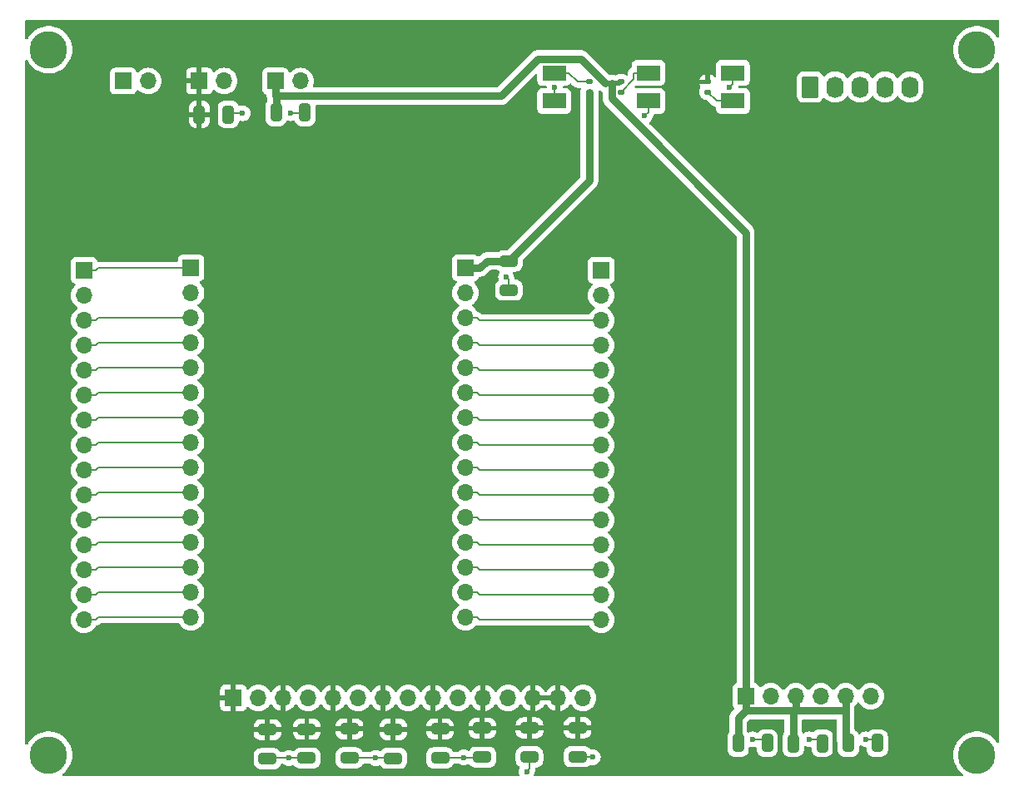
<source format=gbr>
%TF.GenerationSoftware,KiCad,Pcbnew,8.0.1*%
%TF.CreationDate,2025-04-29T19:59:47+01:00*%
%TF.ProjectId,Interpose,496e7465-7270-46f7-9365-2e6b69636164,V1*%
%TF.SameCoordinates,Original*%
%TF.FileFunction,Copper,L1,Top*%
%TF.FilePolarity,Positive*%
%FSLAX46Y46*%
G04 Gerber Fmt 4.6, Leading zero omitted, Abs format (unit mm)*
G04 Created by KiCad (PCBNEW 8.0.1) date 2025-04-29 19:59:47*
%MOMM*%
%LPD*%
G01*
G04 APERTURE LIST*
G04 Aperture macros list*
%AMRoundRect*
0 Rectangle with rounded corners*
0 $1 Rounding radius*
0 $2 $3 $4 $5 $6 $7 $8 $9 X,Y pos of 4 corners*
0 Add a 4 corners polygon primitive as box body*
4,1,4,$2,$3,$4,$5,$6,$7,$8,$9,$2,$3,0*
0 Add four circle primitives for the rounded corners*
1,1,$1+$1,$2,$3*
1,1,$1+$1,$4,$5*
1,1,$1+$1,$6,$7*
1,1,$1+$1,$8,$9*
0 Add four rect primitives between the rounded corners*
20,1,$1+$1,$2,$3,$4,$5,0*
20,1,$1+$1,$4,$5,$6,$7,0*
20,1,$1+$1,$6,$7,$8,$9,0*
20,1,$1+$1,$8,$9,$2,$3,0*%
G04 Aperture macros list end*
%TA.AperFunction,SMDPad,CuDef*%
%ADD10RoundRect,0.250000X-0.325000X-0.650000X0.325000X-0.650000X0.325000X0.650000X-0.325000X0.650000X0*%
%TD*%
%TA.AperFunction,ComponentPad*%
%ADD11R,1.700000X1.700000*%
%TD*%
%TA.AperFunction,ComponentPad*%
%ADD12O,1.700000X1.700000*%
%TD*%
%TA.AperFunction,SMDPad,CuDef*%
%ADD13RoundRect,0.250000X-0.650000X0.325000X-0.650000X-0.325000X0.650000X-0.325000X0.650000X0.325000X0*%
%TD*%
%TA.AperFunction,ComponentPad*%
%ADD14C,3.800000*%
%TD*%
%TA.AperFunction,SMDPad,CuDef*%
%ADD15RoundRect,0.135000X-0.185000X0.135000X-0.185000X-0.135000X0.185000X-0.135000X0.185000X0.135000X0*%
%TD*%
%TA.AperFunction,SMDPad,CuDef*%
%ADD16R,2.400000X1.600000*%
%TD*%
%TA.AperFunction,SMDPad,CuDef*%
%ADD17RoundRect,0.135000X0.185000X-0.135000X0.185000X0.135000X-0.185000X0.135000X-0.185000X-0.135000X0*%
%TD*%
%TA.AperFunction,ComponentPad*%
%ADD18RoundRect,0.250000X-0.620000X-0.845000X0.620000X-0.845000X0.620000X0.845000X-0.620000X0.845000X0*%
%TD*%
%TA.AperFunction,ComponentPad*%
%ADD19O,1.740000X2.190000*%
%TD*%
%TA.AperFunction,ViaPad*%
%ADD20C,0.600000*%
%TD*%
%TA.AperFunction,Conductor*%
%ADD21C,0.200000*%
%TD*%
%TA.AperFunction,Conductor*%
%ADD22C,0.800000*%
%TD*%
%TA.AperFunction,Conductor*%
%ADD23C,0.540800*%
%TD*%
G04 APERTURE END LIST*
D10*
%TO.P,C2,1*%
%TO.N,+12V*%
X91525000Y-63800000D03*
%TO.P,C2,2*%
%TO.N,GND*%
X94475000Y-63800000D03*
%TD*%
D11*
%TO.P,J8,1,Pin_1*%
%TO.N,/3V3*%
X72000000Y-79875000D03*
D12*
%TO.P,J8,2,Pin_2*%
%TO.N,unconnected-(J8-Pin_2-Pad2)*%
X72000000Y-82415000D03*
%TO.P,J8,3,Pin_3*%
%TO.N,/D15*%
X72000000Y-84955000D03*
%TO.P,J8,4,Pin_4*%
%TO.N,/D2*%
X72000000Y-87495000D03*
%TO.P,J8,5,Pin_5*%
%TO.N,/D4*%
X72000000Y-90035000D03*
%TO.P,J8,6,Pin_6*%
%TO.N,/RX2*%
X72000000Y-92575000D03*
%TO.P,J8,7,Pin_7*%
%TO.N,/TX2*%
X72000000Y-95115000D03*
%TO.P,J8,8,Pin_8*%
%TO.N,/D5*%
X72000000Y-97655000D03*
%TO.P,J8,9,Pin_9*%
%TO.N,/D18*%
X72000000Y-100195000D03*
%TO.P,J8,10,Pin_10*%
%TO.N,/D19*%
X72000000Y-102735000D03*
%TO.P,J8,11,Pin_11*%
%TO.N,/D21*%
X72000000Y-105275000D03*
%TO.P,J8,12,Pin_12*%
%TO.N,/RX0*%
X72000000Y-107815000D03*
%TO.P,J8,13,Pin_13*%
%TO.N,/TX0*%
X72000000Y-110355000D03*
%TO.P,J8,14,Pin_14*%
%TO.N,/D22*%
X72000000Y-112895000D03*
%TO.P,J8,15,Pin_15*%
%TO.N,/D23*%
X72000000Y-115435000D03*
%TD*%
D13*
%TO.P,C4,1*%
%TO.N,+24V*%
X94650000Y-126575000D03*
%TO.P,C4,2*%
%TO.N,GND*%
X94650000Y-129525000D03*
%TD*%
D14*
%TO.P,H2,1,1*%
%TO.N,GND*%
X162800000Y-57404000D03*
%TD*%
D15*
%TO.P,R2,1*%
%TO.N,+12V*%
X126600000Y-60690000D03*
%TO.P,R2,2*%
%TO.N,Net-(D2-Pad2)*%
X126600000Y-61710000D03*
%TD*%
D13*
%TO.P,C9,1*%
%TO.N,+24V*%
X112500000Y-126475000D03*
%TO.P,C9,2*%
%TO.N,GND*%
X112500000Y-129425000D03*
%TD*%
D15*
%TO.P,R1,1*%
%TO.N,+24V*%
X135400000Y-60690000D03*
%TO.P,R1,2*%
%TO.N,Net-(D1-Pad2)*%
X135400000Y-61710000D03*
%TD*%
D14*
%TO.P,H3,1,1*%
%TO.N,GND*%
X68400000Y-129200000D03*
%TD*%
D13*
%TO.P,C6,1*%
%TO.N,+24V*%
X103450000Y-126600000D03*
%TO.P,C6,2*%
%TO.N,GND*%
X103450000Y-129550000D03*
%TD*%
%TO.P,C8,1*%
%TO.N,+24V*%
X108200000Y-126550000D03*
%TO.P,C8,2*%
%TO.N,GND*%
X108200000Y-129500000D03*
%TD*%
D16*
%TO.P,D2,1*%
%TO.N,GND*%
X129400000Y-62625000D03*
%TO.P,D2,2*%
%TO.N,Net-(D2-Pad2)*%
X129400000Y-59775000D03*
%TD*%
D13*
%TO.P,C11,1*%
%TO.N,+24V*%
X122200000Y-126425000D03*
%TO.P,C11,2*%
%TO.N,GND*%
X122200000Y-129375000D03*
%TD*%
D10*
%TO.P,C12,1*%
%TO.N,+12V*%
X138525000Y-128000000D03*
%TO.P,C12,2*%
%TO.N,GND*%
X141475000Y-128000000D03*
%TD*%
D16*
%TO.P,D3,1*%
%TO.N,GND*%
X119800000Y-62625000D03*
%TO.P,D3,2*%
%TO.N,Net-(D3-Pad2)*%
X119800000Y-59775000D03*
%TD*%
D11*
%TO.P,J2,1,Pin_1*%
%TO.N,+24V*%
X83725000Y-60600000D03*
D12*
%TO.P,J2,2,Pin_2*%
%TO.N,GND*%
X86265000Y-60600000D03*
%TD*%
D14*
%TO.P,H4,1,1*%
%TO.N,GND*%
X162800000Y-129200000D03*
%TD*%
D13*
%TO.P,C7,1*%
%TO.N,+3V3*%
X115200000Y-78925000D03*
%TO.P,C7,2*%
%TO.N,GND*%
X115200000Y-81875000D03*
%TD*%
D10*
%TO.P,C14,1*%
%TO.N,+12V*%
X149725000Y-128000000D03*
%TO.P,C14,2*%
%TO.N,GND*%
X152675000Y-128000000D03*
%TD*%
D11*
%TO.P,J7,1,Pin_1*%
%TO.N,+3V3*%
X110800000Y-79625000D03*
D12*
%TO.P,J7,2,Pin_2*%
%TO.N,GND*%
X110800000Y-82165000D03*
%TO.P,J7,3,Pin_3*%
%TO.N,/D13*%
X110800000Y-84705000D03*
%TO.P,J7,4,Pin_4*%
%TO.N,/D12*%
X110800000Y-87245000D03*
%TO.P,J7,5,Pin_5*%
%TO.N,/D14*%
X110800000Y-89785000D03*
%TO.P,J7,6,Pin_6*%
%TO.N,/D27*%
X110800000Y-92325000D03*
%TO.P,J7,7,Pin_7*%
%TO.N,/D26*%
X110800000Y-94865000D03*
%TO.P,J7,8,Pin_8*%
%TO.N,/D25*%
X110800000Y-97405000D03*
%TO.P,J7,9,Pin_9*%
%TO.N,/D33*%
X110800000Y-99945000D03*
%TO.P,J7,10,Pin_10*%
%TO.N,/D32*%
X110800000Y-102485000D03*
%TO.P,J7,11,Pin_11*%
%TO.N,/D35*%
X110800000Y-105025000D03*
%TO.P,J7,12,Pin_12*%
%TO.N,/D34*%
X110800000Y-107565000D03*
%TO.P,J7,13,Pin_13*%
%TO.N,/VN*%
X110800000Y-110105000D03*
%TO.P,J7,14,Pin_14*%
%TO.N,/VP*%
X110800000Y-112645000D03*
%TO.P,J7,15,Pin_15*%
%TO.N,/EN*%
X110800000Y-115185000D03*
%TD*%
D17*
%TO.P,R3,1*%
%TO.N,+3V3*%
X123400000Y-61710000D03*
%TO.P,R3,2*%
%TO.N,Net-(D3-Pad2)*%
X123400000Y-60690000D03*
%TD*%
D11*
%TO.P,J10,1,Pin_1*%
%TO.N,+12V*%
X139300000Y-123204000D03*
D12*
%TO.P,J10,2,Pin_2*%
%TO.N,GND*%
X141840000Y-123204000D03*
%TO.P,J10,3,Pin_3*%
%TO.N,+12V*%
X144380000Y-123204000D03*
%TO.P,J10,4,Pin_4*%
%TO.N,GND*%
X146920000Y-123204000D03*
%TO.P,J10,5,Pin_5*%
%TO.N,+12V*%
X149460000Y-123204000D03*
%TO.P,J10,6,Pin_6*%
%TO.N,GND*%
X152000000Y-123204000D03*
%TD*%
D11*
%TO.P,J6,1,Pin_1*%
%TO.N,/3V3*%
X82880000Y-79625000D03*
D12*
%TO.P,J6,2,Pin_2*%
%TO.N,GND*%
X82880000Y-82165000D03*
%TO.P,J6,3,Pin_3*%
%TO.N,/D15*%
X82880000Y-84705000D03*
%TO.P,J6,4,Pin_4*%
%TO.N,/D2*%
X82880000Y-87245000D03*
%TO.P,J6,5,Pin_5*%
%TO.N,/D4*%
X82880000Y-89785000D03*
%TO.P,J6,6,Pin_6*%
%TO.N,/RX2*%
X82880000Y-92325000D03*
%TO.P,J6,7,Pin_7*%
%TO.N,/TX2*%
X82880000Y-94865000D03*
%TO.P,J6,8,Pin_8*%
%TO.N,/D5*%
X82880000Y-97405000D03*
%TO.P,J6,9,Pin_9*%
%TO.N,/D18*%
X82880000Y-99945000D03*
%TO.P,J6,10,Pin_10*%
%TO.N,/D19*%
X82880000Y-102485000D03*
%TO.P,J6,11,Pin_11*%
%TO.N,/D21*%
X82880000Y-105025000D03*
%TO.P,J6,12,Pin_12*%
%TO.N,/RX0*%
X82880000Y-107565000D03*
%TO.P,J6,13,Pin_13*%
%TO.N,/TX0*%
X82880000Y-110105000D03*
%TO.P,J6,14,Pin_14*%
%TO.N,/D22*%
X82880000Y-112645000D03*
%TO.P,J6,15,Pin_15*%
%TO.N,/D23*%
X82880000Y-115185000D03*
%TD*%
D13*
%TO.P,C10,1*%
%TO.N,+24V*%
X117300000Y-126450000D03*
%TO.P,C10,2*%
%TO.N,GND*%
X117300000Y-129400000D03*
%TD*%
D11*
%TO.P,J5,1,Pin_1*%
%TO.N,+24V*%
X87190000Y-123400000D03*
D12*
%TO.P,J5,2,Pin_2*%
%TO.N,GND*%
X89730000Y-123400000D03*
%TO.P,J5,3,Pin_3*%
%TO.N,+24V*%
X92270000Y-123400000D03*
%TO.P,J5,4,Pin_4*%
%TO.N,GND*%
X94810000Y-123400000D03*
%TO.P,J5,5,Pin_5*%
%TO.N,+24V*%
X97350000Y-123400000D03*
%TO.P,J5,6,Pin_6*%
%TO.N,GND*%
X99890000Y-123400000D03*
%TO.P,J5,7,Pin_7*%
%TO.N,+24V*%
X102430000Y-123400000D03*
%TO.P,J5,8,Pin_8*%
%TO.N,GND*%
X104970000Y-123400000D03*
%TO.P,J5,9,Pin_9*%
%TO.N,+24V*%
X107510000Y-123400000D03*
%TO.P,J5,10,Pin_10*%
%TO.N,GND*%
X110050000Y-123400000D03*
%TO.P,J5,11,Pin_11*%
%TO.N,+24V*%
X112590000Y-123400000D03*
%TO.P,J5,12,Pin_12*%
%TO.N,GND*%
X115130000Y-123400000D03*
%TO.P,J5,13,Pin_13*%
%TO.N,+24V*%
X117670000Y-123400000D03*
%TO.P,J5,14,Pin_14*%
X120210000Y-123400000D03*
%TO.P,J5,15,Pin_15*%
%TO.N,GND*%
X122750000Y-123400000D03*
%TD*%
D16*
%TO.P,D1,1*%
%TO.N,GND*%
X138000000Y-59775000D03*
%TO.P,D1,2*%
%TO.N,Net-(D1-Pad2)*%
X138000000Y-62625000D03*
%TD*%
D10*
%TO.P,C1,1*%
%TO.N,+24V*%
X83725000Y-64000000D03*
%TO.P,C1,2*%
%TO.N,GND*%
X86675000Y-64000000D03*
%TD*%
%TO.P,C13,1*%
%TO.N,+12V*%
X144125000Y-128004000D03*
%TO.P,C13,2*%
%TO.N,GND*%
X147075000Y-128004000D03*
%TD*%
D13*
%TO.P,C3,1*%
%TO.N,+24V*%
X90650000Y-126625000D03*
%TO.P,C3,2*%
%TO.N,GND*%
X90650000Y-129575000D03*
%TD*%
D11*
%TO.P,J1,1,Pin_1*%
%TO.N,+3V3*%
X76000000Y-60600000D03*
D12*
%TO.P,J1,2,Pin_2*%
%TO.N,GND*%
X78540000Y-60600000D03*
%TD*%
D14*
%TO.P,H1,1,1*%
%TO.N,GND*%
X68400000Y-57404000D03*
%TD*%
D18*
%TO.P,J4,1,Pin_1*%
%TO.N,GND*%
X145840000Y-61200000D03*
D19*
%TO.P,J4,2,Pin_2*%
X148380000Y-61200000D03*
%TO.P,J4,3,Pin_3*%
X150920000Y-61200000D03*
%TO.P,J4,4,Pin_4*%
X153460000Y-61200000D03*
%TO.P,J4,5,Pin_5*%
X156000000Y-61200000D03*
%TD*%
D11*
%TO.P,J9,1,Pin_1*%
%TO.N,unconnected-(J9-Pin_1-Pad1)*%
X124600000Y-79875000D03*
D12*
%TO.P,J9,2,Pin_2*%
%TO.N,unconnected-(J9-Pin_2-Pad2)*%
X124600000Y-82415000D03*
%TO.P,J9,3,Pin_3*%
%TO.N,/D13*%
X124600000Y-84955000D03*
%TO.P,J9,4,Pin_4*%
%TO.N,/D12*%
X124600000Y-87495000D03*
%TO.P,J9,5,Pin_5*%
%TO.N,/D14*%
X124600000Y-90035000D03*
%TO.P,J9,6,Pin_6*%
%TO.N,/D27*%
X124600000Y-92575000D03*
%TO.P,J9,7,Pin_7*%
%TO.N,/D26*%
X124600000Y-95115000D03*
%TO.P,J9,8,Pin_8*%
%TO.N,/D25*%
X124600000Y-97655000D03*
%TO.P,J9,9,Pin_9*%
%TO.N,/D33*%
X124600000Y-100195000D03*
%TO.P,J9,10,Pin_10*%
%TO.N,/D32*%
X124600000Y-102735000D03*
%TO.P,J9,11,Pin_11*%
%TO.N,/D35*%
X124600000Y-105275000D03*
%TO.P,J9,12,Pin_12*%
%TO.N,/D34*%
X124600000Y-107815000D03*
%TO.P,J9,13,Pin_13*%
%TO.N,/VN*%
X124600000Y-110355000D03*
%TO.P,J9,14,Pin_14*%
%TO.N,/VP*%
X124600000Y-112895000D03*
%TO.P,J9,15,Pin_15*%
%TO.N,/EN*%
X124600000Y-115435000D03*
%TD*%
D11*
%TO.P,J3,1,Pin_1*%
%TO.N,+12V*%
X91460000Y-60600000D03*
D12*
%TO.P,J3,2,Pin_2*%
%TO.N,GND*%
X94000000Y-60600000D03*
%TD*%
D13*
%TO.P,C5,1*%
%TO.N,+24V*%
X99000000Y-126550000D03*
%TO.P,C5,2*%
%TO.N,GND*%
X99000000Y-129500000D03*
%TD*%
D20*
%TO.N,GND*%
X101673100Y-129515200D03*
X145751400Y-127603500D03*
X117006300Y-130907000D03*
X140004300Y-127603500D03*
X114915900Y-80556800D03*
X119870100Y-61200000D03*
X137636000Y-61200000D03*
X129025300Y-64148400D03*
X88129900Y-63884900D03*
X123737500Y-129427700D03*
X93000000Y-63884900D03*
X151498500Y-127603500D03*
X92852500Y-129502700D03*
X110618800Y-129452700D03*
%TD*%
D21*
%TO.N,GND*%
X145751400Y-127603500D02*
X146674500Y-127603500D01*
X137636000Y-61200000D02*
X137959300Y-60876700D01*
X129400000Y-63773700D02*
X129400000Y-62625000D01*
X92852500Y-129502700D02*
X94627700Y-129502700D01*
X122252700Y-129427700D02*
X122200000Y-129375000D01*
X103415200Y-129515200D02*
X101673100Y-129515200D01*
X137959300Y-60876700D02*
X138000000Y-60876700D01*
X108200000Y-129500000D02*
X108247300Y-129452700D01*
X86790100Y-63884900D02*
X86675000Y-64000000D01*
X119870100Y-61200000D02*
X119800000Y-61270100D01*
X117006300Y-130907000D02*
X117300000Y-130613300D01*
X88129900Y-63884900D02*
X86790100Y-63884900D01*
X115200000Y-80840900D02*
X115200000Y-81875000D01*
X123737500Y-129427700D02*
X122252700Y-129427700D01*
X108247300Y-129452700D02*
X110618800Y-129452700D01*
X152278500Y-127603500D02*
X152675000Y-128000000D01*
X151498500Y-127603500D02*
X152278500Y-127603500D01*
X140004300Y-127603500D02*
X141078500Y-127603500D01*
X103450000Y-129550000D02*
X103415200Y-129515200D01*
X117300000Y-130613300D02*
X117300000Y-129400000D01*
X114915900Y-80556800D02*
X115200000Y-80840900D01*
X112472300Y-129452700D02*
X112500000Y-129425000D01*
X94627700Y-129502700D02*
X94650000Y-129525000D01*
X110618800Y-129452700D02*
X112472300Y-129452700D01*
X99015200Y-129515200D02*
X99000000Y-129500000D01*
X90650000Y-129575000D02*
X90722300Y-129502700D01*
X141078500Y-127603500D02*
X141475000Y-128000000D01*
X119800000Y-61270100D02*
X119800000Y-62625000D01*
X90722300Y-129502700D02*
X92852500Y-129502700D01*
X129025300Y-64148400D02*
X129400000Y-63773700D01*
X94390100Y-63884900D02*
X94475000Y-63800000D01*
X101673100Y-129515200D02*
X99015200Y-129515200D01*
X138000000Y-59775000D02*
X138000000Y-60876700D01*
X93000000Y-63884900D02*
X94390100Y-63884900D01*
X146674500Y-127603500D02*
X147075000Y-128004000D01*
D22*
%TO.N,+12V*%
X144381500Y-124655700D02*
X144380000Y-124654200D01*
X91525000Y-62116700D02*
X91525000Y-63800000D01*
X144380000Y-123204000D02*
X144380000Y-124654200D01*
D23*
X126450700Y-60839300D02*
X126600000Y-60690000D01*
D22*
X144125000Y-124655700D02*
X144125000Y-128004000D01*
X149460000Y-127735000D02*
X149725000Y-128000000D01*
X138525000Y-128000000D02*
X138525000Y-125430700D01*
X144380000Y-124655700D02*
X144125000Y-124655700D01*
X91460000Y-60600000D02*
X91460000Y-62051700D01*
X118139900Y-58362500D02*
X122540100Y-58362500D01*
X122540100Y-58362500D02*
X125016900Y-60839300D01*
X144380000Y-124654200D02*
X144380000Y-124655700D01*
X114385700Y-62116700D02*
X118139900Y-58362500D01*
X139300000Y-123204000D02*
X139300000Y-76032200D01*
X149460000Y-124655700D02*
X149460000Y-127735000D01*
D23*
X125644200Y-60839300D02*
X126450700Y-60839300D01*
D22*
X91460000Y-62051700D02*
X91525000Y-62116700D01*
X125644200Y-62376400D02*
X125644200Y-60839300D01*
X91525000Y-62116700D02*
X114385700Y-62116700D01*
D23*
X125016900Y-60839300D02*
X125644200Y-60839300D01*
D22*
X139300000Y-76032200D02*
X125644200Y-62376400D01*
X139300000Y-123204000D02*
X139300000Y-124655700D01*
X144125000Y-124655700D02*
X139300000Y-124655700D01*
X149460000Y-124655700D02*
X144381500Y-124655700D01*
X149460000Y-123204000D02*
X149460000Y-124655700D01*
X138525000Y-125430700D02*
X139300000Y-124655700D01*
%TO.N,+3V3*%
X115200000Y-78925000D02*
X112951700Y-78925000D01*
X112951700Y-78925000D02*
X112251700Y-79625000D01*
X123400000Y-70725000D02*
X115200000Y-78925000D01*
X123400000Y-61710000D02*
X123400000Y-70725000D01*
X110800000Y-79625000D02*
X112251700Y-79625000D01*
D21*
%TO.N,Net-(D1-Pad2)*%
X136315000Y-62625000D02*
X135400000Y-61710000D01*
X138000000Y-62625000D02*
X136315000Y-62625000D01*
%TO.N,Net-(D2-Pad2)*%
X129400000Y-59775000D02*
X127898300Y-59775000D01*
X127898300Y-60411700D02*
X126600000Y-61710000D01*
X127898300Y-59775000D02*
X127898300Y-60411700D01*
%TO.N,Net-(D3-Pad2)*%
X119800000Y-59775000D02*
X121301700Y-59775000D01*
X123400000Y-60690000D02*
X122216700Y-60690000D01*
X122216700Y-60690000D02*
X121301700Y-59775000D01*
%TO.N,/TX0*%
X72000000Y-110355000D02*
X73151700Y-110355000D01*
X73401700Y-110105000D02*
X73151700Y-110355000D01*
X82880000Y-110105000D02*
X73401700Y-110105000D01*
%TO.N,/RX2*%
X72000000Y-92575000D02*
X73151700Y-92575000D01*
X82880000Y-92325000D02*
X73401700Y-92325000D01*
X73401700Y-92325000D02*
X73151700Y-92575000D01*
%TO.N,/3V3*%
X72000000Y-79875000D02*
X73151700Y-79875000D01*
X82880000Y-79625000D02*
X73401700Y-79625000D01*
X73401700Y-79625000D02*
X73151700Y-79875000D01*
%TO.N,/D5*%
X82880000Y-97405000D02*
X73401700Y-97405000D01*
X73401700Y-97405000D02*
X73151700Y-97655000D01*
X72000000Y-97655000D02*
X73151700Y-97655000D01*
%TO.N,/D19*%
X72000000Y-102735000D02*
X73151700Y-102735000D01*
X82880000Y-102485000D02*
X73401700Y-102485000D01*
X73401700Y-102485000D02*
X73151700Y-102735000D01*
%TO.N,/D4*%
X73401700Y-89785000D02*
X73151700Y-90035000D01*
X82880000Y-89785000D02*
X73401700Y-89785000D01*
X72000000Y-90035000D02*
X73151700Y-90035000D01*
%TO.N,/D15*%
X82880000Y-84705000D02*
X73401700Y-84705000D01*
X72000000Y-84955000D02*
X73151700Y-84955000D01*
X73401700Y-84705000D02*
X73151700Y-84955000D01*
%TO.N,/D18*%
X72000000Y-100195000D02*
X73151700Y-100195000D01*
X82880000Y-99945000D02*
X73401700Y-99945000D01*
X73401700Y-99945000D02*
X73151700Y-100195000D01*
%TO.N,/RX0*%
X82880000Y-107565000D02*
X73401700Y-107565000D01*
X72000000Y-107815000D02*
X73151700Y-107815000D01*
X73401700Y-107565000D02*
X73151700Y-107815000D01*
%TO.N,/D22*%
X82880000Y-112645000D02*
X73401700Y-112645000D01*
X72000000Y-112895000D02*
X73151700Y-112895000D01*
X73401700Y-112645000D02*
X73151700Y-112895000D01*
%TO.N,/TX2*%
X73401700Y-94865000D02*
X73151700Y-95115000D01*
X72000000Y-95115000D02*
X73151700Y-95115000D01*
X82880000Y-94865000D02*
X73401700Y-94865000D01*
%TO.N,/D23*%
X72000000Y-115435000D02*
X73151700Y-115435000D01*
X82880000Y-115185000D02*
X73401700Y-115185000D01*
X73401700Y-115185000D02*
X73151700Y-115435000D01*
%TO.N,/D2*%
X82880000Y-87245000D02*
X73401700Y-87245000D01*
X72000000Y-87495000D02*
X73151700Y-87495000D01*
X73401700Y-87245000D02*
X73151700Y-87495000D01*
%TO.N,/D21*%
X82880000Y-105025000D02*
X73401700Y-105025000D01*
X73401700Y-105025000D02*
X73151700Y-105275000D01*
X72000000Y-105275000D02*
X73151700Y-105275000D01*
%TO.N,/D25*%
X112201700Y-97655000D02*
X111951700Y-97405000D01*
X124600000Y-97655000D02*
X112201700Y-97655000D01*
X110800000Y-97405000D02*
X111951700Y-97405000D01*
%TO.N,/D14*%
X112201700Y-90035000D02*
X111951700Y-89785000D01*
X110800000Y-89785000D02*
X111951700Y-89785000D01*
X124600000Y-90035000D02*
X112201700Y-90035000D01*
%TO.N,/D27*%
X124600000Y-92575000D02*
X112201700Y-92575000D01*
X112201700Y-92575000D02*
X111951700Y-92325000D01*
X110800000Y-92325000D02*
X111951700Y-92325000D01*
%TO.N,/VP*%
X110800000Y-112645000D02*
X111951700Y-112645000D01*
X112201700Y-112895000D02*
X111951700Y-112645000D01*
X124600000Y-112895000D02*
X112201700Y-112895000D01*
%TO.N,/D13*%
X112201700Y-84955000D02*
X111951700Y-84705000D01*
X110800000Y-84705000D02*
X111951700Y-84705000D01*
X124600000Y-84955000D02*
X112201700Y-84955000D01*
%TO.N,/EN*%
X110800000Y-115185000D02*
X111951700Y-115185000D01*
X124600000Y-115435000D02*
X112201700Y-115435000D01*
X112201700Y-115435000D02*
X111951700Y-115185000D01*
%TO.N,/D35*%
X112201700Y-105275000D02*
X111951700Y-105025000D01*
X110800000Y-105025000D02*
X111951700Y-105025000D01*
X124600000Y-105275000D02*
X112201700Y-105275000D01*
%TO.N,/D26*%
X124600000Y-95115000D02*
X112201700Y-95115000D01*
X112201700Y-95115000D02*
X111951700Y-94865000D01*
X110800000Y-94865000D02*
X111951700Y-94865000D01*
%TO.N,/VN*%
X110800000Y-110105000D02*
X111951700Y-110105000D01*
X124600000Y-110355000D02*
X112201700Y-110355000D01*
X112201700Y-110355000D02*
X111951700Y-110105000D01*
%TO.N,/D32*%
X110800000Y-102485000D02*
X111951700Y-102485000D01*
X112201700Y-102735000D02*
X111951700Y-102485000D01*
X124600000Y-102735000D02*
X112201700Y-102735000D01*
%TO.N,/D12*%
X110800000Y-87245000D02*
X111951700Y-87245000D01*
X124600000Y-87495000D02*
X112201700Y-87495000D01*
X112201700Y-87495000D02*
X111951700Y-87245000D01*
%TO.N,/D33*%
X112201700Y-100195000D02*
X111951700Y-99945000D01*
X124600000Y-100195000D02*
X112201700Y-100195000D01*
X110800000Y-99945000D02*
X111951700Y-99945000D01*
%TO.N,/D34*%
X124600000Y-107815000D02*
X112201700Y-107815000D01*
X110800000Y-107565000D02*
X111951700Y-107565000D01*
X112201700Y-107815000D02*
X111951700Y-107565000D01*
%TD*%
%TA.AperFunction,Conductor*%
%TO.N,+24V*%
G36*
X119744075Y-123207007D02*
G01*
X119710000Y-123334174D01*
X119710000Y-123465826D01*
X119744075Y-123592993D01*
X119776988Y-123650000D01*
X118103012Y-123650000D01*
X118135925Y-123592993D01*
X118170000Y-123465826D01*
X118170000Y-123334174D01*
X118135925Y-123207007D01*
X118103012Y-123150000D01*
X119776988Y-123150000D01*
X119744075Y-123207007D01*
G37*
%TD.AperFunction*%
%TA.AperFunction,Conductor*%
G36*
X164974539Y-54368185D02*
G01*
X165020294Y-54420989D01*
X165031500Y-54472500D01*
X165031500Y-56013477D01*
X165011815Y-56080516D01*
X164959011Y-56126271D01*
X164889853Y-56136215D01*
X164826297Y-56107190D01*
X164802804Y-56079920D01*
X164745889Y-55990238D01*
X164745888Y-55990237D01*
X164745885Y-55990232D01*
X164553349Y-55757496D01*
X164333162Y-55550726D01*
X164333159Y-55550724D01*
X164333153Y-55550719D01*
X164088806Y-55373191D01*
X164088799Y-55373186D01*
X164088795Y-55373184D01*
X163824104Y-55227668D01*
X163824101Y-55227666D01*
X163824096Y-55227664D01*
X163824095Y-55227663D01*
X163543265Y-55116475D01*
X163543262Y-55116474D01*
X163250695Y-55041357D01*
X162951036Y-55003500D01*
X162951027Y-55003500D01*
X162648973Y-55003500D01*
X162648963Y-55003500D01*
X162349304Y-55041357D01*
X162056737Y-55116474D01*
X162056734Y-55116475D01*
X161775904Y-55227663D01*
X161775903Y-55227664D01*
X161511205Y-55373184D01*
X161511193Y-55373191D01*
X161266846Y-55550719D01*
X161266836Y-55550727D01*
X161046652Y-55757494D01*
X160854111Y-55990236D01*
X160692268Y-56245261D01*
X160692265Y-56245267D01*
X160563661Y-56518563D01*
X160563659Y-56518568D01*
X160470320Y-56805835D01*
X160413719Y-57102546D01*
X160413718Y-57102553D01*
X160394754Y-57403994D01*
X160394754Y-57404005D01*
X160413718Y-57705446D01*
X160413719Y-57705453D01*
X160470320Y-58002164D01*
X160563659Y-58289431D01*
X160563661Y-58289436D01*
X160692265Y-58562732D01*
X160692268Y-58562738D01*
X160854111Y-58817763D01*
X160854114Y-58817767D01*
X160854115Y-58817768D01*
X161046651Y-59050504D01*
X161265910Y-59256403D01*
X161266836Y-59257272D01*
X161266846Y-59257280D01*
X161511193Y-59434808D01*
X161511198Y-59434810D01*
X161511205Y-59434816D01*
X161775896Y-59580332D01*
X161775901Y-59580334D01*
X161775903Y-59580335D01*
X161775904Y-59580336D01*
X162056734Y-59691524D01*
X162056737Y-59691525D01*
X162136211Y-59711930D01*
X162349302Y-59766642D01*
X162496039Y-59785179D01*
X162648963Y-59804499D01*
X162648969Y-59804499D01*
X162648973Y-59804500D01*
X162648975Y-59804500D01*
X162951025Y-59804500D01*
X162951027Y-59804500D01*
X162951032Y-59804499D01*
X162951036Y-59804499D01*
X163030591Y-59794448D01*
X163250698Y-59766642D01*
X163543262Y-59691525D01*
X163543265Y-59691524D01*
X163824095Y-59580336D01*
X163824096Y-59580335D01*
X163824094Y-59580335D01*
X163824104Y-59580332D01*
X164088795Y-59434816D01*
X164333162Y-59257274D01*
X164553349Y-59050504D01*
X164745885Y-58817768D01*
X164799889Y-58732671D01*
X164802803Y-58728080D01*
X164855345Y-58682024D01*
X164924445Y-58671685D01*
X164988166Y-58700347D01*
X165026276Y-58758908D01*
X165031500Y-58794522D01*
X165031500Y-127809477D01*
X165011815Y-127876516D01*
X164959011Y-127922271D01*
X164889853Y-127932215D01*
X164826297Y-127903190D01*
X164802804Y-127875920D01*
X164745889Y-127786238D01*
X164745888Y-127786237D01*
X164745885Y-127786232D01*
X164553349Y-127553496D01*
X164541442Y-127542315D01*
X164333163Y-127346727D01*
X164333153Y-127346719D01*
X164088806Y-127169191D01*
X164088799Y-127169186D01*
X164088795Y-127169184D01*
X163824104Y-127023668D01*
X163824101Y-127023666D01*
X163824096Y-127023664D01*
X163824095Y-127023663D01*
X163543265Y-126912475D01*
X163543262Y-126912474D01*
X163250695Y-126837357D01*
X162951036Y-126799500D01*
X162951027Y-126799500D01*
X162648973Y-126799500D01*
X162648963Y-126799500D01*
X162349304Y-126837357D01*
X162056737Y-126912474D01*
X162056734Y-126912475D01*
X161775904Y-127023663D01*
X161775903Y-127023664D01*
X161511205Y-127169184D01*
X161511193Y-127169191D01*
X161266846Y-127346719D01*
X161266836Y-127346727D01*
X161046652Y-127553494D01*
X160854111Y-127786236D01*
X160692268Y-128041261D01*
X160692265Y-128041267D01*
X160563661Y-128314563D01*
X160563659Y-128314568D01*
X160470320Y-128601835D01*
X160413719Y-128898546D01*
X160413718Y-128898553D01*
X160394754Y-129199994D01*
X160394754Y-129200005D01*
X160413718Y-129501446D01*
X160413719Y-129501453D01*
X160470320Y-129798164D01*
X160563659Y-130085431D01*
X160563661Y-130085436D01*
X160692265Y-130358732D01*
X160692268Y-130358738D01*
X160854111Y-130613763D01*
X160854114Y-130613767D01*
X160854115Y-130613768D01*
X160948398Y-130727737D01*
X161046652Y-130846505D01*
X161266836Y-131053272D01*
X161266846Y-131053280D01*
X161363057Y-131123182D01*
X161405723Y-131178512D01*
X161411702Y-131248125D01*
X161379096Y-131309920D01*
X161318258Y-131344277D01*
X161290172Y-131347500D01*
X117875016Y-131347500D01*
X117807977Y-131327815D01*
X117762222Y-131275011D01*
X117752278Y-131205853D01*
X117757975Y-131182545D01*
X117791666Y-131086262D01*
X117791669Y-131086249D01*
X117806066Y-130958462D01*
X117821899Y-130910343D01*
X117859577Y-130845084D01*
X117900501Y-130692357D01*
X117900501Y-130597642D01*
X117920186Y-130530603D01*
X117972990Y-130484848D01*
X118011898Y-130474284D01*
X118102797Y-130464999D01*
X118269334Y-130409814D01*
X118418656Y-130317712D01*
X118542712Y-130193656D01*
X118634814Y-130044334D01*
X118689999Y-129877797D01*
X118700500Y-129775009D01*
X118700500Y-129750001D01*
X120799500Y-129750001D01*
X120799501Y-129750019D01*
X120810000Y-129852796D01*
X120810001Y-129852799D01*
X120865185Y-130019331D01*
X120865187Y-130019336D01*
X120886524Y-130053928D01*
X120957288Y-130168656D01*
X121081344Y-130292712D01*
X121230666Y-130384814D01*
X121397203Y-130439999D01*
X121499991Y-130450500D01*
X122900008Y-130450499D01*
X123002797Y-130439999D01*
X123169334Y-130384814D01*
X123318656Y-130292712D01*
X123384665Y-130226702D01*
X123445986Y-130193217D01*
X123513301Y-130197342D01*
X123558237Y-130213066D01*
X123558243Y-130213067D01*
X123558245Y-130213068D01*
X123558246Y-130213068D01*
X123558250Y-130213069D01*
X123737496Y-130233265D01*
X123737500Y-130233265D01*
X123737504Y-130233265D01*
X123916749Y-130213069D01*
X123916752Y-130213068D01*
X123916755Y-130213068D01*
X124087022Y-130153489D01*
X124239762Y-130057516D01*
X124367316Y-129929962D01*
X124463289Y-129777222D01*
X124522868Y-129606955D01*
X124522869Y-129606949D01*
X124543065Y-129427703D01*
X124543065Y-129427696D01*
X124522869Y-129248450D01*
X124522868Y-129248445D01*
X124488418Y-129149992D01*
X124463289Y-129078178D01*
X124367316Y-128925438D01*
X124239762Y-128797884D01*
X124212355Y-128780663D01*
X124087023Y-128701911D01*
X123916754Y-128642331D01*
X123916749Y-128642330D01*
X123737504Y-128622135D01*
X123737496Y-128622135D01*
X123563532Y-128641735D01*
X123494710Y-128629680D01*
X123447545Y-128586736D01*
X123447195Y-128587013D01*
X123445513Y-128584886D01*
X123444107Y-128583606D01*
X123442712Y-128581344D01*
X123318656Y-128457288D01*
X123209864Y-128390185D01*
X123169336Y-128365187D01*
X123169331Y-128365185D01*
X123153684Y-128360000D01*
X123002797Y-128310001D01*
X123002795Y-128310000D01*
X122900010Y-128299500D01*
X121499998Y-128299500D01*
X121499981Y-128299501D01*
X121397203Y-128310000D01*
X121397200Y-128310001D01*
X121230668Y-128365185D01*
X121230663Y-128365187D01*
X121081342Y-128457289D01*
X120957289Y-128581342D01*
X120865187Y-128730663D01*
X120865185Y-128730668D01*
X120848393Y-128781344D01*
X120810001Y-128897203D01*
X120810001Y-128897204D01*
X120810000Y-128897204D01*
X120799500Y-128999983D01*
X120799500Y-129750001D01*
X118700500Y-129750001D01*
X118700499Y-129024992D01*
X118694813Y-128969334D01*
X118689999Y-128922203D01*
X118689998Y-128922200D01*
X118678842Y-128888534D01*
X118634814Y-128755666D01*
X118542712Y-128606344D01*
X118418656Y-128482288D01*
X118298277Y-128408038D01*
X118269336Y-128390187D01*
X118269331Y-128390185D01*
X118265357Y-128388868D01*
X118102797Y-128335001D01*
X118102795Y-128335000D01*
X118000010Y-128324500D01*
X116599998Y-128324500D01*
X116599981Y-128324501D01*
X116497203Y-128335000D01*
X116497200Y-128335001D01*
X116330668Y-128390185D01*
X116330663Y-128390187D01*
X116181342Y-128482289D01*
X116057289Y-128606342D01*
X115965187Y-128755663D01*
X115965185Y-128755668D01*
X115948243Y-128806795D01*
X115910001Y-128922203D01*
X115910001Y-128922204D01*
X115910000Y-128922204D01*
X115899500Y-129024983D01*
X115899500Y-129775001D01*
X115899501Y-129775019D01*
X115910000Y-129877796D01*
X115910001Y-129877799D01*
X115965185Y-130044331D01*
X115965187Y-130044336D01*
X115980604Y-130069331D01*
X116057288Y-130193656D01*
X116181344Y-130317712D01*
X116254968Y-130363123D01*
X116301692Y-130415069D01*
X116312915Y-130484031D01*
X116294866Y-130534631D01*
X116280509Y-130557480D01*
X116220933Y-130727737D01*
X116220930Y-130727750D01*
X116200735Y-130906996D01*
X116200735Y-130907003D01*
X116220930Y-131086249D01*
X116220933Y-131086262D01*
X116254625Y-131182545D01*
X116258188Y-131252324D01*
X116223459Y-131312951D01*
X116161466Y-131345179D01*
X116137584Y-131347500D01*
X69909828Y-131347500D01*
X69842789Y-131327815D01*
X69797034Y-131275011D01*
X69787090Y-131205853D01*
X69816115Y-131142297D01*
X69836943Y-131123182D01*
X69903429Y-131074875D01*
X69933162Y-131053274D01*
X70153349Y-130846504D01*
X70345885Y-130613768D01*
X70507733Y-130358736D01*
X70636341Y-130085430D01*
X70680345Y-129950001D01*
X89249500Y-129950001D01*
X89249501Y-129950019D01*
X89260000Y-130052796D01*
X89260001Y-130052799D01*
X89315185Y-130219331D01*
X89315187Y-130219336D01*
X89325123Y-130235445D01*
X89407288Y-130368656D01*
X89531344Y-130492712D01*
X89680666Y-130584814D01*
X89847203Y-130639999D01*
X89949991Y-130650500D01*
X91350008Y-130650499D01*
X91452797Y-130639999D01*
X91619334Y-130584814D01*
X91768656Y-130492712D01*
X91892712Y-130368656D01*
X91984814Y-130219334D01*
X91995132Y-130188193D01*
X92034905Y-130130751D01*
X92099421Y-130103928D01*
X92112838Y-130103200D01*
X92270088Y-130103200D01*
X92337127Y-130122885D01*
X92347403Y-130130255D01*
X92350236Y-130132514D01*
X92350238Y-130132516D01*
X92438851Y-130188195D01*
X92500135Y-130226703D01*
X92502978Y-130228489D01*
X92615131Y-130267733D01*
X92673245Y-130288068D01*
X92673250Y-130288069D01*
X92852496Y-130308265D01*
X92852500Y-130308265D01*
X92852504Y-130308265D01*
X93031749Y-130288069D01*
X93031752Y-130288068D01*
X93031755Y-130288068D01*
X93202022Y-130228489D01*
X93203996Y-130227248D01*
X93205452Y-130226836D01*
X93208288Y-130225471D01*
X93208527Y-130225967D01*
X93271225Y-130208243D01*
X93338063Y-130228603D01*
X93375512Y-130267139D01*
X93407288Y-130318656D01*
X93531344Y-130442712D01*
X93680666Y-130534814D01*
X93847203Y-130589999D01*
X93949991Y-130600500D01*
X95350008Y-130600499D01*
X95452797Y-130589999D01*
X95619334Y-130534814D01*
X95768656Y-130442712D01*
X95892712Y-130318656D01*
X95984814Y-130169334D01*
X96039999Y-130002797D01*
X96050500Y-129900009D01*
X96050500Y-129875001D01*
X97599500Y-129875001D01*
X97599501Y-129875019D01*
X97610000Y-129977796D01*
X97610001Y-129977799D01*
X97665185Y-130144331D01*
X97665187Y-130144336D01*
X97695337Y-130193217D01*
X97757288Y-130293656D01*
X97881344Y-130417712D01*
X98030666Y-130509814D01*
X98197203Y-130564999D01*
X98299991Y-130575500D01*
X99700008Y-130575499D01*
X99802797Y-130564999D01*
X99969334Y-130509814D01*
X100118656Y-130417712D01*
X100242712Y-130293656D01*
X100316143Y-130174603D01*
X100368091Y-130127879D01*
X100421682Y-130115700D01*
X101090688Y-130115700D01*
X101157727Y-130135385D01*
X101168003Y-130142755D01*
X101170836Y-130145014D01*
X101170838Y-130145016D01*
X101271463Y-130208243D01*
X101320423Y-130239007D01*
X101323578Y-130240989D01*
X101476238Y-130294407D01*
X101493845Y-130300568D01*
X101493850Y-130300569D01*
X101673096Y-130320765D01*
X101673100Y-130320765D01*
X101673104Y-130320765D01*
X101852349Y-130300569D01*
X101852351Y-130300568D01*
X101852355Y-130300568D01*
X101852358Y-130300566D01*
X101852362Y-130300566D01*
X102028286Y-130239007D01*
X102098065Y-130235445D01*
X102158692Y-130270173D01*
X102174777Y-130290947D01*
X102207288Y-130343656D01*
X102331344Y-130467712D01*
X102480666Y-130559814D01*
X102647203Y-130614999D01*
X102749991Y-130625500D01*
X104150008Y-130625499D01*
X104252797Y-130614999D01*
X104419334Y-130559814D01*
X104568656Y-130467712D01*
X104692712Y-130343656D01*
X104784814Y-130194334D01*
X104839999Y-130027797D01*
X104850500Y-129925009D01*
X104850500Y-129875001D01*
X106799500Y-129875001D01*
X106799501Y-129875019D01*
X106810000Y-129977796D01*
X106810001Y-129977799D01*
X106865185Y-130144331D01*
X106865187Y-130144336D01*
X106895337Y-130193217D01*
X106957288Y-130293656D01*
X107081344Y-130417712D01*
X107230666Y-130509814D01*
X107397203Y-130564999D01*
X107499991Y-130575500D01*
X108900008Y-130575499D01*
X109002797Y-130564999D01*
X109169334Y-130509814D01*
X109318656Y-130417712D01*
X109442712Y-130293656D01*
X109534814Y-130144334D01*
X109535427Y-130142481D01*
X109536850Y-130138192D01*
X109576624Y-130080748D01*
X109641141Y-130053928D01*
X109654554Y-130053200D01*
X110036388Y-130053200D01*
X110103427Y-130072885D01*
X110113703Y-130080255D01*
X110116536Y-130082514D01*
X110116538Y-130082516D01*
X110269278Y-130178489D01*
X110407066Y-130226703D01*
X110439545Y-130238068D01*
X110439550Y-130238069D01*
X110618796Y-130258265D01*
X110618800Y-130258265D01*
X110618804Y-130258265D01*
X110798049Y-130238069D01*
X110798052Y-130238068D01*
X110798055Y-130238068D01*
X110968322Y-130178489D01*
X111052853Y-130125374D01*
X111120085Y-130106375D01*
X111186920Y-130126742D01*
X111224360Y-130165271D01*
X111257288Y-130218656D01*
X111381344Y-130342712D01*
X111530666Y-130434814D01*
X111697203Y-130489999D01*
X111799991Y-130500500D01*
X113200008Y-130500499D01*
X113302797Y-130489999D01*
X113469334Y-130434814D01*
X113618656Y-130342712D01*
X113742712Y-130218656D01*
X113834814Y-130069334D01*
X113889999Y-129902797D01*
X113900500Y-129800009D01*
X113900499Y-129049992D01*
X113897660Y-129022204D01*
X113889999Y-128947203D01*
X113889998Y-128947200D01*
X113881714Y-128922200D01*
X113834814Y-128780666D01*
X113742712Y-128631344D01*
X113618656Y-128507288D01*
X113524966Y-128449500D01*
X113469336Y-128415187D01*
X113469331Y-128415185D01*
X113450862Y-128409065D01*
X113302797Y-128360001D01*
X113302795Y-128360000D01*
X113200010Y-128349500D01*
X111799998Y-128349500D01*
X111799981Y-128349501D01*
X111697203Y-128360000D01*
X111697200Y-128360001D01*
X111530668Y-128415185D01*
X111530663Y-128415187D01*
X111381342Y-128507289D01*
X111257289Y-128631342D01*
X111218180Y-128694747D01*
X111204251Y-128717332D01*
X111199735Y-128724653D01*
X111147787Y-128771377D01*
X111078824Y-128782600D01*
X111028224Y-128764550D01*
X111023309Y-128761462D01*
X110968322Y-128726911D01*
X110940941Y-128717330D01*
X110798054Y-128667331D01*
X110798049Y-128667330D01*
X110618804Y-128647135D01*
X110618796Y-128647135D01*
X110439550Y-128667330D01*
X110439545Y-128667331D01*
X110269276Y-128726911D01*
X110116536Y-128822885D01*
X110113703Y-128825145D01*
X110111524Y-128826034D01*
X110110642Y-128826589D01*
X110110544Y-128826434D01*
X110049017Y-128851555D01*
X110036388Y-128852200D01*
X109601883Y-128852200D01*
X109534844Y-128832515D01*
X109496344Y-128793296D01*
X109493946Y-128789409D01*
X109442712Y-128706344D01*
X109318656Y-128582288D01*
X109209864Y-128515185D01*
X109169336Y-128490187D01*
X109169331Y-128490185D01*
X109145499Y-128482288D01*
X109002797Y-128435001D01*
X109002795Y-128435000D01*
X108900010Y-128424500D01*
X107499998Y-128424500D01*
X107499981Y-128424501D01*
X107397203Y-128435000D01*
X107397200Y-128435001D01*
X107230668Y-128490185D01*
X107230663Y-128490187D01*
X107081342Y-128582289D01*
X106957289Y-128706342D01*
X106865187Y-128855663D01*
X106865185Y-128855668D01*
X106848617Y-128905668D01*
X106810001Y-129022203D01*
X106810001Y-129022204D01*
X106810000Y-129022204D01*
X106799500Y-129124983D01*
X106799500Y-129875001D01*
X104850500Y-129875001D01*
X104850499Y-129174992D01*
X104839999Y-129072203D01*
X104784814Y-128905666D01*
X104692712Y-128756344D01*
X104568656Y-128632288D01*
X104419334Y-128540186D01*
X104252797Y-128485001D01*
X104252795Y-128485000D01*
X104150010Y-128474500D01*
X102749998Y-128474500D01*
X102749981Y-128474501D01*
X102647203Y-128485000D01*
X102647200Y-128485001D01*
X102480668Y-128540185D01*
X102480663Y-128540187D01*
X102331342Y-128632289D01*
X102207288Y-128756343D01*
X102207282Y-128756350D01*
X102206641Y-128757391D01*
X102206015Y-128757953D01*
X102202807Y-128762011D01*
X102202113Y-128761462D01*
X102154688Y-128804109D01*
X102085725Y-128815324D01*
X102035138Y-128797275D01*
X102022622Y-128789411D01*
X102022619Y-128789409D01*
X101852362Y-128729833D01*
X101852349Y-128729830D01*
X101673104Y-128709635D01*
X101673096Y-128709635D01*
X101493850Y-128729830D01*
X101493845Y-128729831D01*
X101323576Y-128789411D01*
X101170836Y-128885385D01*
X101168003Y-128887645D01*
X101165824Y-128888534D01*
X101164942Y-128889089D01*
X101164844Y-128888934D01*
X101103317Y-128914055D01*
X101090688Y-128914700D01*
X100440433Y-128914700D01*
X100373394Y-128895015D01*
X100334894Y-128855796D01*
X100315988Y-128825145D01*
X100242712Y-128706344D01*
X100118656Y-128582288D01*
X100009864Y-128515185D01*
X99969336Y-128490187D01*
X99969331Y-128490185D01*
X99945499Y-128482288D01*
X99802797Y-128435001D01*
X99802795Y-128435000D01*
X99700010Y-128424500D01*
X98299998Y-128424500D01*
X98299981Y-128424501D01*
X98197203Y-128435000D01*
X98197200Y-128435001D01*
X98030668Y-128490185D01*
X98030663Y-128490187D01*
X97881342Y-128582289D01*
X97757289Y-128706342D01*
X97665187Y-128855663D01*
X97665185Y-128855668D01*
X97648617Y-128905668D01*
X97610001Y-129022203D01*
X97610001Y-129022204D01*
X97610000Y-129022204D01*
X97599500Y-129124983D01*
X97599500Y-129875001D01*
X96050500Y-129875001D01*
X96050499Y-129149992D01*
X96042552Y-129072200D01*
X96039999Y-129047203D01*
X96039998Y-129047200D01*
X96014196Y-128969336D01*
X95984814Y-128880666D01*
X95892712Y-128731344D01*
X95768656Y-128607288D01*
X95659864Y-128540185D01*
X95619336Y-128515187D01*
X95619331Y-128515185D01*
X95595499Y-128507288D01*
X95452797Y-128460001D01*
X95452795Y-128460000D01*
X95350010Y-128449500D01*
X93949998Y-128449500D01*
X93949981Y-128449501D01*
X93847203Y-128460000D01*
X93847200Y-128460001D01*
X93680668Y-128515185D01*
X93680663Y-128515187D01*
X93531342Y-128607289D01*
X93407288Y-128731343D01*
X93407286Y-128731346D01*
X93395336Y-128750719D01*
X93343386Y-128797441D01*
X93274423Y-128808661D01*
X93223829Y-128790612D01*
X93202025Y-128776912D01*
X93031754Y-128717331D01*
X93031749Y-128717330D01*
X92852504Y-128697135D01*
X92852496Y-128697135D01*
X92673250Y-128717330D01*
X92673245Y-128717331D01*
X92502976Y-128776911D01*
X92350236Y-128872885D01*
X92347403Y-128875145D01*
X92345224Y-128876034D01*
X92344342Y-128876589D01*
X92344244Y-128876434D01*
X92282717Y-128901555D01*
X92270088Y-128902200D01*
X92036463Y-128902200D01*
X91969424Y-128882515D01*
X91930924Y-128843296D01*
X91892712Y-128781344D01*
X91768657Y-128657289D01*
X91768656Y-128657288D01*
X91675888Y-128600069D01*
X91619336Y-128565187D01*
X91619331Y-128565185D01*
X91617862Y-128564698D01*
X91452797Y-128510001D01*
X91452795Y-128510000D01*
X91350010Y-128499500D01*
X89949998Y-128499500D01*
X89949981Y-128499501D01*
X89847203Y-128510000D01*
X89847200Y-128510001D01*
X89680668Y-128565185D01*
X89680663Y-128565187D01*
X89531342Y-128657289D01*
X89407289Y-128781342D01*
X89315187Y-128930663D01*
X89315185Y-128930668D01*
X89292217Y-128999983D01*
X89260001Y-129097203D01*
X89260001Y-129097204D01*
X89260000Y-129097204D01*
X89249500Y-129199983D01*
X89249500Y-129950001D01*
X70680345Y-129950001D01*
X70729681Y-129798160D01*
X70786280Y-129501457D01*
X70786281Y-129501446D01*
X70805246Y-129200005D01*
X70805246Y-129199994D01*
X70786281Y-128898553D01*
X70786280Y-128898546D01*
X70786280Y-128898543D01*
X70729681Y-128601840D01*
X70636341Y-128314570D01*
X70636224Y-128314322D01*
X70538083Y-128105762D01*
X70507733Y-128041264D01*
X70479799Y-127997247D01*
X70345888Y-127786236D01*
X70245184Y-127664506D01*
X70153349Y-127553496D01*
X70141442Y-127542315D01*
X69933163Y-127346727D01*
X69933153Y-127346719D01*
X69688806Y-127169191D01*
X69688799Y-127169186D01*
X69688795Y-127169184D01*
X69424104Y-127023668D01*
X69424101Y-127023666D01*
X69424096Y-127023664D01*
X69424095Y-127023663D01*
X69143265Y-126912475D01*
X69143262Y-126912474D01*
X68997308Y-126875000D01*
X89250001Y-126875000D01*
X89250001Y-126999986D01*
X89260494Y-127102697D01*
X89315641Y-127269119D01*
X89315643Y-127269124D01*
X89407684Y-127418345D01*
X89531654Y-127542315D01*
X89680875Y-127634356D01*
X89680880Y-127634358D01*
X89847302Y-127689505D01*
X89847309Y-127689506D01*
X89950019Y-127699999D01*
X90399999Y-127699999D01*
X90400000Y-127699998D01*
X90400000Y-126875000D01*
X90900000Y-126875000D01*
X90900000Y-127699999D01*
X91349972Y-127699999D01*
X91349986Y-127699998D01*
X91452697Y-127689505D01*
X91619119Y-127634358D01*
X91619124Y-127634356D01*
X91768345Y-127542315D01*
X91892315Y-127418345D01*
X91984356Y-127269124D01*
X91984358Y-127269119D01*
X92039505Y-127102697D01*
X92039506Y-127102690D01*
X92049999Y-126999986D01*
X92050000Y-126999973D01*
X92050000Y-126875000D01*
X90900000Y-126875000D01*
X90400000Y-126875000D01*
X89250001Y-126875000D01*
X68997308Y-126875000D01*
X68850695Y-126837357D01*
X68752883Y-126825000D01*
X93250001Y-126825000D01*
X93250001Y-126949986D01*
X93260494Y-127052697D01*
X93315641Y-127219119D01*
X93315643Y-127219124D01*
X93407684Y-127368345D01*
X93531654Y-127492315D01*
X93680875Y-127584356D01*
X93680880Y-127584358D01*
X93847302Y-127639505D01*
X93847309Y-127639506D01*
X93950019Y-127649999D01*
X94399999Y-127649999D01*
X94400000Y-127649998D01*
X94400000Y-126825000D01*
X94900000Y-126825000D01*
X94900000Y-127649999D01*
X95349972Y-127649999D01*
X95349986Y-127649998D01*
X95452697Y-127639505D01*
X95619119Y-127584358D01*
X95619124Y-127584356D01*
X95768345Y-127492315D01*
X95892315Y-127368345D01*
X95984356Y-127219124D01*
X95984358Y-127219119D01*
X96039505Y-127052697D01*
X96039506Y-127052690D01*
X96049999Y-126949986D01*
X96050000Y-126949973D01*
X96050000Y-126825000D01*
X94900000Y-126825000D01*
X94400000Y-126825000D01*
X93250001Y-126825000D01*
X68752883Y-126825000D01*
X68554994Y-126800000D01*
X97600001Y-126800000D01*
X97600001Y-126924986D01*
X97610494Y-127027697D01*
X97665641Y-127194119D01*
X97665643Y-127194124D01*
X97757684Y-127343345D01*
X97881654Y-127467315D01*
X98030875Y-127559356D01*
X98030880Y-127559358D01*
X98197302Y-127614505D01*
X98197309Y-127614506D01*
X98300019Y-127624999D01*
X98749999Y-127624999D01*
X98750000Y-127624998D01*
X98750000Y-126800000D01*
X99250000Y-126800000D01*
X99250000Y-127624999D01*
X99699972Y-127624999D01*
X99699986Y-127624998D01*
X99802697Y-127614505D01*
X99969119Y-127559358D01*
X99969124Y-127559356D01*
X100118345Y-127467315D01*
X100242315Y-127343345D01*
X100334356Y-127194124D01*
X100334358Y-127194119D01*
X100389505Y-127027697D01*
X100389506Y-127027690D01*
X100399999Y-126924986D01*
X100400000Y-126924973D01*
X100400000Y-126850000D01*
X102050001Y-126850000D01*
X102050001Y-126974986D01*
X102060494Y-127077697D01*
X102115641Y-127244119D01*
X102115643Y-127244124D01*
X102207684Y-127393345D01*
X102331654Y-127517315D01*
X102480875Y-127609356D01*
X102480880Y-127609358D01*
X102647302Y-127664505D01*
X102647309Y-127664506D01*
X102750019Y-127674999D01*
X103199999Y-127674999D01*
X103200000Y-127674998D01*
X103200000Y-126850000D01*
X103700000Y-126850000D01*
X103700000Y-127674999D01*
X104149972Y-127674999D01*
X104149986Y-127674998D01*
X104252697Y-127664505D01*
X104419119Y-127609358D01*
X104419124Y-127609356D01*
X104568345Y-127517315D01*
X104692315Y-127393345D01*
X104784356Y-127244124D01*
X104784358Y-127244119D01*
X104839505Y-127077697D01*
X104839506Y-127077690D01*
X104849999Y-126974986D01*
X104850000Y-126974973D01*
X104850000Y-126850000D01*
X103700000Y-126850000D01*
X103200000Y-126850000D01*
X102050001Y-126850000D01*
X100400000Y-126850000D01*
X100400000Y-126800000D01*
X106800001Y-126800000D01*
X106800001Y-126924986D01*
X106810494Y-127027697D01*
X106865641Y-127194119D01*
X106865643Y-127194124D01*
X106957684Y-127343345D01*
X107081654Y-127467315D01*
X107230875Y-127559356D01*
X107230880Y-127559358D01*
X107397302Y-127614505D01*
X107397309Y-127614506D01*
X107500019Y-127624999D01*
X107949999Y-127624999D01*
X107950000Y-127624998D01*
X107950000Y-126800000D01*
X108450000Y-126800000D01*
X108450000Y-127624999D01*
X108899972Y-127624999D01*
X108899986Y-127624998D01*
X109002697Y-127614505D01*
X109169119Y-127559358D01*
X109169124Y-127559356D01*
X109318345Y-127467315D01*
X109442315Y-127343345D01*
X109534356Y-127194124D01*
X109534358Y-127194119D01*
X109589505Y-127027697D01*
X109589506Y-127027690D01*
X109599999Y-126924986D01*
X109600000Y-126924973D01*
X109600000Y-126800000D01*
X108450000Y-126800000D01*
X107950000Y-126800000D01*
X106800001Y-126800000D01*
X100400000Y-126800000D01*
X99250000Y-126800000D01*
X98750000Y-126800000D01*
X97600001Y-126800000D01*
X68554994Y-126800000D01*
X68551036Y-126799500D01*
X68551027Y-126799500D01*
X68248973Y-126799500D01*
X68248963Y-126799500D01*
X67949304Y-126837357D01*
X67656737Y-126912474D01*
X67656734Y-126912475D01*
X67375904Y-127023663D01*
X67375903Y-127023664D01*
X67111205Y-127169184D01*
X67111193Y-127169191D01*
X66866846Y-127346719D01*
X66866836Y-127346727D01*
X66646652Y-127553494D01*
X66454111Y-127786236D01*
X66292268Y-128041261D01*
X66292265Y-128041267D01*
X66268698Y-128091350D01*
X66222343Y-128143628D01*
X66155083Y-128162545D01*
X66088273Y-128142096D01*
X66043124Y-128088772D01*
X66032500Y-128038553D01*
X66032500Y-126725000D01*
X111100001Y-126725000D01*
X111100001Y-126849986D01*
X111110494Y-126952697D01*
X111165641Y-127119119D01*
X111165643Y-127119124D01*
X111257684Y-127268345D01*
X111381654Y-127392315D01*
X111530875Y-127484356D01*
X111530880Y-127484358D01*
X111697302Y-127539505D01*
X111697309Y-127539506D01*
X111800019Y-127549999D01*
X112249999Y-127549999D01*
X112250000Y-127549998D01*
X112250000Y-126725000D01*
X112750000Y-126725000D01*
X112750000Y-127549999D01*
X113199972Y-127549999D01*
X113199986Y-127549998D01*
X113302697Y-127539505D01*
X113469119Y-127484358D01*
X113469124Y-127484356D01*
X113618345Y-127392315D01*
X113742315Y-127268345D01*
X113834356Y-127119124D01*
X113834358Y-127119119D01*
X113889505Y-126952697D01*
X113889506Y-126952690D01*
X113899999Y-126849986D01*
X113900000Y-126849973D01*
X113900000Y-126725000D01*
X112750000Y-126725000D01*
X112250000Y-126725000D01*
X111100001Y-126725000D01*
X66032500Y-126725000D01*
X66032500Y-126700000D01*
X115900001Y-126700000D01*
X115900001Y-126824986D01*
X115910494Y-126927697D01*
X115965641Y-127094119D01*
X115965643Y-127094124D01*
X116057684Y-127243345D01*
X116181654Y-127367315D01*
X116330875Y-127459356D01*
X116330880Y-127459358D01*
X116497302Y-127514505D01*
X116497309Y-127514506D01*
X116600019Y-127524999D01*
X117049999Y-127524999D01*
X117050000Y-127524998D01*
X117050000Y-126700000D01*
X117550000Y-126700000D01*
X117550000Y-127524999D01*
X117999972Y-127524999D01*
X117999986Y-127524998D01*
X118102697Y-127514505D01*
X118269119Y-127459358D01*
X118269124Y-127459356D01*
X118418345Y-127367315D01*
X118542315Y-127243345D01*
X118634356Y-127094124D01*
X118634358Y-127094119D01*
X118689505Y-126927697D01*
X118689506Y-126927690D01*
X118699999Y-126824986D01*
X118700000Y-126824973D01*
X118700000Y-126700000D01*
X117550000Y-126700000D01*
X117050000Y-126700000D01*
X115900001Y-126700000D01*
X66032500Y-126700000D01*
X66032500Y-126675000D01*
X120800001Y-126675000D01*
X120800001Y-126799986D01*
X120810494Y-126902697D01*
X120865641Y-127069119D01*
X120865643Y-127069124D01*
X120957684Y-127218345D01*
X121081654Y-127342315D01*
X121230875Y-127434356D01*
X121230880Y-127434358D01*
X121397302Y-127489505D01*
X121397309Y-127489506D01*
X121500019Y-127499999D01*
X121949999Y-127499999D01*
X121950000Y-127499998D01*
X121950000Y-126675000D01*
X122450000Y-126675000D01*
X122450000Y-127499999D01*
X122899972Y-127499999D01*
X122899986Y-127499998D01*
X123002697Y-127489505D01*
X123169119Y-127434358D01*
X123169124Y-127434356D01*
X123318345Y-127342315D01*
X123442315Y-127218345D01*
X123534356Y-127069124D01*
X123534358Y-127069119D01*
X123589505Y-126902697D01*
X123589506Y-126902690D01*
X123599999Y-126799986D01*
X123600000Y-126799973D01*
X123600000Y-126675000D01*
X122450000Y-126675000D01*
X121950000Y-126675000D01*
X120800001Y-126675000D01*
X66032500Y-126675000D01*
X66032500Y-126375000D01*
X89250000Y-126375000D01*
X90400000Y-126375000D01*
X90400000Y-125550000D01*
X90900000Y-125550000D01*
X90900000Y-126375000D01*
X92049999Y-126375000D01*
X92049999Y-126350000D01*
X102050000Y-126350000D01*
X103200000Y-126350000D01*
X103200000Y-125525000D01*
X103700000Y-125525000D01*
X103700000Y-126350000D01*
X104849999Y-126350000D01*
X104849999Y-126300000D01*
X106800000Y-126300000D01*
X107950000Y-126300000D01*
X107950000Y-125475000D01*
X108450000Y-125475000D01*
X108450000Y-126300000D01*
X109599999Y-126300000D01*
X109599999Y-126225000D01*
X111100000Y-126225000D01*
X112250000Y-126225000D01*
X112250000Y-125400000D01*
X112750000Y-125400000D01*
X112750000Y-126225000D01*
X113899999Y-126225000D01*
X113899999Y-126200000D01*
X115900000Y-126200000D01*
X117050000Y-126200000D01*
X117050000Y-125375000D01*
X117550000Y-125375000D01*
X117550000Y-126200000D01*
X118699999Y-126200000D01*
X118699999Y-126175000D01*
X120800000Y-126175000D01*
X121950000Y-126175000D01*
X121950000Y-125350000D01*
X122450000Y-125350000D01*
X122450000Y-126175000D01*
X123599999Y-126175000D01*
X123599999Y-126050028D01*
X123599998Y-126050013D01*
X123589505Y-125947302D01*
X123534358Y-125780880D01*
X123534356Y-125780875D01*
X123442315Y-125631654D01*
X123318345Y-125507684D01*
X123169124Y-125415643D01*
X123169119Y-125415641D01*
X123002697Y-125360494D01*
X123002690Y-125360493D01*
X122899986Y-125350000D01*
X122450000Y-125350000D01*
X121950000Y-125350000D01*
X121500028Y-125350000D01*
X121500012Y-125350001D01*
X121397302Y-125360494D01*
X121230880Y-125415641D01*
X121230875Y-125415643D01*
X121081654Y-125507684D01*
X120957684Y-125631654D01*
X120865643Y-125780875D01*
X120865641Y-125780880D01*
X120810494Y-125947302D01*
X120810493Y-125947309D01*
X120800000Y-126050013D01*
X120800000Y-126175000D01*
X118699999Y-126175000D01*
X118699999Y-126075028D01*
X118699998Y-126075013D01*
X118689505Y-125972302D01*
X118634358Y-125805880D01*
X118634356Y-125805875D01*
X118542315Y-125656654D01*
X118418345Y-125532684D01*
X118269124Y-125440643D01*
X118269119Y-125440641D01*
X118102697Y-125385494D01*
X118102690Y-125385493D01*
X117999986Y-125375000D01*
X117550000Y-125375000D01*
X117050000Y-125375000D01*
X116600028Y-125375000D01*
X116600012Y-125375001D01*
X116497302Y-125385494D01*
X116330880Y-125440641D01*
X116330875Y-125440643D01*
X116181654Y-125532684D01*
X116057684Y-125656654D01*
X115965643Y-125805875D01*
X115965641Y-125805880D01*
X115910494Y-125972302D01*
X115910493Y-125972309D01*
X115900000Y-126075013D01*
X115900000Y-126200000D01*
X113899999Y-126200000D01*
X113899999Y-126100028D01*
X113899998Y-126100013D01*
X113889505Y-125997302D01*
X113834358Y-125830880D01*
X113834356Y-125830875D01*
X113742315Y-125681654D01*
X113618345Y-125557684D01*
X113469124Y-125465643D01*
X113469119Y-125465641D01*
X113302697Y-125410494D01*
X113302690Y-125410493D01*
X113199986Y-125400000D01*
X112750000Y-125400000D01*
X112250000Y-125400000D01*
X111800028Y-125400000D01*
X111800012Y-125400001D01*
X111697302Y-125410494D01*
X111530880Y-125465641D01*
X111530875Y-125465643D01*
X111381654Y-125557684D01*
X111257684Y-125681654D01*
X111165643Y-125830875D01*
X111165641Y-125830880D01*
X111110494Y-125997302D01*
X111110493Y-125997309D01*
X111100000Y-126100013D01*
X111100000Y-126225000D01*
X109599999Y-126225000D01*
X109599999Y-126175028D01*
X109599998Y-126175013D01*
X109589505Y-126072302D01*
X109534358Y-125905880D01*
X109534356Y-125905875D01*
X109442315Y-125756654D01*
X109318345Y-125632684D01*
X109169124Y-125540643D01*
X109169119Y-125540641D01*
X109002697Y-125485494D01*
X109002690Y-125485493D01*
X108899986Y-125475000D01*
X108450000Y-125475000D01*
X107950000Y-125475000D01*
X107500028Y-125475000D01*
X107500012Y-125475001D01*
X107397302Y-125485494D01*
X107230880Y-125540641D01*
X107230875Y-125540643D01*
X107081654Y-125632684D01*
X106957684Y-125756654D01*
X106865643Y-125905875D01*
X106865641Y-125905880D01*
X106810494Y-126072302D01*
X106810493Y-126072309D01*
X106800000Y-126175013D01*
X106800000Y-126300000D01*
X104849999Y-126300000D01*
X104849999Y-126225028D01*
X104849998Y-126225013D01*
X104839505Y-126122302D01*
X104784358Y-125955880D01*
X104784356Y-125955875D01*
X104692315Y-125806654D01*
X104568345Y-125682684D01*
X104419124Y-125590643D01*
X104419119Y-125590641D01*
X104252697Y-125535494D01*
X104252690Y-125535493D01*
X104149986Y-125525000D01*
X103700000Y-125525000D01*
X103200000Y-125525000D01*
X102750028Y-125525000D01*
X102750012Y-125525001D01*
X102647302Y-125535494D01*
X102480880Y-125590641D01*
X102480875Y-125590643D01*
X102331654Y-125682684D01*
X102207684Y-125806654D01*
X102115643Y-125955875D01*
X102115641Y-125955880D01*
X102060494Y-126122302D01*
X102060493Y-126122309D01*
X102050000Y-126225013D01*
X102050000Y-126350000D01*
X92049999Y-126350000D01*
X92049999Y-126325000D01*
X93250000Y-126325000D01*
X94400000Y-126325000D01*
X94400000Y-125500000D01*
X94900000Y-125500000D01*
X94900000Y-126325000D01*
X96049999Y-126325000D01*
X96049999Y-126300000D01*
X97600000Y-126300000D01*
X98750000Y-126300000D01*
X98750000Y-125475000D01*
X99250000Y-125475000D01*
X99250000Y-126300000D01*
X100399999Y-126300000D01*
X100399999Y-126175028D01*
X100399998Y-126175013D01*
X100389505Y-126072302D01*
X100334358Y-125905880D01*
X100334356Y-125905875D01*
X100242315Y-125756654D01*
X100118345Y-125632684D01*
X99969124Y-125540643D01*
X99969119Y-125540641D01*
X99802697Y-125485494D01*
X99802690Y-125485493D01*
X99699986Y-125475000D01*
X99250000Y-125475000D01*
X98750000Y-125475000D01*
X98300028Y-125475000D01*
X98300012Y-125475001D01*
X98197302Y-125485494D01*
X98030880Y-125540641D01*
X98030875Y-125540643D01*
X97881654Y-125632684D01*
X97757684Y-125756654D01*
X97665643Y-125905875D01*
X97665641Y-125905880D01*
X97610494Y-126072302D01*
X97610493Y-126072309D01*
X97600000Y-126175013D01*
X97600000Y-126300000D01*
X96049999Y-126300000D01*
X96049999Y-126200028D01*
X96049998Y-126200013D01*
X96039505Y-126097302D01*
X95984358Y-125930880D01*
X95984356Y-125930875D01*
X95892315Y-125781654D01*
X95768345Y-125657684D01*
X95619124Y-125565643D01*
X95619119Y-125565641D01*
X95452697Y-125510494D01*
X95452690Y-125510493D01*
X95349986Y-125500000D01*
X94900000Y-125500000D01*
X94400000Y-125500000D01*
X93950028Y-125500000D01*
X93950012Y-125500001D01*
X93847302Y-125510494D01*
X93680880Y-125565641D01*
X93680875Y-125565643D01*
X93531654Y-125657684D01*
X93407684Y-125781654D01*
X93315643Y-125930875D01*
X93315641Y-125930880D01*
X93260494Y-126097302D01*
X93260493Y-126097309D01*
X93250000Y-126200013D01*
X93250000Y-126325000D01*
X92049999Y-126325000D01*
X92049999Y-126250028D01*
X92049998Y-126250013D01*
X92039505Y-126147302D01*
X91984358Y-125980880D01*
X91984356Y-125980875D01*
X91892315Y-125831654D01*
X91768345Y-125707684D01*
X91619124Y-125615643D01*
X91619119Y-125615641D01*
X91452697Y-125560494D01*
X91452690Y-125560493D01*
X91349986Y-125550000D01*
X90900000Y-125550000D01*
X90400000Y-125550000D01*
X89950028Y-125550000D01*
X89950012Y-125550001D01*
X89847302Y-125560494D01*
X89680880Y-125615641D01*
X89680875Y-125615643D01*
X89531654Y-125707684D01*
X89407684Y-125831654D01*
X89315643Y-125980875D01*
X89315641Y-125980880D01*
X89260494Y-126147302D01*
X89260493Y-126147309D01*
X89250000Y-126250013D01*
X89250000Y-126375000D01*
X66032500Y-126375000D01*
X66032500Y-124297844D01*
X85840000Y-124297844D01*
X85846401Y-124357372D01*
X85846403Y-124357379D01*
X85896645Y-124492086D01*
X85896649Y-124492093D01*
X85982809Y-124607187D01*
X85982812Y-124607190D01*
X86097906Y-124693350D01*
X86097913Y-124693354D01*
X86232620Y-124743596D01*
X86232627Y-124743598D01*
X86292155Y-124749999D01*
X86292172Y-124750000D01*
X86940000Y-124750000D01*
X86940000Y-123833012D01*
X86997007Y-123865925D01*
X87124174Y-123900000D01*
X87255826Y-123900000D01*
X87382993Y-123865925D01*
X87440000Y-123833012D01*
X87440000Y-124750000D01*
X88087828Y-124750000D01*
X88087844Y-124749999D01*
X88147372Y-124743598D01*
X88147379Y-124743596D01*
X88282086Y-124693354D01*
X88282093Y-124693350D01*
X88397187Y-124607190D01*
X88397190Y-124607187D01*
X88483350Y-124492093D01*
X88483354Y-124492086D01*
X88532422Y-124360529D01*
X88574293Y-124304595D01*
X88639757Y-124280178D01*
X88708030Y-124295030D01*
X88736285Y-124316181D01*
X88858599Y-124438495D01*
X88929065Y-124487836D01*
X89052165Y-124574032D01*
X89052167Y-124574033D01*
X89052170Y-124574035D01*
X89266337Y-124673903D01*
X89494592Y-124735063D01*
X89665319Y-124750000D01*
X89729999Y-124755659D01*
X89730000Y-124755659D01*
X89730001Y-124755659D01*
X89794681Y-124750000D01*
X89965408Y-124735063D01*
X90193663Y-124673903D01*
X90407830Y-124574035D01*
X90601401Y-124438495D01*
X90768495Y-124271401D01*
X90898730Y-124085405D01*
X90953307Y-124041781D01*
X91022805Y-124034587D01*
X91085160Y-124066110D01*
X91101879Y-124085405D01*
X91231890Y-124271078D01*
X91398917Y-124438105D01*
X91592421Y-124573600D01*
X91806507Y-124673429D01*
X91806516Y-124673433D01*
X92020000Y-124730634D01*
X92020000Y-123833012D01*
X92077007Y-123865925D01*
X92204174Y-123900000D01*
X92335826Y-123900000D01*
X92462993Y-123865925D01*
X92520000Y-123833012D01*
X92520000Y-124730633D01*
X92733483Y-124673433D01*
X92733492Y-124673429D01*
X92947578Y-124573600D01*
X93141082Y-124438105D01*
X93308105Y-124271082D01*
X93438119Y-124085405D01*
X93492696Y-124041781D01*
X93562195Y-124034588D01*
X93624549Y-124066110D01*
X93641269Y-124085405D01*
X93771505Y-124271401D01*
X93938599Y-124438495D01*
X94009065Y-124487836D01*
X94132165Y-124574032D01*
X94132167Y-124574033D01*
X94132170Y-124574035D01*
X94346337Y-124673903D01*
X94574592Y-124735063D01*
X94745319Y-124750000D01*
X94809999Y-124755659D01*
X94810000Y-124755659D01*
X94810001Y-124755659D01*
X94874681Y-124750000D01*
X95045408Y-124735063D01*
X95273663Y-124673903D01*
X95487830Y-124574035D01*
X95681401Y-124438495D01*
X95848495Y-124271401D01*
X95978730Y-124085405D01*
X96033307Y-124041781D01*
X96102805Y-124034587D01*
X96165160Y-124066110D01*
X96181879Y-124085405D01*
X96311890Y-124271078D01*
X96478917Y-124438105D01*
X96672421Y-124573600D01*
X96886507Y-124673429D01*
X96886516Y-124673433D01*
X97100000Y-124730634D01*
X97100000Y-123833012D01*
X97157007Y-123865925D01*
X97284174Y-123900000D01*
X97415826Y-123900000D01*
X97542993Y-123865925D01*
X97600000Y-123833012D01*
X97600000Y-124730633D01*
X97813483Y-124673433D01*
X97813492Y-124673429D01*
X98027578Y-124573600D01*
X98221082Y-124438105D01*
X98388105Y-124271082D01*
X98518119Y-124085405D01*
X98572696Y-124041781D01*
X98642195Y-124034588D01*
X98704549Y-124066110D01*
X98721269Y-124085405D01*
X98851505Y-124271401D01*
X99018599Y-124438495D01*
X99089065Y-124487836D01*
X99212165Y-124574032D01*
X99212167Y-124574033D01*
X99212170Y-124574035D01*
X99426337Y-124673903D01*
X99654592Y-124735063D01*
X99825319Y-124750000D01*
X99889999Y-124755659D01*
X99890000Y-124755659D01*
X99890001Y-124755659D01*
X99954681Y-124750000D01*
X100125408Y-124735063D01*
X100353663Y-124673903D01*
X100567830Y-124574035D01*
X100761401Y-124438495D01*
X100928495Y-124271401D01*
X101058730Y-124085405D01*
X101113307Y-124041781D01*
X101182805Y-124034587D01*
X101245160Y-124066110D01*
X101261879Y-124085405D01*
X101391890Y-124271078D01*
X101558917Y-124438105D01*
X101752421Y-124573600D01*
X101966507Y-124673429D01*
X101966516Y-124673433D01*
X102180000Y-124730634D01*
X102180000Y-123833012D01*
X102237007Y-123865925D01*
X102364174Y-123900000D01*
X102495826Y-123900000D01*
X102622993Y-123865925D01*
X102680000Y-123833012D01*
X102680000Y-124730634D01*
X102893483Y-124673433D01*
X102893492Y-124673429D01*
X103107578Y-124573600D01*
X103301082Y-124438105D01*
X103468105Y-124271082D01*
X103598119Y-124085405D01*
X103652696Y-124041781D01*
X103722195Y-124034588D01*
X103784549Y-124066110D01*
X103801269Y-124085405D01*
X103931505Y-124271401D01*
X104098599Y-124438495D01*
X104169065Y-124487836D01*
X104292165Y-124574032D01*
X104292167Y-124574033D01*
X104292170Y-124574035D01*
X104506337Y-124673903D01*
X104734592Y-124735063D01*
X104905319Y-124750000D01*
X104969999Y-124755659D01*
X104970000Y-124755659D01*
X104970001Y-124755659D01*
X105034681Y-124750000D01*
X105205408Y-124735063D01*
X105433663Y-124673903D01*
X105647830Y-124574035D01*
X105841401Y-124438495D01*
X106008495Y-124271401D01*
X106138730Y-124085405D01*
X106193307Y-124041781D01*
X106262805Y-124034587D01*
X106325160Y-124066110D01*
X106341879Y-124085405D01*
X106471890Y-124271078D01*
X106638917Y-124438105D01*
X106832421Y-124573600D01*
X107046507Y-124673429D01*
X107046516Y-124673433D01*
X107260000Y-124730634D01*
X107260000Y-123833012D01*
X107317007Y-123865925D01*
X107444174Y-123900000D01*
X107575826Y-123900000D01*
X107702993Y-123865925D01*
X107760000Y-123833012D01*
X107760000Y-124730633D01*
X107973483Y-124673433D01*
X107973492Y-124673429D01*
X108187578Y-124573600D01*
X108381082Y-124438105D01*
X108548105Y-124271082D01*
X108678119Y-124085405D01*
X108732696Y-124041781D01*
X108802195Y-124034588D01*
X108864549Y-124066110D01*
X108881269Y-124085405D01*
X109011505Y-124271401D01*
X109178599Y-124438495D01*
X109249065Y-124487836D01*
X109372165Y-124574032D01*
X109372167Y-124574033D01*
X109372170Y-124574035D01*
X109586337Y-124673903D01*
X109814592Y-124735063D01*
X109985319Y-124750000D01*
X110049999Y-124755659D01*
X110050000Y-124755659D01*
X110050001Y-124755659D01*
X110114681Y-124750000D01*
X110285408Y-124735063D01*
X110513663Y-124673903D01*
X110727830Y-124574035D01*
X110921401Y-124438495D01*
X111088495Y-124271401D01*
X111218730Y-124085405D01*
X111273307Y-124041781D01*
X111342805Y-124034587D01*
X111405160Y-124066110D01*
X111421879Y-124085405D01*
X111551890Y-124271078D01*
X111718917Y-124438105D01*
X111912421Y-124573600D01*
X112126507Y-124673429D01*
X112126516Y-124673433D01*
X112340000Y-124730634D01*
X112340000Y-123833012D01*
X112397007Y-123865925D01*
X112524174Y-123900000D01*
X112655826Y-123900000D01*
X112782993Y-123865925D01*
X112840000Y-123833012D01*
X112840000Y-124730634D01*
X113053483Y-124673433D01*
X113053492Y-124673429D01*
X113267578Y-124573600D01*
X113461082Y-124438105D01*
X113628105Y-124271082D01*
X113758119Y-124085405D01*
X113812696Y-124041781D01*
X113882195Y-124034588D01*
X113944549Y-124066110D01*
X113961269Y-124085405D01*
X114091505Y-124271401D01*
X114258599Y-124438495D01*
X114329065Y-124487836D01*
X114452165Y-124574032D01*
X114452167Y-124574033D01*
X114452170Y-124574035D01*
X114666337Y-124673903D01*
X114894592Y-124735063D01*
X115065319Y-124750000D01*
X115129999Y-124755659D01*
X115130000Y-124755659D01*
X115130001Y-124755659D01*
X115194681Y-124750000D01*
X115365408Y-124735063D01*
X115593663Y-124673903D01*
X115807830Y-124574035D01*
X116001401Y-124438495D01*
X116168495Y-124271401D01*
X116298730Y-124085405D01*
X116353307Y-124041781D01*
X116422805Y-124034587D01*
X116485160Y-124066110D01*
X116501879Y-124085405D01*
X116631890Y-124271078D01*
X116798917Y-124438105D01*
X116992421Y-124573600D01*
X117206507Y-124673429D01*
X117206516Y-124673433D01*
X117420000Y-124730634D01*
X117420000Y-123833012D01*
X117477007Y-123865925D01*
X117604174Y-123900000D01*
X117735826Y-123900000D01*
X117862993Y-123865925D01*
X117920000Y-123833012D01*
X117920000Y-124730634D01*
X118133483Y-124673433D01*
X118133492Y-124673429D01*
X118347578Y-124573600D01*
X118541082Y-124438105D01*
X118708105Y-124271082D01*
X118838425Y-124084968D01*
X118893002Y-124041344D01*
X118962501Y-124034151D01*
X119024855Y-124065673D01*
X119041575Y-124084968D01*
X119171894Y-124271082D01*
X119338917Y-124438105D01*
X119532421Y-124573600D01*
X119746507Y-124673429D01*
X119746516Y-124673433D01*
X119960000Y-124730634D01*
X119960000Y-123833012D01*
X120017007Y-123865925D01*
X120144174Y-123900000D01*
X120275826Y-123900000D01*
X120402993Y-123865925D01*
X120460000Y-123833012D01*
X120460000Y-124730634D01*
X120673483Y-124673433D01*
X120673492Y-124673429D01*
X120887578Y-124573600D01*
X121081082Y-124438105D01*
X121248105Y-124271082D01*
X121378119Y-124085405D01*
X121432696Y-124041781D01*
X121502195Y-124034588D01*
X121564549Y-124066110D01*
X121581269Y-124085405D01*
X121711505Y-124271401D01*
X121878599Y-124438495D01*
X121949065Y-124487836D01*
X122072165Y-124574032D01*
X122072167Y-124574033D01*
X122072170Y-124574035D01*
X122286337Y-124673903D01*
X122514592Y-124735063D01*
X122685319Y-124750000D01*
X122749999Y-124755659D01*
X122750000Y-124755659D01*
X122750001Y-124755659D01*
X122814681Y-124750000D01*
X122985408Y-124735063D01*
X123213663Y-124673903D01*
X123427830Y-124574035D01*
X123621401Y-124438495D01*
X123788495Y-124271401D01*
X123924035Y-124077830D01*
X124023903Y-123863663D01*
X124085063Y-123635408D01*
X124105659Y-123400000D01*
X124085063Y-123164592D01*
X124023903Y-122936337D01*
X123924035Y-122722171D01*
X123918731Y-122714595D01*
X123788494Y-122528597D01*
X123621402Y-122361506D01*
X123621395Y-122361501D01*
X123427834Y-122225967D01*
X123427830Y-122225965D01*
X123356727Y-122192809D01*
X123213663Y-122126097D01*
X123213659Y-122126096D01*
X123213655Y-122126094D01*
X122985413Y-122064938D01*
X122985403Y-122064936D01*
X122750001Y-122044341D01*
X122749999Y-122044341D01*
X122514596Y-122064936D01*
X122514586Y-122064938D01*
X122286344Y-122126094D01*
X122286335Y-122126098D01*
X122072171Y-122225964D01*
X122072169Y-122225965D01*
X121878597Y-122361505D01*
X121711508Y-122528594D01*
X121581269Y-122714595D01*
X121526692Y-122758219D01*
X121457193Y-122765412D01*
X121394839Y-122733890D01*
X121378119Y-122714594D01*
X121248113Y-122528926D01*
X121248108Y-122528920D01*
X121081082Y-122361894D01*
X120887578Y-122226399D01*
X120673492Y-122126570D01*
X120673486Y-122126567D01*
X120460000Y-122069364D01*
X120460000Y-122966988D01*
X120402993Y-122934075D01*
X120275826Y-122900000D01*
X120144174Y-122900000D01*
X120017007Y-122934075D01*
X119960000Y-122966988D01*
X119960000Y-122069364D01*
X119959999Y-122069364D01*
X119746513Y-122126567D01*
X119746507Y-122126570D01*
X119532422Y-122226399D01*
X119532420Y-122226400D01*
X119338926Y-122361886D01*
X119338920Y-122361891D01*
X119171891Y-122528920D01*
X119171890Y-122528922D01*
X119041575Y-122715031D01*
X118986998Y-122758655D01*
X118917499Y-122765848D01*
X118855145Y-122734326D01*
X118838425Y-122715031D01*
X118708109Y-122528922D01*
X118708108Y-122528920D01*
X118541082Y-122361894D01*
X118347578Y-122226399D01*
X118133492Y-122126570D01*
X118133486Y-122126567D01*
X117920000Y-122069364D01*
X117920000Y-122966988D01*
X117862993Y-122934075D01*
X117735826Y-122900000D01*
X117604174Y-122900000D01*
X117477007Y-122934075D01*
X117420000Y-122966988D01*
X117420000Y-122069364D01*
X117419999Y-122069364D01*
X117206513Y-122126567D01*
X117206507Y-122126570D01*
X116992422Y-122226399D01*
X116992420Y-122226400D01*
X116798926Y-122361886D01*
X116798920Y-122361891D01*
X116631891Y-122528920D01*
X116631890Y-122528922D01*
X116501880Y-122714595D01*
X116447303Y-122758219D01*
X116377804Y-122765412D01*
X116315450Y-122733890D01*
X116298730Y-122714594D01*
X116168494Y-122528597D01*
X116001402Y-122361506D01*
X116001395Y-122361501D01*
X115807834Y-122225967D01*
X115807830Y-122225965D01*
X115736727Y-122192809D01*
X115593663Y-122126097D01*
X115593659Y-122126096D01*
X115593655Y-122126094D01*
X115365413Y-122064938D01*
X115365403Y-122064936D01*
X115130001Y-122044341D01*
X115129999Y-122044341D01*
X114894596Y-122064936D01*
X114894586Y-122064938D01*
X114666344Y-122126094D01*
X114666335Y-122126098D01*
X114452171Y-122225964D01*
X114452169Y-122225965D01*
X114258597Y-122361505D01*
X114091508Y-122528594D01*
X113961269Y-122714595D01*
X113906692Y-122758219D01*
X113837193Y-122765412D01*
X113774839Y-122733890D01*
X113758119Y-122714594D01*
X113628113Y-122528926D01*
X113628108Y-122528920D01*
X113461082Y-122361894D01*
X113267578Y-122226399D01*
X113053492Y-122126570D01*
X113053486Y-122126567D01*
X112840000Y-122069364D01*
X112840000Y-122966988D01*
X112782993Y-122934075D01*
X112655826Y-122900000D01*
X112524174Y-122900000D01*
X112397007Y-122934075D01*
X112340000Y-122966988D01*
X112340000Y-122069364D01*
X112339999Y-122069364D01*
X112126513Y-122126567D01*
X112126507Y-122126570D01*
X111912422Y-122226399D01*
X111912420Y-122226400D01*
X111718926Y-122361886D01*
X111718920Y-122361891D01*
X111551891Y-122528920D01*
X111551890Y-122528922D01*
X111421880Y-122714595D01*
X111367303Y-122758219D01*
X111297804Y-122765412D01*
X111235450Y-122733890D01*
X111218730Y-122714594D01*
X111088494Y-122528597D01*
X110921402Y-122361506D01*
X110921395Y-122361501D01*
X110727834Y-122225967D01*
X110727830Y-122225965D01*
X110656727Y-122192809D01*
X110513663Y-122126097D01*
X110513659Y-122126096D01*
X110513655Y-122126094D01*
X110285413Y-122064938D01*
X110285403Y-122064936D01*
X110050001Y-122044341D01*
X110049999Y-122044341D01*
X109814596Y-122064936D01*
X109814586Y-122064938D01*
X109586344Y-122126094D01*
X109586335Y-122126098D01*
X109372171Y-122225964D01*
X109372169Y-122225965D01*
X109178597Y-122361505D01*
X109011508Y-122528594D01*
X108881269Y-122714595D01*
X108826692Y-122758219D01*
X108757193Y-122765412D01*
X108694839Y-122733890D01*
X108678119Y-122714594D01*
X108548113Y-122528926D01*
X108548108Y-122528920D01*
X108381082Y-122361894D01*
X108187578Y-122226399D01*
X107973492Y-122126570D01*
X107973486Y-122126567D01*
X107760000Y-122069364D01*
X107760000Y-122966988D01*
X107702993Y-122934075D01*
X107575826Y-122900000D01*
X107444174Y-122900000D01*
X107317007Y-122934075D01*
X107260000Y-122966988D01*
X107260000Y-122069364D01*
X107259999Y-122069364D01*
X107046513Y-122126567D01*
X107046507Y-122126570D01*
X106832422Y-122226399D01*
X106832420Y-122226400D01*
X106638926Y-122361886D01*
X106638920Y-122361891D01*
X106471891Y-122528920D01*
X106471890Y-122528922D01*
X106341880Y-122714595D01*
X106287303Y-122758219D01*
X106217804Y-122765412D01*
X106155450Y-122733890D01*
X106138730Y-122714594D01*
X106008494Y-122528597D01*
X105841402Y-122361506D01*
X105841395Y-122361501D01*
X105647834Y-122225967D01*
X105647830Y-122225965D01*
X105576727Y-122192809D01*
X105433663Y-122126097D01*
X105433659Y-122126096D01*
X105433655Y-122126094D01*
X105205413Y-122064938D01*
X105205403Y-122064936D01*
X104970001Y-122044341D01*
X104969999Y-122044341D01*
X104734596Y-122064936D01*
X104734586Y-122064938D01*
X104506344Y-122126094D01*
X104506335Y-122126098D01*
X104292171Y-122225964D01*
X104292169Y-122225965D01*
X104098597Y-122361505D01*
X103931508Y-122528594D01*
X103801269Y-122714595D01*
X103746692Y-122758219D01*
X103677193Y-122765412D01*
X103614839Y-122733890D01*
X103598119Y-122714594D01*
X103468113Y-122528926D01*
X103468108Y-122528920D01*
X103301082Y-122361894D01*
X103107578Y-122226399D01*
X102893492Y-122126570D01*
X102893486Y-122126567D01*
X102680000Y-122069364D01*
X102680000Y-122966988D01*
X102622993Y-122934075D01*
X102495826Y-122900000D01*
X102364174Y-122900000D01*
X102237007Y-122934075D01*
X102180000Y-122966988D01*
X102180000Y-122069364D01*
X102179999Y-122069364D01*
X101966513Y-122126567D01*
X101966507Y-122126570D01*
X101752422Y-122226399D01*
X101752420Y-122226400D01*
X101558926Y-122361886D01*
X101558920Y-122361891D01*
X101391891Y-122528920D01*
X101391890Y-122528922D01*
X101261880Y-122714595D01*
X101207303Y-122758219D01*
X101137804Y-122765412D01*
X101075450Y-122733890D01*
X101058730Y-122714594D01*
X100928494Y-122528597D01*
X100761402Y-122361506D01*
X100761395Y-122361501D01*
X100567834Y-122225967D01*
X100567830Y-122225965D01*
X100496727Y-122192809D01*
X100353663Y-122126097D01*
X100353659Y-122126096D01*
X100353655Y-122126094D01*
X100125413Y-122064938D01*
X100125403Y-122064936D01*
X99890001Y-122044341D01*
X99889999Y-122044341D01*
X99654596Y-122064936D01*
X99654586Y-122064938D01*
X99426344Y-122126094D01*
X99426335Y-122126098D01*
X99212171Y-122225964D01*
X99212169Y-122225965D01*
X99018597Y-122361505D01*
X98851508Y-122528594D01*
X98721269Y-122714595D01*
X98666692Y-122758219D01*
X98597193Y-122765412D01*
X98534839Y-122733890D01*
X98518119Y-122714594D01*
X98388113Y-122528926D01*
X98388108Y-122528920D01*
X98221082Y-122361894D01*
X98027578Y-122226399D01*
X97813492Y-122126570D01*
X97813486Y-122126567D01*
X97600000Y-122069364D01*
X97600000Y-122966988D01*
X97542993Y-122934075D01*
X97415826Y-122900000D01*
X97284174Y-122900000D01*
X97157007Y-122934075D01*
X97100000Y-122966988D01*
X97100000Y-122069364D01*
X97099999Y-122069364D01*
X96886513Y-122126567D01*
X96886507Y-122126570D01*
X96672422Y-122226399D01*
X96672420Y-122226400D01*
X96478926Y-122361886D01*
X96478920Y-122361891D01*
X96311891Y-122528920D01*
X96311890Y-122528922D01*
X96181880Y-122714595D01*
X96127303Y-122758219D01*
X96057804Y-122765412D01*
X95995450Y-122733890D01*
X95978730Y-122714594D01*
X95848494Y-122528597D01*
X95681402Y-122361506D01*
X95681395Y-122361501D01*
X95487834Y-122225967D01*
X95487830Y-122225965D01*
X95416727Y-122192809D01*
X95273663Y-122126097D01*
X95273659Y-122126096D01*
X95273655Y-122126094D01*
X95045413Y-122064938D01*
X95045403Y-122064936D01*
X94810001Y-122044341D01*
X94809999Y-122044341D01*
X94574596Y-122064936D01*
X94574586Y-122064938D01*
X94346344Y-122126094D01*
X94346335Y-122126098D01*
X94132171Y-122225964D01*
X94132169Y-122225965D01*
X93938597Y-122361505D01*
X93771508Y-122528594D01*
X93641269Y-122714595D01*
X93586692Y-122758219D01*
X93517193Y-122765412D01*
X93454839Y-122733890D01*
X93438119Y-122714594D01*
X93308113Y-122528926D01*
X93308108Y-122528920D01*
X93141082Y-122361894D01*
X92947578Y-122226399D01*
X92733492Y-122126570D01*
X92733486Y-122126567D01*
X92520000Y-122069364D01*
X92520000Y-122966988D01*
X92462993Y-122934075D01*
X92335826Y-122900000D01*
X92204174Y-122900000D01*
X92077007Y-122934075D01*
X92020000Y-122966988D01*
X92020000Y-122069364D01*
X92019999Y-122069364D01*
X91806513Y-122126567D01*
X91806507Y-122126570D01*
X91592422Y-122226399D01*
X91592420Y-122226400D01*
X91398926Y-122361886D01*
X91398920Y-122361891D01*
X91231891Y-122528920D01*
X91231890Y-122528922D01*
X91101880Y-122714595D01*
X91047303Y-122758219D01*
X90977804Y-122765412D01*
X90915450Y-122733890D01*
X90898730Y-122714594D01*
X90768494Y-122528597D01*
X90601402Y-122361506D01*
X90601395Y-122361501D01*
X90407834Y-122225967D01*
X90407830Y-122225965D01*
X90336727Y-122192809D01*
X90193663Y-122126097D01*
X90193659Y-122126096D01*
X90193655Y-122126094D01*
X89965413Y-122064938D01*
X89965403Y-122064936D01*
X89730001Y-122044341D01*
X89729999Y-122044341D01*
X89494596Y-122064936D01*
X89494586Y-122064938D01*
X89266344Y-122126094D01*
X89266335Y-122126098D01*
X89052171Y-122225964D01*
X89052169Y-122225965D01*
X88858600Y-122361503D01*
X88736284Y-122483819D01*
X88674961Y-122517303D01*
X88605269Y-122512319D01*
X88549336Y-122470447D01*
X88532421Y-122439470D01*
X88483354Y-122307913D01*
X88483350Y-122307906D01*
X88397190Y-122192812D01*
X88397187Y-122192809D01*
X88282093Y-122106649D01*
X88282086Y-122106645D01*
X88147379Y-122056403D01*
X88147372Y-122056401D01*
X88087844Y-122050000D01*
X87440000Y-122050000D01*
X87440000Y-122966988D01*
X87382993Y-122934075D01*
X87255826Y-122900000D01*
X87124174Y-122900000D01*
X86997007Y-122934075D01*
X86940000Y-122966988D01*
X86940000Y-122050000D01*
X86292155Y-122050000D01*
X86232627Y-122056401D01*
X86232620Y-122056403D01*
X86097913Y-122106645D01*
X86097906Y-122106649D01*
X85982812Y-122192809D01*
X85982809Y-122192812D01*
X85896649Y-122307906D01*
X85896645Y-122307913D01*
X85846403Y-122442620D01*
X85846401Y-122442627D01*
X85840000Y-122502155D01*
X85840000Y-123150000D01*
X86756988Y-123150000D01*
X86724075Y-123207007D01*
X86690000Y-123334174D01*
X86690000Y-123465826D01*
X86724075Y-123592993D01*
X86756988Y-123650000D01*
X85840000Y-123650000D01*
X85840000Y-124297844D01*
X66032500Y-124297844D01*
X66032500Y-115435000D01*
X70644341Y-115435000D01*
X70664936Y-115670403D01*
X70664938Y-115670413D01*
X70726094Y-115898655D01*
X70726096Y-115898659D01*
X70726097Y-115898663D01*
X70789906Y-116035501D01*
X70825965Y-116112830D01*
X70825967Y-116112834D01*
X70934281Y-116267521D01*
X70961505Y-116306401D01*
X71128599Y-116473495D01*
X71195102Y-116520061D01*
X71322165Y-116609032D01*
X71322167Y-116609033D01*
X71322170Y-116609035D01*
X71536337Y-116708903D01*
X71764592Y-116770063D01*
X71952918Y-116786539D01*
X71999999Y-116790659D01*
X72000000Y-116790659D01*
X72000001Y-116790659D01*
X72039234Y-116787226D01*
X72235408Y-116770063D01*
X72463663Y-116708903D01*
X72677830Y-116609035D01*
X72871401Y-116473495D01*
X73038495Y-116306401D01*
X73174035Y-116112830D01*
X73182707Y-116094233D01*
X73228879Y-116041793D01*
X73262990Y-116026863D01*
X73383485Y-115994577D01*
X73439669Y-115962139D01*
X73520416Y-115915520D01*
X73614117Y-115821819D01*
X73675440Y-115788334D01*
X73701798Y-115785500D01*
X81590909Y-115785500D01*
X81657948Y-115805185D01*
X81703292Y-115857097D01*
X81705965Y-115862830D01*
X81841505Y-116056401D01*
X82008599Y-116223495D01*
X82105384Y-116291265D01*
X82202165Y-116359032D01*
X82202167Y-116359033D01*
X82202170Y-116359035D01*
X82416337Y-116458903D01*
X82644592Y-116520063D01*
X82832918Y-116536539D01*
X82879999Y-116540659D01*
X82880000Y-116540659D01*
X82880001Y-116540659D01*
X82919234Y-116537226D01*
X83115408Y-116520063D01*
X83343663Y-116458903D01*
X83557830Y-116359035D01*
X83751401Y-116223495D01*
X83918495Y-116056401D01*
X84054035Y-115862830D01*
X84153903Y-115648663D01*
X84215063Y-115420408D01*
X84235659Y-115185000D01*
X84215063Y-114949592D01*
X84153903Y-114721337D01*
X84054035Y-114507171D01*
X84054034Y-114507169D01*
X83918494Y-114313597D01*
X83751402Y-114146506D01*
X83751396Y-114146501D01*
X83565842Y-114016575D01*
X83522217Y-113961998D01*
X83515023Y-113892500D01*
X83546546Y-113830145D01*
X83565842Y-113813425D01*
X83588026Y-113797891D01*
X83751401Y-113683495D01*
X83918495Y-113516401D01*
X84054035Y-113322830D01*
X84153903Y-113108663D01*
X84215063Y-112880408D01*
X84235659Y-112645000D01*
X84215063Y-112409592D01*
X84153903Y-112181337D01*
X84054035Y-111967171D01*
X84054034Y-111967169D01*
X83918494Y-111773597D01*
X83751402Y-111606506D01*
X83751396Y-111606501D01*
X83565842Y-111476575D01*
X83522217Y-111421998D01*
X83515023Y-111352500D01*
X83546546Y-111290145D01*
X83565842Y-111273425D01*
X83588026Y-111257891D01*
X83751401Y-111143495D01*
X83918495Y-110976401D01*
X84054035Y-110782830D01*
X84153903Y-110568663D01*
X84215063Y-110340408D01*
X84235659Y-110105000D01*
X84215063Y-109869592D01*
X84153903Y-109641337D01*
X84054035Y-109427171D01*
X84054034Y-109427169D01*
X83918494Y-109233597D01*
X83751402Y-109066506D01*
X83751396Y-109066501D01*
X83565842Y-108936575D01*
X83522217Y-108881998D01*
X83515023Y-108812500D01*
X83546546Y-108750145D01*
X83565842Y-108733425D01*
X83588026Y-108717891D01*
X83751401Y-108603495D01*
X83918495Y-108436401D01*
X84054035Y-108242830D01*
X84153903Y-108028663D01*
X84215063Y-107800408D01*
X84235659Y-107565000D01*
X84215063Y-107329592D01*
X84153903Y-107101337D01*
X84054035Y-106887171D01*
X84054034Y-106887169D01*
X83918494Y-106693597D01*
X83751402Y-106526506D01*
X83751396Y-106526501D01*
X83565842Y-106396575D01*
X83522217Y-106341998D01*
X83515023Y-106272500D01*
X83546546Y-106210145D01*
X83565842Y-106193425D01*
X83588026Y-106177891D01*
X83751401Y-106063495D01*
X83918495Y-105896401D01*
X84054035Y-105702830D01*
X84153903Y-105488663D01*
X84215063Y-105260408D01*
X84235659Y-105025000D01*
X84215063Y-104789592D01*
X84153903Y-104561337D01*
X84054035Y-104347171D01*
X84054034Y-104347169D01*
X83918494Y-104153597D01*
X83751402Y-103986506D01*
X83751396Y-103986501D01*
X83565842Y-103856575D01*
X83522217Y-103801998D01*
X83515023Y-103732500D01*
X83546546Y-103670145D01*
X83565842Y-103653425D01*
X83588026Y-103637891D01*
X83751401Y-103523495D01*
X83918495Y-103356401D01*
X84054035Y-103162830D01*
X84153903Y-102948663D01*
X84215063Y-102720408D01*
X84235659Y-102485000D01*
X84215063Y-102249592D01*
X84153903Y-102021337D01*
X84054035Y-101807171D01*
X84054034Y-101807169D01*
X83918494Y-101613597D01*
X83751402Y-101446506D01*
X83751396Y-101446501D01*
X83565842Y-101316575D01*
X83522217Y-101261998D01*
X83515023Y-101192500D01*
X83546546Y-101130145D01*
X83565842Y-101113425D01*
X83588026Y-101097891D01*
X83751401Y-100983495D01*
X83918495Y-100816401D01*
X84054035Y-100622830D01*
X84153903Y-100408663D01*
X84215063Y-100180408D01*
X84235659Y-99945000D01*
X84215063Y-99709592D01*
X84153903Y-99481337D01*
X84054035Y-99267171D01*
X84054034Y-99267169D01*
X83918494Y-99073597D01*
X83751402Y-98906506D01*
X83751396Y-98906501D01*
X83565842Y-98776575D01*
X83522217Y-98721998D01*
X83515023Y-98652500D01*
X83546546Y-98590145D01*
X83565842Y-98573425D01*
X83588026Y-98557891D01*
X83751401Y-98443495D01*
X83918495Y-98276401D01*
X84054035Y-98082830D01*
X84153903Y-97868663D01*
X84215063Y-97640408D01*
X84235659Y-97405000D01*
X84215063Y-97169592D01*
X84153903Y-96941337D01*
X84054035Y-96727171D01*
X84054034Y-96727169D01*
X83918494Y-96533597D01*
X83751402Y-96366506D01*
X83751396Y-96366501D01*
X83565842Y-96236575D01*
X83522217Y-96181998D01*
X83515023Y-96112500D01*
X83546546Y-96050145D01*
X83565842Y-96033425D01*
X83588026Y-96017891D01*
X83751401Y-95903495D01*
X83918495Y-95736401D01*
X84054035Y-95542830D01*
X84153903Y-95328663D01*
X84215063Y-95100408D01*
X84235659Y-94865000D01*
X84215063Y-94629592D01*
X84153903Y-94401337D01*
X84054035Y-94187171D01*
X84054034Y-94187169D01*
X83918494Y-93993597D01*
X83751402Y-93826506D01*
X83751396Y-93826501D01*
X83565842Y-93696575D01*
X83522217Y-93641998D01*
X83515023Y-93572500D01*
X83546546Y-93510145D01*
X83565842Y-93493425D01*
X83588026Y-93477891D01*
X83751401Y-93363495D01*
X83918495Y-93196401D01*
X84054035Y-93002830D01*
X84153903Y-92788663D01*
X84215063Y-92560408D01*
X84235659Y-92325000D01*
X84215063Y-92089592D01*
X84153903Y-91861337D01*
X84054035Y-91647171D01*
X84054034Y-91647169D01*
X83918494Y-91453597D01*
X83751402Y-91286506D01*
X83751396Y-91286501D01*
X83565842Y-91156575D01*
X83522217Y-91101998D01*
X83515023Y-91032500D01*
X83546546Y-90970145D01*
X83565842Y-90953425D01*
X83588026Y-90937891D01*
X83751401Y-90823495D01*
X83918495Y-90656401D01*
X84054035Y-90462830D01*
X84153903Y-90248663D01*
X84215063Y-90020408D01*
X84235659Y-89785000D01*
X84215063Y-89549592D01*
X84153903Y-89321337D01*
X84054035Y-89107171D01*
X84054034Y-89107169D01*
X83918494Y-88913597D01*
X83751402Y-88746506D01*
X83751396Y-88746501D01*
X83565842Y-88616575D01*
X83522217Y-88561998D01*
X83515023Y-88492500D01*
X83546546Y-88430145D01*
X83565842Y-88413425D01*
X83588026Y-88397891D01*
X83751401Y-88283495D01*
X83918495Y-88116401D01*
X84054035Y-87922830D01*
X84153903Y-87708663D01*
X84215063Y-87480408D01*
X84235659Y-87245000D01*
X84215063Y-87009592D01*
X84153903Y-86781337D01*
X84054035Y-86567171D01*
X84054034Y-86567169D01*
X83918494Y-86373597D01*
X83751402Y-86206506D01*
X83751396Y-86206501D01*
X83565842Y-86076575D01*
X83522217Y-86021998D01*
X83515023Y-85952500D01*
X83546546Y-85890145D01*
X83565842Y-85873425D01*
X83588026Y-85857891D01*
X83751401Y-85743495D01*
X83918495Y-85576401D01*
X84054035Y-85382830D01*
X84153903Y-85168663D01*
X84215063Y-84940408D01*
X84235659Y-84705000D01*
X84215063Y-84469592D01*
X84153903Y-84241337D01*
X84054035Y-84027171D01*
X84054034Y-84027169D01*
X83918494Y-83833597D01*
X83751402Y-83666506D01*
X83751396Y-83666501D01*
X83565842Y-83536575D01*
X83522217Y-83481998D01*
X83515023Y-83412500D01*
X83546546Y-83350145D01*
X83565842Y-83333425D01*
X83588026Y-83317891D01*
X83751401Y-83203495D01*
X83918495Y-83036401D01*
X84054035Y-82842830D01*
X84153903Y-82628663D01*
X84215063Y-82400408D01*
X84235659Y-82165000D01*
X84215063Y-81929592D01*
X84153903Y-81701337D01*
X84054035Y-81487171D01*
X83976546Y-81376505D01*
X83918496Y-81293600D01*
X83859621Y-81234725D01*
X83796567Y-81171671D01*
X83763084Y-81110351D01*
X83768068Y-81040659D01*
X83809939Y-80984725D01*
X83840915Y-80967810D01*
X83972331Y-80918796D01*
X84087546Y-80832546D01*
X84173796Y-80717331D01*
X84224091Y-80582483D01*
X84230500Y-80522873D01*
X84230499Y-78727128D01*
X84224091Y-78667517D01*
X84191898Y-78581204D01*
X84173797Y-78532671D01*
X84173793Y-78532664D01*
X84087547Y-78417455D01*
X84087544Y-78417452D01*
X83972335Y-78331206D01*
X83972328Y-78331202D01*
X83837482Y-78280908D01*
X83837483Y-78280908D01*
X83777883Y-78274501D01*
X83777881Y-78274500D01*
X83777873Y-78274500D01*
X83777864Y-78274500D01*
X81982129Y-78274500D01*
X81982123Y-78274501D01*
X81922516Y-78280908D01*
X81787671Y-78331202D01*
X81787664Y-78331206D01*
X81672455Y-78417452D01*
X81672452Y-78417455D01*
X81586206Y-78532664D01*
X81586202Y-78532671D01*
X81535908Y-78667517D01*
X81529501Y-78727116D01*
X81529501Y-78727123D01*
X81529500Y-78727135D01*
X81529500Y-78900500D01*
X81509815Y-78967539D01*
X81457011Y-79013294D01*
X81405500Y-79024500D01*
X73466977Y-79024500D01*
X73399938Y-79004815D01*
X73354183Y-78952011D01*
X73346733Y-78924865D01*
X73345876Y-78925068D01*
X73344092Y-78917520D01*
X73293797Y-78782671D01*
X73293793Y-78782664D01*
X73207547Y-78667455D01*
X73207544Y-78667452D01*
X73092335Y-78581206D01*
X73092328Y-78581202D01*
X72957482Y-78530908D01*
X72957483Y-78530908D01*
X72897883Y-78524501D01*
X72897881Y-78524500D01*
X72897873Y-78524500D01*
X72897864Y-78524500D01*
X71102129Y-78524500D01*
X71102123Y-78524501D01*
X71042516Y-78530908D01*
X70907671Y-78581202D01*
X70907664Y-78581206D01*
X70792455Y-78667452D01*
X70792452Y-78667455D01*
X70706206Y-78782664D01*
X70706202Y-78782671D01*
X70655908Y-78917517D01*
X70652200Y-78952011D01*
X70649501Y-78977123D01*
X70649500Y-78977135D01*
X70649500Y-80772870D01*
X70649501Y-80772876D01*
X70655908Y-80832483D01*
X70706202Y-80967328D01*
X70706206Y-80967335D01*
X70792452Y-81082544D01*
X70792455Y-81082547D01*
X70907664Y-81168793D01*
X70907671Y-81168797D01*
X71039081Y-81217810D01*
X71095015Y-81259681D01*
X71119432Y-81325145D01*
X71104580Y-81393418D01*
X71083430Y-81421673D01*
X70961503Y-81543600D01*
X70825965Y-81737169D01*
X70825964Y-81737171D01*
X70726098Y-81951335D01*
X70726094Y-81951344D01*
X70664938Y-82179586D01*
X70664936Y-82179596D01*
X70644341Y-82414999D01*
X70644341Y-82415000D01*
X70664936Y-82650403D01*
X70664938Y-82650413D01*
X70726094Y-82878655D01*
X70726096Y-82878659D01*
X70726097Y-82878663D01*
X70799649Y-83036395D01*
X70825965Y-83092830D01*
X70825967Y-83092834D01*
X70961501Y-83286395D01*
X70961506Y-83286402D01*
X71128597Y-83453493D01*
X71128603Y-83453498D01*
X71314158Y-83583425D01*
X71357783Y-83638002D01*
X71364977Y-83707500D01*
X71333454Y-83769855D01*
X71314158Y-83786575D01*
X71128597Y-83916505D01*
X70961505Y-84083597D01*
X70825965Y-84277169D01*
X70825964Y-84277171D01*
X70726098Y-84491335D01*
X70726094Y-84491344D01*
X70664938Y-84719586D01*
X70664936Y-84719596D01*
X70644341Y-84954999D01*
X70644341Y-84955000D01*
X70664936Y-85190403D01*
X70664938Y-85190413D01*
X70726094Y-85418655D01*
X70726096Y-85418659D01*
X70726097Y-85418663D01*
X70789906Y-85555501D01*
X70825965Y-85632830D01*
X70825967Y-85632834D01*
X70961501Y-85826395D01*
X70961506Y-85826402D01*
X71128597Y-85993493D01*
X71128603Y-85993498D01*
X71314158Y-86123425D01*
X71357783Y-86178002D01*
X71364977Y-86247500D01*
X71333454Y-86309855D01*
X71314158Y-86326575D01*
X71128597Y-86456505D01*
X70961505Y-86623597D01*
X70825965Y-86817169D01*
X70825964Y-86817171D01*
X70726098Y-87031335D01*
X70726094Y-87031344D01*
X70664938Y-87259586D01*
X70664936Y-87259596D01*
X70644341Y-87494999D01*
X70644341Y-87495000D01*
X70664936Y-87730403D01*
X70664938Y-87730413D01*
X70726094Y-87958655D01*
X70726096Y-87958659D01*
X70726097Y-87958663D01*
X70789906Y-88095501D01*
X70825965Y-88172830D01*
X70825967Y-88172834D01*
X70961501Y-88366395D01*
X70961506Y-88366402D01*
X71128597Y-88533493D01*
X71128603Y-88533498D01*
X71314158Y-88663425D01*
X71357783Y-88718002D01*
X71364977Y-88787500D01*
X71333454Y-88849855D01*
X71314158Y-88866575D01*
X71128597Y-88996505D01*
X70961505Y-89163597D01*
X70825965Y-89357169D01*
X70825964Y-89357171D01*
X70726098Y-89571335D01*
X70726094Y-89571344D01*
X70664938Y-89799586D01*
X70664936Y-89799596D01*
X70644341Y-90034999D01*
X70644341Y-90035000D01*
X70664936Y-90270403D01*
X70664938Y-90270413D01*
X70726094Y-90498655D01*
X70726096Y-90498659D01*
X70726097Y-90498663D01*
X70789906Y-90635501D01*
X70825965Y-90712830D01*
X70825967Y-90712834D01*
X70961501Y-90906395D01*
X70961506Y-90906402D01*
X71128597Y-91073493D01*
X71128603Y-91073498D01*
X71314158Y-91203425D01*
X71357783Y-91258002D01*
X71364977Y-91327500D01*
X71333454Y-91389855D01*
X71314158Y-91406575D01*
X71128597Y-91536505D01*
X70961505Y-91703597D01*
X70825965Y-91897169D01*
X70825964Y-91897171D01*
X70726098Y-92111335D01*
X70726094Y-92111344D01*
X70664938Y-92339586D01*
X70664936Y-92339596D01*
X70644341Y-92574999D01*
X70644341Y-92575000D01*
X70664936Y-92810403D01*
X70664938Y-92810413D01*
X70726094Y-93038655D01*
X70726096Y-93038659D01*
X70726097Y-93038663D01*
X70789906Y-93175501D01*
X70825965Y-93252830D01*
X70825967Y-93252834D01*
X70961501Y-93446395D01*
X70961506Y-93446402D01*
X71128597Y-93613493D01*
X71128603Y-93613498D01*
X71314158Y-93743425D01*
X71357783Y-93798002D01*
X71364977Y-93867500D01*
X71333454Y-93929855D01*
X71314158Y-93946575D01*
X71128597Y-94076505D01*
X70961505Y-94243597D01*
X70825965Y-94437169D01*
X70825964Y-94437171D01*
X70726098Y-94651335D01*
X70726094Y-94651344D01*
X70664938Y-94879586D01*
X70664936Y-94879596D01*
X70644341Y-95114999D01*
X70644341Y-95115000D01*
X70664936Y-95350403D01*
X70664938Y-95350413D01*
X70726094Y-95578655D01*
X70726096Y-95578659D01*
X70726097Y-95578663D01*
X70789906Y-95715501D01*
X70825965Y-95792830D01*
X70825967Y-95792834D01*
X70961501Y-95986395D01*
X70961506Y-95986402D01*
X71128597Y-96153493D01*
X71128603Y-96153498D01*
X71314158Y-96283425D01*
X71357783Y-96338002D01*
X71364977Y-96407500D01*
X71333454Y-96469855D01*
X71314158Y-96486575D01*
X71128597Y-96616505D01*
X70961505Y-96783597D01*
X70825965Y-96977169D01*
X70825964Y-96977171D01*
X70726098Y-97191335D01*
X70726094Y-97191344D01*
X70664938Y-97419586D01*
X70664936Y-97419596D01*
X70644341Y-97654999D01*
X70644341Y-97655000D01*
X70664936Y-97890403D01*
X70664938Y-97890413D01*
X70726094Y-98118655D01*
X70726096Y-98118659D01*
X70726097Y-98118663D01*
X70789906Y-98255501D01*
X70825965Y-98332830D01*
X70825967Y-98332834D01*
X70961501Y-98526395D01*
X70961506Y-98526402D01*
X71128597Y-98693493D01*
X71128603Y-98693498D01*
X71314158Y-98823425D01*
X71357783Y-98878002D01*
X71364977Y-98947500D01*
X71333454Y-99009855D01*
X71314158Y-99026575D01*
X71128597Y-99156505D01*
X70961505Y-99323597D01*
X70825965Y-99517169D01*
X70825964Y-99517171D01*
X70726098Y-99731335D01*
X70726094Y-99731344D01*
X70664938Y-99959586D01*
X70664936Y-99959596D01*
X70644341Y-100194999D01*
X70644341Y-100195000D01*
X70664936Y-100430403D01*
X70664938Y-100430413D01*
X70726094Y-100658655D01*
X70726096Y-100658659D01*
X70726097Y-100658663D01*
X70789906Y-100795501D01*
X70825965Y-100872830D01*
X70825967Y-100872834D01*
X70961501Y-101066395D01*
X70961506Y-101066402D01*
X71128597Y-101233493D01*
X71128603Y-101233498D01*
X71314158Y-101363425D01*
X71357783Y-101418002D01*
X71364977Y-101487500D01*
X71333454Y-101549855D01*
X71314158Y-101566575D01*
X71128597Y-101696505D01*
X70961505Y-101863597D01*
X70825965Y-102057169D01*
X70825964Y-102057171D01*
X70726098Y-102271335D01*
X70726094Y-102271344D01*
X70664938Y-102499586D01*
X70664936Y-102499596D01*
X70644341Y-102734999D01*
X70644341Y-102735000D01*
X70664936Y-102970403D01*
X70664938Y-102970413D01*
X70726094Y-103198655D01*
X70726096Y-103198659D01*
X70726097Y-103198663D01*
X70789906Y-103335501D01*
X70825965Y-103412830D01*
X70825967Y-103412834D01*
X70961501Y-103606395D01*
X70961506Y-103606402D01*
X71128597Y-103773493D01*
X71128603Y-103773498D01*
X71314158Y-103903425D01*
X71357783Y-103958002D01*
X71364977Y-104027500D01*
X71333454Y-104089855D01*
X71314158Y-104106575D01*
X71128597Y-104236505D01*
X70961505Y-104403597D01*
X70825965Y-104597169D01*
X70825964Y-104597171D01*
X70726098Y-104811335D01*
X70726094Y-104811344D01*
X70664938Y-105039586D01*
X70664936Y-105039596D01*
X70644341Y-105274999D01*
X70644341Y-105275000D01*
X70664936Y-105510403D01*
X70664938Y-105510413D01*
X70726094Y-105738655D01*
X70726096Y-105738659D01*
X70726097Y-105738663D01*
X70789906Y-105875501D01*
X70825965Y-105952830D01*
X70825967Y-105952834D01*
X70961501Y-106146395D01*
X70961506Y-106146402D01*
X71128597Y-106313493D01*
X71128603Y-106313498D01*
X71314158Y-106443425D01*
X71357783Y-106498002D01*
X71364977Y-106567500D01*
X71333454Y-106629855D01*
X71314158Y-106646575D01*
X71128597Y-106776505D01*
X70961505Y-106943597D01*
X70825965Y-107137169D01*
X70825964Y-107137171D01*
X70726098Y-107351335D01*
X70726094Y-107351344D01*
X70664938Y-107579586D01*
X70664936Y-107579596D01*
X70644341Y-107814999D01*
X70644341Y-107815000D01*
X70664936Y-108050403D01*
X70664938Y-108050413D01*
X70726094Y-108278655D01*
X70726096Y-108278659D01*
X70726097Y-108278663D01*
X70789906Y-108415501D01*
X70825965Y-108492830D01*
X70825967Y-108492834D01*
X70961501Y-108686395D01*
X70961506Y-108686402D01*
X71128597Y-108853493D01*
X71128603Y-108853498D01*
X71314158Y-108983425D01*
X71357783Y-109038002D01*
X71364977Y-109107500D01*
X71333454Y-109169855D01*
X71314158Y-109186575D01*
X71128597Y-109316505D01*
X70961505Y-109483597D01*
X70825965Y-109677169D01*
X70825964Y-109677171D01*
X70726098Y-109891335D01*
X70726094Y-109891344D01*
X70664938Y-110119586D01*
X70664936Y-110119596D01*
X70644341Y-110354999D01*
X70644341Y-110355000D01*
X70664936Y-110590403D01*
X70664938Y-110590413D01*
X70726094Y-110818655D01*
X70726096Y-110818659D01*
X70726097Y-110818663D01*
X70789906Y-110955501D01*
X70825965Y-111032830D01*
X70825967Y-111032834D01*
X70961501Y-111226395D01*
X70961506Y-111226402D01*
X71128597Y-111393493D01*
X71128603Y-111393498D01*
X71314158Y-111523425D01*
X71357783Y-111578002D01*
X71364977Y-111647500D01*
X71333454Y-111709855D01*
X71314158Y-111726575D01*
X71128597Y-111856505D01*
X70961505Y-112023597D01*
X70825965Y-112217169D01*
X70825964Y-112217171D01*
X70726098Y-112431335D01*
X70726094Y-112431344D01*
X70664938Y-112659586D01*
X70664936Y-112659596D01*
X70644341Y-112894999D01*
X70644341Y-112895000D01*
X70664936Y-113130403D01*
X70664938Y-113130413D01*
X70726094Y-113358655D01*
X70726096Y-113358659D01*
X70726097Y-113358663D01*
X70789906Y-113495501D01*
X70825965Y-113572830D01*
X70825967Y-113572834D01*
X70961501Y-113766395D01*
X70961506Y-113766402D01*
X71128597Y-113933493D01*
X71128603Y-113933498D01*
X71314158Y-114063425D01*
X71357783Y-114118002D01*
X71364977Y-114187500D01*
X71333454Y-114249855D01*
X71314158Y-114266575D01*
X71128597Y-114396505D01*
X70961505Y-114563597D01*
X70825965Y-114757169D01*
X70825964Y-114757171D01*
X70726098Y-114971335D01*
X70726094Y-114971344D01*
X70664938Y-115199586D01*
X70664936Y-115199596D01*
X70644341Y-115434999D01*
X70644341Y-115435000D01*
X66032500Y-115435000D01*
X66032500Y-64250000D01*
X82650001Y-64250000D01*
X82650001Y-64699986D01*
X82660494Y-64802697D01*
X82715641Y-64969119D01*
X82715643Y-64969124D01*
X82807684Y-65118345D01*
X82931654Y-65242315D01*
X83080875Y-65334356D01*
X83080880Y-65334358D01*
X83247302Y-65389505D01*
X83247309Y-65389506D01*
X83350019Y-65399999D01*
X83474999Y-65399999D01*
X83475000Y-65399998D01*
X83475000Y-64250000D01*
X83975000Y-64250000D01*
X83975000Y-65399999D01*
X84099972Y-65399999D01*
X84099986Y-65399998D01*
X84202697Y-65389505D01*
X84369119Y-65334358D01*
X84369124Y-65334356D01*
X84518345Y-65242315D01*
X84642315Y-65118345D01*
X84734356Y-64969124D01*
X84734358Y-64969119D01*
X84789505Y-64802697D01*
X84789506Y-64802690D01*
X84799997Y-64700001D01*
X85599500Y-64700001D01*
X85599501Y-64700018D01*
X85610000Y-64802796D01*
X85610001Y-64802799D01*
X85644571Y-64907122D01*
X85665186Y-64969334D01*
X85757288Y-65118656D01*
X85881344Y-65242712D01*
X86030666Y-65334814D01*
X86197203Y-65389999D01*
X86299991Y-65400500D01*
X87050008Y-65400499D01*
X87050016Y-65400498D01*
X87050019Y-65400498D01*
X87106302Y-65394748D01*
X87152797Y-65389999D01*
X87319334Y-65334814D01*
X87468656Y-65242712D01*
X87592712Y-65118656D01*
X87684814Y-64969334D01*
X87739999Y-64802797D01*
X87744368Y-64760024D01*
X87770763Y-64695333D01*
X87827943Y-64655181D01*
X87897754Y-64652317D01*
X87908681Y-64655585D01*
X87950637Y-64670266D01*
X87950643Y-64670267D01*
X87950645Y-64670268D01*
X87950646Y-64670268D01*
X87950650Y-64670269D01*
X88129896Y-64690465D01*
X88129900Y-64690465D01*
X88129904Y-64690465D01*
X88309149Y-64670269D01*
X88309152Y-64670268D01*
X88309155Y-64670268D01*
X88479422Y-64610689D01*
X88632162Y-64514716D01*
X88759716Y-64387162D01*
X88855689Y-64234422D01*
X88915268Y-64064155D01*
X88915269Y-64064149D01*
X88935465Y-63884903D01*
X88935465Y-63884896D01*
X88915269Y-63705650D01*
X88915268Y-63705645D01*
X88855688Y-63535376D01*
X88759715Y-63382637D01*
X88632162Y-63255084D01*
X88479423Y-63159111D01*
X88309154Y-63099531D01*
X88309149Y-63099530D01*
X88129904Y-63079335D01*
X88129896Y-63079335D01*
X87950650Y-63099530D01*
X87950642Y-63099532D01*
X87851885Y-63134089D01*
X87782107Y-63137650D01*
X87721479Y-63102921D01*
X87693225Y-63056050D01*
X87684815Y-63030670D01*
X87684814Y-63030666D01*
X87592712Y-62881344D01*
X87468656Y-62757288D01*
X87348812Y-62683368D01*
X87319336Y-62665187D01*
X87319331Y-62665185D01*
X87316153Y-62664132D01*
X87152797Y-62610001D01*
X87152795Y-62610000D01*
X87050010Y-62599500D01*
X86299998Y-62599500D01*
X86299980Y-62599501D01*
X86197203Y-62610000D01*
X86197200Y-62610001D01*
X86030668Y-62665185D01*
X86030663Y-62665187D01*
X85881342Y-62757289D01*
X85757289Y-62881342D01*
X85665187Y-63030663D01*
X85665185Y-63030668D01*
X85650773Y-63074161D01*
X85610001Y-63197203D01*
X85610001Y-63197204D01*
X85610000Y-63197204D01*
X85599500Y-63299983D01*
X85599500Y-64700001D01*
X84799997Y-64700001D01*
X84799999Y-64699986D01*
X84800000Y-64699973D01*
X84800000Y-64250000D01*
X83975000Y-64250000D01*
X83475000Y-64250000D01*
X82650001Y-64250000D01*
X66032500Y-64250000D01*
X66032500Y-63750000D01*
X82650000Y-63750000D01*
X83475000Y-63750000D01*
X83475000Y-62600000D01*
X83975000Y-62600000D01*
X83975000Y-63750000D01*
X84799999Y-63750000D01*
X84799999Y-63300028D01*
X84799998Y-63300013D01*
X84789505Y-63197302D01*
X84734358Y-63030880D01*
X84734356Y-63030875D01*
X84642315Y-62881654D01*
X84518345Y-62757684D01*
X84369124Y-62665643D01*
X84369119Y-62665641D01*
X84202697Y-62610494D01*
X84202690Y-62610493D01*
X84099986Y-62600000D01*
X83975000Y-62600000D01*
X83475000Y-62600000D01*
X83350027Y-62600000D01*
X83350012Y-62600001D01*
X83247302Y-62610494D01*
X83080880Y-62665641D01*
X83080875Y-62665643D01*
X82931654Y-62757684D01*
X82807684Y-62881654D01*
X82715643Y-63030875D01*
X82715641Y-63030880D01*
X82660494Y-63197302D01*
X82660493Y-63197309D01*
X82650000Y-63300013D01*
X82650000Y-63750000D01*
X66032500Y-63750000D01*
X66032500Y-61497870D01*
X74649500Y-61497870D01*
X74649501Y-61497876D01*
X74655908Y-61557483D01*
X74706202Y-61692328D01*
X74706206Y-61692335D01*
X74792452Y-61807544D01*
X74792455Y-61807547D01*
X74907664Y-61893793D01*
X74907671Y-61893797D01*
X75042517Y-61944091D01*
X75042516Y-61944091D01*
X75049444Y-61944835D01*
X75102127Y-61950500D01*
X76897872Y-61950499D01*
X76957483Y-61944091D01*
X77092331Y-61893796D01*
X77207546Y-61807546D01*
X77293796Y-61692331D01*
X77342810Y-61560916D01*
X77384681Y-61504984D01*
X77450145Y-61480566D01*
X77518418Y-61495417D01*
X77546673Y-61516569D01*
X77668599Y-61638495D01*
X77757624Y-61700831D01*
X77862165Y-61774032D01*
X77862167Y-61774033D01*
X77862170Y-61774035D01*
X78076337Y-61873903D01*
X78304592Y-61935063D01*
X78481034Y-61950500D01*
X78539999Y-61955659D01*
X78540000Y-61955659D01*
X78540001Y-61955659D01*
X78598966Y-61950500D01*
X78775408Y-61935063D01*
X79003663Y-61873903D01*
X79217830Y-61774035D01*
X79411401Y-61638495D01*
X79552052Y-61497844D01*
X82375000Y-61497844D01*
X82381401Y-61557372D01*
X82381403Y-61557379D01*
X82431645Y-61692086D01*
X82431649Y-61692093D01*
X82517809Y-61807187D01*
X82517812Y-61807190D01*
X82632906Y-61893350D01*
X82632913Y-61893354D01*
X82767620Y-61943596D01*
X82767627Y-61943598D01*
X82827155Y-61949999D01*
X82827172Y-61950000D01*
X83475000Y-61950000D01*
X83475000Y-61033012D01*
X83532007Y-61065925D01*
X83659174Y-61100000D01*
X83790826Y-61100000D01*
X83917993Y-61065925D01*
X83975000Y-61033012D01*
X83975000Y-61950000D01*
X84622828Y-61950000D01*
X84622844Y-61949999D01*
X84682372Y-61943598D01*
X84682379Y-61943596D01*
X84817086Y-61893354D01*
X84817093Y-61893350D01*
X84932187Y-61807190D01*
X84932190Y-61807187D01*
X85018350Y-61692093D01*
X85018354Y-61692086D01*
X85067422Y-61560529D01*
X85109293Y-61504595D01*
X85174757Y-61480178D01*
X85243030Y-61495030D01*
X85271285Y-61516181D01*
X85393599Y-61638495D01*
X85482624Y-61700831D01*
X85587165Y-61774032D01*
X85587167Y-61774033D01*
X85587170Y-61774035D01*
X85801337Y-61873903D01*
X86029592Y-61935063D01*
X86206034Y-61950500D01*
X86264999Y-61955659D01*
X86265000Y-61955659D01*
X86265001Y-61955659D01*
X86323966Y-61950500D01*
X86500408Y-61935063D01*
X86728663Y-61873903D01*
X86942830Y-61774035D01*
X87136401Y-61638495D01*
X87277026Y-61497870D01*
X90109500Y-61497870D01*
X90109501Y-61497876D01*
X90115908Y-61557483D01*
X90166202Y-61692328D01*
X90166206Y-61692335D01*
X90252452Y-61807544D01*
X90252455Y-61807547D01*
X90367664Y-61893793D01*
X90367673Y-61893798D01*
X90478832Y-61935257D01*
X90534766Y-61977127D01*
X90559184Y-62042592D01*
X90559500Y-62051439D01*
X90559500Y-62140396D01*
X90594103Y-62314358D01*
X90594105Y-62314366D01*
X90615061Y-62364957D01*
X90624500Y-62412410D01*
X90624500Y-62618272D01*
X90606039Y-62683368D01*
X90515189Y-62830659D01*
X90515185Y-62830668D01*
X90498393Y-62881344D01*
X90460001Y-62997203D01*
X90460001Y-62997204D01*
X90460000Y-62997204D01*
X90449500Y-63099983D01*
X90449500Y-64500001D01*
X90449501Y-64500018D01*
X90460000Y-64602796D01*
X90460001Y-64602799D01*
X90515185Y-64769331D01*
X90515187Y-64769336D01*
X90535825Y-64802795D01*
X90607288Y-64918656D01*
X90731344Y-65042712D01*
X90880666Y-65134814D01*
X91047203Y-65189999D01*
X91149991Y-65200500D01*
X91900008Y-65200499D01*
X91900016Y-65200498D01*
X91900019Y-65200498D01*
X91956302Y-65194748D01*
X92002797Y-65189999D01*
X92169334Y-65134814D01*
X92318656Y-65042712D01*
X92442712Y-64918656D01*
X92534814Y-64769334D01*
X92554282Y-64710583D01*
X92594053Y-64653140D01*
X92658569Y-64626316D01*
X92712942Y-64632547D01*
X92820737Y-64670266D01*
X92820743Y-64670267D01*
X92820745Y-64670268D01*
X92820746Y-64670268D01*
X92820750Y-64670269D01*
X92999996Y-64690465D01*
X93000000Y-64690465D01*
X93000004Y-64690465D01*
X93179249Y-64670269D01*
X93179252Y-64670268D01*
X93179255Y-64670268D01*
X93179256Y-64670267D01*
X93179259Y-64670267D01*
X93215209Y-64657686D01*
X93287058Y-64632545D01*
X93356835Y-64628983D01*
X93417463Y-64663712D01*
X93445717Y-64710582D01*
X93462102Y-64760026D01*
X93465185Y-64769331D01*
X93465187Y-64769336D01*
X93485825Y-64802795D01*
X93557288Y-64918656D01*
X93681344Y-65042712D01*
X93830666Y-65134814D01*
X93997203Y-65189999D01*
X94099991Y-65200500D01*
X94850008Y-65200499D01*
X94850016Y-65200498D01*
X94850019Y-65200498D01*
X94906302Y-65194748D01*
X94952797Y-65189999D01*
X95119334Y-65134814D01*
X95268656Y-65042712D01*
X95392712Y-64918656D01*
X95484814Y-64769334D01*
X95539999Y-64602797D01*
X95550500Y-64500009D01*
X95550499Y-63141199D01*
X95570184Y-63074161D01*
X95622987Y-63028406D01*
X95674499Y-63017200D01*
X114474393Y-63017200D01*
X114474394Y-63017199D01*
X114648366Y-62982595D01*
X114730306Y-62948653D01*
X114812247Y-62914713D01*
X114909526Y-62849713D01*
X114959736Y-62816164D01*
X117887821Y-59888076D01*
X117949142Y-59854593D01*
X118018833Y-59859577D01*
X118074767Y-59901449D01*
X118099184Y-59966913D01*
X118099500Y-59975759D01*
X118099500Y-60622870D01*
X118099501Y-60622876D01*
X118105908Y-60682483D01*
X118156202Y-60817328D01*
X118156206Y-60817335D01*
X118242452Y-60932544D01*
X118242455Y-60932547D01*
X118357664Y-61018793D01*
X118357671Y-61018797D01*
X118402618Y-61035561D01*
X118492517Y-61069091D01*
X118552127Y-61075500D01*
X118940535Y-61075499D01*
X119007574Y-61095183D01*
X119053329Y-61147987D01*
X119064535Y-61199499D01*
X119064535Y-61200500D01*
X119044850Y-61267539D01*
X118992046Y-61313294D01*
X118940535Y-61324500D01*
X118552129Y-61324500D01*
X118552123Y-61324501D01*
X118492516Y-61330908D01*
X118357671Y-61381202D01*
X118357664Y-61381206D01*
X118242455Y-61467452D01*
X118242452Y-61467455D01*
X118156206Y-61582664D01*
X118156202Y-61582671D01*
X118105908Y-61717517D01*
X118099832Y-61774035D01*
X118099501Y-61777123D01*
X118099500Y-61777135D01*
X118099500Y-63472870D01*
X118099501Y-63472876D01*
X118105908Y-63532483D01*
X118156202Y-63667328D01*
X118156206Y-63667335D01*
X118242452Y-63782544D01*
X118242455Y-63782547D01*
X118357664Y-63868793D01*
X118357671Y-63868797D01*
X118492517Y-63919091D01*
X118492516Y-63919091D01*
X118499444Y-63919835D01*
X118552127Y-63925500D01*
X121047872Y-63925499D01*
X121107483Y-63919091D01*
X121242331Y-63868796D01*
X121357546Y-63782546D01*
X121443796Y-63667331D01*
X121494091Y-63532483D01*
X121500500Y-63472873D01*
X121500499Y-61777128D01*
X121494091Y-61717517D01*
X121492393Y-61712965D01*
X121443797Y-61582671D01*
X121443793Y-61582664D01*
X121357547Y-61467455D01*
X121357544Y-61467452D01*
X121242335Y-61381206D01*
X121242328Y-61381202D01*
X121107482Y-61330908D01*
X121107483Y-61330908D01*
X121047883Y-61324501D01*
X121047881Y-61324500D01*
X121047873Y-61324500D01*
X121047865Y-61324500D01*
X120799665Y-61324500D01*
X120732626Y-61304815D01*
X120686871Y-61252011D01*
X120675665Y-61200500D01*
X120675665Y-61199499D01*
X120695350Y-61132460D01*
X120748154Y-61086705D01*
X120799665Y-61075499D01*
X121047871Y-61075499D01*
X121047872Y-61075499D01*
X121107483Y-61069091D01*
X121242331Y-61018796D01*
X121357546Y-60932546D01*
X121379873Y-60902720D01*
X121435803Y-60860853D01*
X121505494Y-60855868D01*
X121566815Y-60889350D01*
X121566818Y-60889353D01*
X121731839Y-61054374D01*
X121731849Y-61054385D01*
X121736179Y-61058715D01*
X121736180Y-61058716D01*
X121847984Y-61170520D01*
X121847986Y-61170521D01*
X121847990Y-61170524D01*
X121976406Y-61244664D01*
X121984916Y-61249577D01*
X122090358Y-61277830D01*
X122137642Y-61290500D01*
X122137643Y-61290500D01*
X122414486Y-61290500D01*
X122481525Y-61310185D01*
X122527280Y-61362989D01*
X122537224Y-61432147D01*
X122535182Y-61441336D01*
X122535294Y-61441359D01*
X122499500Y-61621304D01*
X122499500Y-70300637D01*
X122479815Y-70367676D01*
X122463181Y-70388318D01*
X115038317Y-77813181D01*
X114976994Y-77846666D01*
X114950636Y-77849500D01*
X114499998Y-77849500D01*
X114499980Y-77849501D01*
X114397203Y-77860000D01*
X114397200Y-77860001D01*
X114230668Y-77915185D01*
X114230663Y-77915187D01*
X114146584Y-77967047D01*
X114083368Y-78006039D01*
X114018273Y-78024500D01*
X112863006Y-78024500D01*
X112689041Y-78059103D01*
X112689032Y-78059106D01*
X112525159Y-78126983D01*
X112525146Y-78126990D01*
X112377666Y-78225534D01*
X112377664Y-78225537D01*
X112184327Y-78418873D01*
X112123004Y-78452358D01*
X112053312Y-78447374D01*
X112014768Y-78422602D01*
X112014645Y-78422768D01*
X112012336Y-78421039D01*
X112008965Y-78418873D01*
X112007544Y-78417452D01*
X111892335Y-78331206D01*
X111892328Y-78331202D01*
X111757482Y-78280908D01*
X111757483Y-78280908D01*
X111697883Y-78274501D01*
X111697881Y-78274500D01*
X111697873Y-78274500D01*
X111697864Y-78274500D01*
X109902129Y-78274500D01*
X109902123Y-78274501D01*
X109842516Y-78280908D01*
X109707671Y-78331202D01*
X109707664Y-78331206D01*
X109592455Y-78417452D01*
X109592452Y-78417455D01*
X109506206Y-78532664D01*
X109506202Y-78532671D01*
X109455908Y-78667517D01*
X109449501Y-78727116D01*
X109449501Y-78727123D01*
X109449500Y-78727135D01*
X109449500Y-80522870D01*
X109449501Y-80522876D01*
X109455908Y-80582483D01*
X109506202Y-80717328D01*
X109506206Y-80717335D01*
X109592452Y-80832544D01*
X109592455Y-80832547D01*
X109707664Y-80918793D01*
X109707671Y-80918797D01*
X109839081Y-80967810D01*
X109895015Y-81009681D01*
X109919432Y-81075145D01*
X109904580Y-81143418D01*
X109883430Y-81171673D01*
X109761503Y-81293600D01*
X109625965Y-81487169D01*
X109625964Y-81487171D01*
X109526098Y-81701335D01*
X109526094Y-81701344D01*
X109464938Y-81929586D01*
X109464936Y-81929596D01*
X109444341Y-82164999D01*
X109444341Y-82165000D01*
X109464936Y-82400403D01*
X109464938Y-82400413D01*
X109526094Y-82628655D01*
X109526096Y-82628659D01*
X109526097Y-82628663D01*
X109544747Y-82668657D01*
X109625965Y-82842830D01*
X109625967Y-82842834D01*
X109761501Y-83036395D01*
X109761506Y-83036402D01*
X109928597Y-83203493D01*
X109928603Y-83203498D01*
X110114158Y-83333425D01*
X110157783Y-83388002D01*
X110164977Y-83457500D01*
X110133454Y-83519855D01*
X110114158Y-83536575D01*
X109928597Y-83666505D01*
X109761505Y-83833597D01*
X109625965Y-84027169D01*
X109625964Y-84027171D01*
X109526098Y-84241335D01*
X109526094Y-84241344D01*
X109464938Y-84469586D01*
X109464936Y-84469596D01*
X109444341Y-84704999D01*
X109444341Y-84705000D01*
X109464936Y-84940403D01*
X109464938Y-84940413D01*
X109526094Y-85168655D01*
X109526096Y-85168659D01*
X109526097Y-85168663D01*
X109591227Y-85308334D01*
X109625965Y-85382830D01*
X109625967Y-85382834D01*
X109692843Y-85478342D01*
X109739191Y-85544534D01*
X109761501Y-85576395D01*
X109761506Y-85576402D01*
X109928597Y-85743493D01*
X109928603Y-85743498D01*
X110114158Y-85873425D01*
X110157783Y-85928002D01*
X110164977Y-85997500D01*
X110133454Y-86059855D01*
X110114158Y-86076575D01*
X109928597Y-86206505D01*
X109761505Y-86373597D01*
X109625965Y-86567169D01*
X109625964Y-86567171D01*
X109526098Y-86781335D01*
X109526094Y-86781344D01*
X109464938Y-87009586D01*
X109464936Y-87009596D01*
X109444341Y-87244999D01*
X109444341Y-87245000D01*
X109464936Y-87480403D01*
X109464938Y-87480413D01*
X109526094Y-87708655D01*
X109526096Y-87708659D01*
X109526097Y-87708663D01*
X109591227Y-87848334D01*
X109625965Y-87922830D01*
X109625967Y-87922834D01*
X109692843Y-88018342D01*
X109739191Y-88084534D01*
X109761501Y-88116395D01*
X109761506Y-88116402D01*
X109928597Y-88283493D01*
X109928603Y-88283498D01*
X110114158Y-88413425D01*
X110157783Y-88468002D01*
X110164977Y-88537500D01*
X110133454Y-88599855D01*
X110114158Y-88616575D01*
X109928597Y-88746505D01*
X109761505Y-88913597D01*
X109625965Y-89107169D01*
X109625964Y-89107171D01*
X109526098Y-89321335D01*
X109526094Y-89321344D01*
X109464938Y-89549586D01*
X109464936Y-89549596D01*
X109444341Y-89784999D01*
X109444341Y-89785000D01*
X109464936Y-90020403D01*
X109464938Y-90020413D01*
X109526094Y-90248655D01*
X109526096Y-90248659D01*
X109526097Y-90248663D01*
X109591227Y-90388334D01*
X109625965Y-90462830D01*
X109625967Y-90462834D01*
X109692843Y-90558342D01*
X109739191Y-90624534D01*
X109761501Y-90656395D01*
X109761506Y-90656402D01*
X109928597Y-90823493D01*
X109928603Y-90823498D01*
X110114158Y-90953425D01*
X110157783Y-91008002D01*
X110164977Y-91077500D01*
X110133454Y-91139855D01*
X110114158Y-91156575D01*
X109928597Y-91286505D01*
X109761505Y-91453597D01*
X109625965Y-91647169D01*
X109625964Y-91647171D01*
X109526098Y-91861335D01*
X109526094Y-91861344D01*
X109464938Y-92089586D01*
X109464936Y-92089596D01*
X109444341Y-92324999D01*
X109444341Y-92325000D01*
X109464936Y-92560403D01*
X109464938Y-92560413D01*
X109526094Y-92788655D01*
X109526096Y-92788659D01*
X109526097Y-92788663D01*
X109591227Y-92928334D01*
X109625965Y-93002830D01*
X109625967Y-93002834D01*
X109692843Y-93098342D01*
X109739191Y-93164534D01*
X109761501Y-93196395D01*
X109761506Y-93196402D01*
X109928597Y-93363493D01*
X109928603Y-93363498D01*
X110114158Y-93493425D01*
X110157783Y-93548002D01*
X110164977Y-93617500D01*
X110133454Y-93679855D01*
X110114158Y-93696575D01*
X109928597Y-93826505D01*
X109761505Y-93993597D01*
X109625965Y-94187169D01*
X109625964Y-94187171D01*
X109526098Y-94401335D01*
X109526094Y-94401344D01*
X109464938Y-94629586D01*
X109464936Y-94629596D01*
X109444341Y-94864999D01*
X109444341Y-94865000D01*
X109464936Y-95100403D01*
X109464938Y-95100413D01*
X109526094Y-95328655D01*
X109526096Y-95328659D01*
X109526097Y-95328663D01*
X109591227Y-95468334D01*
X109625965Y-95542830D01*
X109625967Y-95542834D01*
X109692843Y-95638342D01*
X109739191Y-95704534D01*
X109761501Y-95736395D01*
X109761506Y-95736402D01*
X109928597Y-95903493D01*
X109928603Y-95903498D01*
X110114158Y-96033425D01*
X110157783Y-96088002D01*
X110164977Y-96157500D01*
X110133454Y-96219855D01*
X110114158Y-96236575D01*
X109928597Y-96366505D01*
X109761505Y-96533597D01*
X109625965Y-96727169D01*
X109625964Y-96727171D01*
X109526098Y-96941335D01*
X109526094Y-96941344D01*
X109464938Y-97169586D01*
X109464936Y-97169596D01*
X109444341Y-97404999D01*
X109444341Y-97405000D01*
X109464936Y-97640403D01*
X109464938Y-97640413D01*
X109526094Y-97868655D01*
X109526096Y-97868659D01*
X109526097Y-97868663D01*
X109591227Y-98008334D01*
X109625965Y-98082830D01*
X109625967Y-98082834D01*
X109692843Y-98178342D01*
X109739191Y-98244534D01*
X109761501Y-98276395D01*
X109761506Y-98276402D01*
X109928597Y-98443493D01*
X109928603Y-98443498D01*
X110114158Y-98573425D01*
X110157783Y-98628002D01*
X110164977Y-98697500D01*
X110133454Y-98759855D01*
X110114158Y-98776575D01*
X109928597Y-98906505D01*
X109761505Y-99073597D01*
X109625965Y-99267169D01*
X109625964Y-99267171D01*
X109526098Y-99481335D01*
X109526094Y-99481344D01*
X109464938Y-99709586D01*
X109464936Y-99709596D01*
X109444341Y-99944999D01*
X109444341Y-99945000D01*
X109464936Y-100180403D01*
X109464938Y-100180413D01*
X109526094Y-100408655D01*
X109526096Y-100408659D01*
X109526097Y-100408663D01*
X109591227Y-100548334D01*
X109625965Y-100622830D01*
X109625967Y-100622834D01*
X109692843Y-100718342D01*
X109739191Y-100784534D01*
X109761501Y-100816395D01*
X109761506Y-100816402D01*
X109928597Y-100983493D01*
X109928603Y-100983498D01*
X110114158Y-101113425D01*
X110157783Y-101168002D01*
X110164977Y-101237500D01*
X110133454Y-101299855D01*
X110114158Y-101316575D01*
X109928597Y-101446505D01*
X109761505Y-101613597D01*
X109625965Y-101807169D01*
X109625964Y-101807171D01*
X109526098Y-102021335D01*
X109526094Y-102021344D01*
X109464938Y-102249586D01*
X109464936Y-102249596D01*
X109444341Y-102484999D01*
X109444341Y-102485000D01*
X109464936Y-102720403D01*
X109464938Y-102720413D01*
X109526094Y-102948655D01*
X109526096Y-102948659D01*
X109526097Y-102948663D01*
X109591227Y-103088334D01*
X109625965Y-103162830D01*
X109625967Y-103162834D01*
X109692843Y-103258342D01*
X109739191Y-103324534D01*
X109761501Y-103356395D01*
X109761506Y-103356402D01*
X109928597Y-103523493D01*
X109928603Y-103523498D01*
X110114158Y-103653425D01*
X110157783Y-103708002D01*
X110164977Y-103777500D01*
X110133454Y-103839855D01*
X110114158Y-103856575D01*
X109928597Y-103986505D01*
X109761505Y-104153597D01*
X109625965Y-104347169D01*
X109625964Y-104347171D01*
X109526098Y-104561335D01*
X109526094Y-104561344D01*
X109464938Y-104789586D01*
X109464936Y-104789596D01*
X109444341Y-105024999D01*
X109444341Y-105025000D01*
X109464936Y-105260403D01*
X109464938Y-105260413D01*
X109526094Y-105488655D01*
X109526096Y-105488659D01*
X109526097Y-105488663D01*
X109591227Y-105628334D01*
X109625965Y-105702830D01*
X109625967Y-105702834D01*
X109692843Y-105798342D01*
X109739191Y-105864534D01*
X109761501Y-105896395D01*
X109761506Y-105896402D01*
X109928597Y-106063493D01*
X109928603Y-106063498D01*
X110114158Y-106193425D01*
X110157783Y-106248002D01*
X110164977Y-106317500D01*
X110133454Y-106379855D01*
X110114158Y-106396575D01*
X109928597Y-106526505D01*
X109761505Y-106693597D01*
X109625965Y-106887169D01*
X109625964Y-106887171D01*
X109526098Y-107101335D01*
X109526094Y-107101344D01*
X109464938Y-107329586D01*
X109464936Y-107329596D01*
X109444341Y-107564999D01*
X109444341Y-107565000D01*
X109464936Y-107800403D01*
X109464938Y-107800413D01*
X109526094Y-108028655D01*
X109526096Y-108028659D01*
X109526097Y-108028663D01*
X109591227Y-108168334D01*
X109625965Y-108242830D01*
X109625967Y-108242834D01*
X109692843Y-108338342D01*
X109739191Y-108404534D01*
X109761501Y-108436395D01*
X109761506Y-108436402D01*
X109928597Y-108603493D01*
X109928603Y-108603498D01*
X110114158Y-108733425D01*
X110157783Y-108788002D01*
X110164977Y-108857500D01*
X110133454Y-108919855D01*
X110114158Y-108936575D01*
X109928597Y-109066505D01*
X109761505Y-109233597D01*
X109625965Y-109427169D01*
X109625964Y-109427171D01*
X109526098Y-109641335D01*
X109526094Y-109641344D01*
X109464938Y-109869586D01*
X109464936Y-109869596D01*
X109444341Y-110104999D01*
X109444341Y-110105000D01*
X109464936Y-110340403D01*
X109464938Y-110340413D01*
X109526094Y-110568655D01*
X109526096Y-110568659D01*
X109526097Y-110568663D01*
X109591227Y-110708334D01*
X109625965Y-110782830D01*
X109625967Y-110782834D01*
X109692843Y-110878342D01*
X109739191Y-110944534D01*
X109761501Y-110976395D01*
X109761506Y-110976402D01*
X109928597Y-111143493D01*
X109928603Y-111143498D01*
X110114158Y-111273425D01*
X110157783Y-111328002D01*
X110164977Y-111397500D01*
X110133454Y-111459855D01*
X110114158Y-111476575D01*
X109928597Y-111606505D01*
X109761505Y-111773597D01*
X109625965Y-111967169D01*
X109625964Y-111967171D01*
X109526098Y-112181335D01*
X109526094Y-112181344D01*
X109464938Y-112409586D01*
X109464936Y-112409596D01*
X109444341Y-112644999D01*
X109444341Y-112645000D01*
X109464936Y-112880403D01*
X109464938Y-112880413D01*
X109526094Y-113108655D01*
X109526096Y-113108659D01*
X109526097Y-113108663D01*
X109591227Y-113248334D01*
X109625965Y-113322830D01*
X109625967Y-113322834D01*
X109692843Y-113418342D01*
X109739191Y-113484534D01*
X109761501Y-113516395D01*
X109761506Y-113516402D01*
X109928597Y-113683493D01*
X109928603Y-113683498D01*
X110114158Y-113813425D01*
X110157783Y-113868002D01*
X110164977Y-113937500D01*
X110133454Y-113999855D01*
X110114158Y-114016575D01*
X109928597Y-114146505D01*
X109761505Y-114313597D01*
X109625965Y-114507169D01*
X109625964Y-114507171D01*
X109526098Y-114721335D01*
X109526094Y-114721344D01*
X109464938Y-114949586D01*
X109464936Y-114949596D01*
X109444341Y-115184999D01*
X109444341Y-115185000D01*
X109464936Y-115420403D01*
X109464938Y-115420413D01*
X109526094Y-115648655D01*
X109526096Y-115648659D01*
X109526097Y-115648663D01*
X109591227Y-115788334D01*
X109625965Y-115862830D01*
X109625967Y-115862834D01*
X109692843Y-115958342D01*
X109761505Y-116056401D01*
X109928599Y-116223495D01*
X110025384Y-116291265D01*
X110122165Y-116359032D01*
X110122167Y-116359033D01*
X110122170Y-116359035D01*
X110336337Y-116458903D01*
X110564592Y-116520063D01*
X110752918Y-116536539D01*
X110799999Y-116540659D01*
X110800000Y-116540659D01*
X110800001Y-116540659D01*
X110839234Y-116537226D01*
X111035408Y-116520063D01*
X111263663Y-116458903D01*
X111477830Y-116359035D01*
X111671401Y-116223495D01*
X111838495Y-116056401D01*
X111845903Y-116045820D01*
X111900477Y-116002193D01*
X111969975Y-115994996D01*
X111979549Y-115997158D01*
X112081719Y-116024534D01*
X112122642Y-116035500D01*
X112122643Y-116035500D01*
X123310909Y-116035500D01*
X123377948Y-116055185D01*
X123423292Y-116107097D01*
X123425965Y-116112830D01*
X123561505Y-116306401D01*
X123728599Y-116473495D01*
X123795102Y-116520061D01*
X123922165Y-116609032D01*
X123922167Y-116609033D01*
X123922170Y-116609035D01*
X124136337Y-116708903D01*
X124364592Y-116770063D01*
X124552918Y-116786539D01*
X124599999Y-116790659D01*
X124600000Y-116790659D01*
X124600001Y-116790659D01*
X124639234Y-116787226D01*
X124835408Y-116770063D01*
X125063663Y-116708903D01*
X125277830Y-116609035D01*
X125471401Y-116473495D01*
X125638495Y-116306401D01*
X125774035Y-116112830D01*
X125873903Y-115898663D01*
X125935063Y-115670408D01*
X125955659Y-115435000D01*
X125935063Y-115199592D01*
X125873903Y-114971337D01*
X125774035Y-114757171D01*
X125774034Y-114757169D01*
X125638494Y-114563597D01*
X125471402Y-114396506D01*
X125471396Y-114396501D01*
X125285842Y-114266575D01*
X125242217Y-114211998D01*
X125235023Y-114142500D01*
X125266546Y-114080145D01*
X125285842Y-114063425D01*
X125308026Y-114047891D01*
X125471401Y-113933495D01*
X125638495Y-113766401D01*
X125774035Y-113572830D01*
X125873903Y-113358663D01*
X125935063Y-113130408D01*
X125955659Y-112895000D01*
X125935063Y-112659592D01*
X125873903Y-112431337D01*
X125774035Y-112217171D01*
X125774034Y-112217169D01*
X125638494Y-112023597D01*
X125471402Y-111856506D01*
X125471396Y-111856501D01*
X125285842Y-111726575D01*
X125242217Y-111671998D01*
X125235023Y-111602500D01*
X125266546Y-111540145D01*
X125285842Y-111523425D01*
X125308026Y-111507891D01*
X125471401Y-111393495D01*
X125638495Y-111226401D01*
X125774035Y-111032830D01*
X125873903Y-110818663D01*
X125935063Y-110590408D01*
X125955659Y-110355000D01*
X125935063Y-110119592D01*
X125873903Y-109891337D01*
X125774035Y-109677171D01*
X125774034Y-109677169D01*
X125638494Y-109483597D01*
X125471402Y-109316506D01*
X125471396Y-109316501D01*
X125285842Y-109186575D01*
X125242217Y-109131998D01*
X125235023Y-109062500D01*
X125266546Y-109000145D01*
X125285842Y-108983425D01*
X125308026Y-108967891D01*
X125471401Y-108853495D01*
X125638495Y-108686401D01*
X125774035Y-108492830D01*
X125873903Y-108278663D01*
X125935063Y-108050408D01*
X125955659Y-107815000D01*
X125935063Y-107579592D01*
X125873903Y-107351337D01*
X125774035Y-107137171D01*
X125774034Y-107137169D01*
X125638494Y-106943597D01*
X125471402Y-106776506D01*
X125471396Y-106776501D01*
X125285842Y-106646575D01*
X125242217Y-106591998D01*
X125235023Y-106522500D01*
X125266546Y-106460145D01*
X125285842Y-106443425D01*
X125308026Y-106427891D01*
X125471401Y-106313495D01*
X125638495Y-106146401D01*
X125774035Y-105952830D01*
X125873903Y-105738663D01*
X125935063Y-105510408D01*
X125955659Y-105275000D01*
X125935063Y-105039592D01*
X125873903Y-104811337D01*
X125774035Y-104597171D01*
X125774034Y-104597169D01*
X125638494Y-104403597D01*
X125471402Y-104236506D01*
X125471396Y-104236501D01*
X125285842Y-104106575D01*
X125242217Y-104051998D01*
X125235023Y-103982500D01*
X125266546Y-103920145D01*
X125285842Y-103903425D01*
X125308026Y-103887891D01*
X125471401Y-103773495D01*
X125638495Y-103606401D01*
X125774035Y-103412830D01*
X125873903Y-103198663D01*
X125935063Y-102970408D01*
X125955659Y-102735000D01*
X125935063Y-102499592D01*
X125873903Y-102271337D01*
X125774035Y-102057171D01*
X125774034Y-102057169D01*
X125638494Y-101863597D01*
X125471402Y-101696506D01*
X125471396Y-101696501D01*
X125285842Y-101566575D01*
X125242217Y-101511998D01*
X125235023Y-101442500D01*
X125266546Y-101380145D01*
X125285842Y-101363425D01*
X125308026Y-101347891D01*
X125471401Y-101233495D01*
X125638495Y-101066401D01*
X125774035Y-100872830D01*
X125873903Y-100658663D01*
X125935063Y-100430408D01*
X125955659Y-100195000D01*
X125935063Y-99959592D01*
X125873903Y-99731337D01*
X125774035Y-99517171D01*
X125774034Y-99517169D01*
X125638494Y-99323597D01*
X125471402Y-99156506D01*
X125471396Y-99156501D01*
X125285842Y-99026575D01*
X125242217Y-98971998D01*
X125235023Y-98902500D01*
X125266546Y-98840145D01*
X125285842Y-98823425D01*
X125308026Y-98807891D01*
X125471401Y-98693495D01*
X125638495Y-98526401D01*
X125774035Y-98332830D01*
X125873903Y-98118663D01*
X125935063Y-97890408D01*
X125955659Y-97655000D01*
X125935063Y-97419592D01*
X125873903Y-97191337D01*
X125774035Y-96977171D01*
X125774034Y-96977169D01*
X125638494Y-96783597D01*
X125471402Y-96616506D01*
X125471396Y-96616501D01*
X125285842Y-96486575D01*
X125242217Y-96431998D01*
X125235023Y-96362500D01*
X125266546Y-96300145D01*
X125285842Y-96283425D01*
X125308026Y-96267891D01*
X125471401Y-96153495D01*
X125638495Y-95986401D01*
X125774035Y-95792830D01*
X125873903Y-95578663D01*
X125935063Y-95350408D01*
X125955659Y-95115000D01*
X125935063Y-94879592D01*
X125873903Y-94651337D01*
X125774035Y-94437171D01*
X125774034Y-94437169D01*
X125638494Y-94243597D01*
X125471402Y-94076506D01*
X125471396Y-94076501D01*
X125285842Y-93946575D01*
X125242217Y-93891998D01*
X125235023Y-93822500D01*
X125266546Y-93760145D01*
X125285842Y-93743425D01*
X125308026Y-93727891D01*
X125471401Y-93613495D01*
X125638495Y-93446401D01*
X125774035Y-93252830D01*
X125873903Y-93038663D01*
X125935063Y-92810408D01*
X125955659Y-92575000D01*
X125935063Y-92339592D01*
X125873903Y-92111337D01*
X125774035Y-91897171D01*
X125774034Y-91897169D01*
X125638494Y-91703597D01*
X125471402Y-91536506D01*
X125471396Y-91536501D01*
X125285842Y-91406575D01*
X125242217Y-91351998D01*
X125235023Y-91282500D01*
X125266546Y-91220145D01*
X125285842Y-91203425D01*
X125308026Y-91187891D01*
X125471401Y-91073495D01*
X125638495Y-90906401D01*
X125774035Y-90712830D01*
X125873903Y-90498663D01*
X125935063Y-90270408D01*
X125955659Y-90035000D01*
X125935063Y-89799592D01*
X125873903Y-89571337D01*
X125774035Y-89357171D01*
X125774034Y-89357169D01*
X125638494Y-89163597D01*
X125471402Y-88996506D01*
X125471396Y-88996501D01*
X125285842Y-88866575D01*
X125242217Y-88811998D01*
X125235023Y-88742500D01*
X125266546Y-88680145D01*
X125285842Y-88663425D01*
X125308026Y-88647891D01*
X125471401Y-88533495D01*
X125638495Y-88366401D01*
X125774035Y-88172830D01*
X125873903Y-87958663D01*
X125935063Y-87730408D01*
X125955659Y-87495000D01*
X125935063Y-87259592D01*
X125873903Y-87031337D01*
X125774035Y-86817171D01*
X125774034Y-86817169D01*
X125638494Y-86623597D01*
X125471402Y-86456506D01*
X125471396Y-86456501D01*
X125285842Y-86326575D01*
X125242217Y-86271998D01*
X125235023Y-86202500D01*
X125266546Y-86140145D01*
X125285842Y-86123425D01*
X125308026Y-86107891D01*
X125471401Y-85993495D01*
X125638495Y-85826401D01*
X125774035Y-85632830D01*
X125873903Y-85418663D01*
X125935063Y-85190408D01*
X125955659Y-84955000D01*
X125935063Y-84719592D01*
X125873903Y-84491337D01*
X125774035Y-84277171D01*
X125774034Y-84277169D01*
X125638494Y-84083597D01*
X125471402Y-83916506D01*
X125471396Y-83916501D01*
X125285842Y-83786575D01*
X125242217Y-83731998D01*
X125235023Y-83662500D01*
X125266546Y-83600145D01*
X125285842Y-83583425D01*
X125308026Y-83567891D01*
X125471401Y-83453495D01*
X125638495Y-83286401D01*
X125774035Y-83092830D01*
X125873903Y-82878663D01*
X125935063Y-82650408D01*
X125955659Y-82415000D01*
X125935063Y-82179592D01*
X125873903Y-81951337D01*
X125774035Y-81737171D01*
X125748942Y-81701335D01*
X125638496Y-81543600D01*
X125582065Y-81487169D01*
X125516567Y-81421671D01*
X125483084Y-81360351D01*
X125488068Y-81290659D01*
X125529939Y-81234725D01*
X125560915Y-81217810D01*
X125692331Y-81168796D01*
X125807546Y-81082546D01*
X125893796Y-80967331D01*
X125944091Y-80832483D01*
X125950500Y-80772873D01*
X125950499Y-78977128D01*
X125944091Y-78917517D01*
X125918670Y-78849361D01*
X125893797Y-78782671D01*
X125893793Y-78782664D01*
X125807547Y-78667455D01*
X125807544Y-78667452D01*
X125692335Y-78581206D01*
X125692328Y-78581202D01*
X125557482Y-78530908D01*
X125557483Y-78530908D01*
X125497883Y-78524501D01*
X125497881Y-78524500D01*
X125497873Y-78524500D01*
X125497864Y-78524500D01*
X123702129Y-78524500D01*
X123702123Y-78524501D01*
X123642516Y-78530908D01*
X123507671Y-78581202D01*
X123507664Y-78581206D01*
X123392455Y-78667452D01*
X123392452Y-78667455D01*
X123306206Y-78782664D01*
X123306202Y-78782671D01*
X123255908Y-78917517D01*
X123252200Y-78952011D01*
X123249501Y-78977123D01*
X123249500Y-78977135D01*
X123249500Y-80772870D01*
X123249501Y-80772876D01*
X123255908Y-80832483D01*
X123306202Y-80967328D01*
X123306206Y-80967335D01*
X123392452Y-81082544D01*
X123392455Y-81082547D01*
X123507664Y-81168793D01*
X123507671Y-81168797D01*
X123639081Y-81217810D01*
X123695015Y-81259681D01*
X123719432Y-81325145D01*
X123704580Y-81393418D01*
X123683430Y-81421673D01*
X123561503Y-81543600D01*
X123425965Y-81737169D01*
X123425964Y-81737171D01*
X123326098Y-81951335D01*
X123326094Y-81951344D01*
X123264938Y-82179586D01*
X123264936Y-82179596D01*
X123244341Y-82414999D01*
X123244341Y-82415000D01*
X123264936Y-82650403D01*
X123264938Y-82650413D01*
X123326094Y-82878655D01*
X123326096Y-82878659D01*
X123326097Y-82878663D01*
X123399649Y-83036395D01*
X123425965Y-83092830D01*
X123425967Y-83092834D01*
X123561501Y-83286395D01*
X123561506Y-83286402D01*
X123728597Y-83453493D01*
X123728603Y-83453498D01*
X123914158Y-83583425D01*
X123957783Y-83638002D01*
X123964977Y-83707500D01*
X123933454Y-83769855D01*
X123914158Y-83786575D01*
X123728597Y-83916505D01*
X123561506Y-84083596D01*
X123425965Y-84277170D01*
X123425962Y-84277175D01*
X123423289Y-84282909D01*
X123377115Y-84335346D01*
X123310909Y-84354500D01*
X112501798Y-84354500D01*
X112434759Y-84334815D01*
X112414117Y-84318181D01*
X112320417Y-84224481D01*
X112320416Y-84224480D01*
X112233604Y-84174360D01*
X112233604Y-84174359D01*
X112233600Y-84174358D01*
X112216112Y-84164260D01*
X112183486Y-84145423D01*
X112062994Y-84113137D01*
X112003334Y-84076771D01*
X111982708Y-84045768D01*
X111974038Y-84027176D01*
X111974034Y-84027169D01*
X111838494Y-83833597D01*
X111671402Y-83666506D01*
X111671396Y-83666501D01*
X111485842Y-83536575D01*
X111442217Y-83481998D01*
X111435023Y-83412500D01*
X111466546Y-83350145D01*
X111485842Y-83333425D01*
X111508026Y-83317891D01*
X111671401Y-83203495D01*
X111838495Y-83036401D01*
X111974035Y-82842830D01*
X112073903Y-82628663D01*
X112135063Y-82400408D01*
X112155659Y-82165000D01*
X112135063Y-81929592D01*
X112073903Y-81701337D01*
X111974035Y-81487171D01*
X111896546Y-81376505D01*
X111838496Y-81293600D01*
X111779621Y-81234725D01*
X111716567Y-81171671D01*
X111683084Y-81110351D01*
X111688068Y-81040659D01*
X111729939Y-80984725D01*
X111760915Y-80967810D01*
X111892331Y-80918796D01*
X112007546Y-80832546D01*
X112093796Y-80717331D01*
X112134158Y-80609115D01*
X112135258Y-80606167D01*
X112177129Y-80550233D01*
X112242593Y-80525816D01*
X112251440Y-80525500D01*
X112340393Y-80525500D01*
X112340394Y-80525499D01*
X112514366Y-80490895D01*
X112596306Y-80456953D01*
X112678247Y-80423013D01*
X112779258Y-80355519D01*
X112779260Y-80355518D01*
X112794750Y-80345167D01*
X112825736Y-80324464D01*
X113288380Y-79861818D01*
X113349703Y-79828334D01*
X113376061Y-79825500D01*
X114018273Y-79825500D01*
X114083368Y-79843960D01*
X114218400Y-79927248D01*
X114265124Y-79979196D01*
X114276347Y-80048159D01*
X114258297Y-80098759D01*
X114190111Y-80207276D01*
X114130531Y-80377545D01*
X114130530Y-80377550D01*
X114110335Y-80556796D01*
X114110335Y-80556803D01*
X114130530Y-80736049D01*
X114130532Y-80736057D01*
X114152531Y-80798926D01*
X114156092Y-80868704D01*
X114121363Y-80929332D01*
X114100589Y-80945417D01*
X114081343Y-80957288D01*
X113957289Y-81081342D01*
X113865187Y-81230663D01*
X113865186Y-81230666D01*
X113810001Y-81397203D01*
X113810001Y-81397204D01*
X113810000Y-81397204D01*
X113799500Y-81499983D01*
X113799500Y-82250001D01*
X113799501Y-82250019D01*
X113810000Y-82352796D01*
X113810001Y-82352799D01*
X113830613Y-82415000D01*
X113865186Y-82519334D01*
X113957288Y-82668656D01*
X114081344Y-82792712D01*
X114230666Y-82884814D01*
X114397203Y-82939999D01*
X114499991Y-82950500D01*
X115900008Y-82950499D01*
X116002797Y-82939999D01*
X116169334Y-82884814D01*
X116318656Y-82792712D01*
X116442712Y-82668656D01*
X116534814Y-82519334D01*
X116589999Y-82352797D01*
X116600500Y-82250009D01*
X116600499Y-81499992D01*
X116599189Y-81487171D01*
X116589999Y-81397203D01*
X116589998Y-81397200D01*
X116555668Y-81293599D01*
X116534814Y-81230666D01*
X116442712Y-81081344D01*
X116318656Y-80957288D01*
X116225888Y-80900069D01*
X116169336Y-80865187D01*
X116169331Y-80865185D01*
X116167862Y-80864698D01*
X116002797Y-80810001D01*
X116002795Y-80810000D01*
X115899990Y-80799497D01*
X115899443Y-80799470D01*
X115899330Y-80799430D01*
X115896868Y-80799179D01*
X115896928Y-80798589D01*
X115833496Y-80776389D01*
X115790497Y-80721317D01*
X115785999Y-80707725D01*
X115759577Y-80609115D01*
X115744200Y-80582482D01*
X115732481Y-80562184D01*
X115716650Y-80514069D01*
X115701269Y-80377550D01*
X115701268Y-80377545D01*
X115673430Y-80297989D01*
X115641689Y-80207278D01*
X115641687Y-80207275D01*
X115641687Y-80207274D01*
X115631129Y-80190470D01*
X115612129Y-80123233D01*
X115632497Y-80056398D01*
X115685766Y-80011185D01*
X115736123Y-80000499D01*
X115900002Y-80000499D01*
X115900008Y-80000499D01*
X116002797Y-79989999D01*
X116169334Y-79934814D01*
X116318656Y-79842712D01*
X116442712Y-79718656D01*
X116534814Y-79569334D01*
X116589999Y-79402797D01*
X116600500Y-79300009D01*
X116600499Y-78849360D01*
X116620183Y-78782322D01*
X116636813Y-78761685D01*
X124099464Y-71299036D01*
X124138936Y-71239959D01*
X124198013Y-71151547D01*
X124231953Y-71069606D01*
X124265895Y-70987666D01*
X124300500Y-70813692D01*
X124300500Y-70636308D01*
X124300500Y-61675626D01*
X124320185Y-61608587D01*
X124372989Y-61562832D01*
X124442147Y-61552888D01*
X124493388Y-61572523D01*
X124547363Y-61608587D01*
X124590353Y-61637312D01*
X124667153Y-61669124D01*
X124721556Y-61712965D01*
X124743621Y-61779259D01*
X124743700Y-61783685D01*
X124743700Y-62465096D01*
X124778303Y-62639058D01*
X124778305Y-62639066D01*
X124799708Y-62690737D01*
X124846184Y-62802942D01*
X124846185Y-62802944D01*
X124846186Y-62802946D01*
X124846187Y-62802947D01*
X124882160Y-62856784D01*
X124898778Y-62881654D01*
X124944737Y-62950438D01*
X124944738Y-62950439D01*
X138363181Y-76368880D01*
X138396666Y-76430203D01*
X138399500Y-76456561D01*
X138399500Y-121752560D01*
X138379815Y-121819599D01*
X138327011Y-121865354D01*
X138318833Y-121868742D01*
X138207671Y-121910202D01*
X138207664Y-121910206D01*
X138092455Y-121996452D01*
X138092452Y-121996455D01*
X138006206Y-122111664D01*
X138006202Y-122111671D01*
X137955908Y-122246517D01*
X137949501Y-122306116D01*
X137949500Y-122306135D01*
X137949500Y-124101870D01*
X137949501Y-124101876D01*
X137955908Y-124161483D01*
X138006202Y-124296328D01*
X138006206Y-124296335D01*
X138092452Y-124411544D01*
X138093872Y-124412964D01*
X138094833Y-124414725D01*
X138097768Y-124418645D01*
X138097204Y-124419066D01*
X138127357Y-124474287D01*
X138122373Y-124543979D01*
X138093872Y-124588326D01*
X137825537Y-124856661D01*
X137786064Y-124915739D01*
X137786063Y-124915740D01*
X137726990Y-125004147D01*
X137726983Y-125004159D01*
X137695261Y-125080746D01*
X137695261Y-125080747D01*
X137659105Y-125168033D01*
X137659103Y-125168041D01*
X137624500Y-125342003D01*
X137624500Y-126818272D01*
X137606039Y-126883368D01*
X137515189Y-127030659D01*
X137515185Y-127030668D01*
X137502444Y-127069119D01*
X137460001Y-127197203D01*
X137460001Y-127197204D01*
X137460000Y-127197204D01*
X137449500Y-127299983D01*
X137449500Y-128700001D01*
X137449501Y-128700018D01*
X137460000Y-128802796D01*
X137460001Y-128802799D01*
X137507852Y-128947203D01*
X137515186Y-128969334D01*
X137607288Y-129118656D01*
X137731344Y-129242712D01*
X137880666Y-129334814D01*
X138047203Y-129389999D01*
X138149991Y-129400500D01*
X138900008Y-129400499D01*
X138900016Y-129400498D01*
X138900019Y-129400498D01*
X138963649Y-129393998D01*
X139002797Y-129389999D01*
X139169334Y-129334814D01*
X139318656Y-129242712D01*
X139442712Y-129118656D01*
X139534814Y-128969334D01*
X139589999Y-128802797D01*
X139600500Y-128700009D01*
X139600499Y-128485057D01*
X139620183Y-128418019D01*
X139672987Y-128372264D01*
X139742145Y-128362320D01*
X139765454Y-128368017D01*
X139825037Y-128388866D01*
X139825043Y-128388867D01*
X139825045Y-128388868D01*
X139825046Y-128388868D01*
X139825050Y-128388869D01*
X140004296Y-128409065D01*
X140004300Y-128409065D01*
X140004304Y-128409065D01*
X140183549Y-128388869D01*
X140183552Y-128388868D01*
X140183555Y-128388868D01*
X140183556Y-128388867D01*
X140183559Y-128388867D01*
X140218878Y-128376507D01*
X140234544Y-128371025D01*
X140304323Y-128367463D01*
X140364950Y-128402191D01*
X140397178Y-128464184D01*
X140399500Y-128488066D01*
X140399500Y-128700000D01*
X140399501Y-128700019D01*
X140410000Y-128802796D01*
X140410001Y-128802799D01*
X140457852Y-128947203D01*
X140465186Y-128969334D01*
X140557288Y-129118656D01*
X140681344Y-129242712D01*
X140830666Y-129334814D01*
X140997203Y-129389999D01*
X141099991Y-129400500D01*
X141850008Y-129400499D01*
X141850016Y-129400498D01*
X141850019Y-129400498D01*
X141913649Y-129393998D01*
X141952797Y-129389999D01*
X142119334Y-129334814D01*
X142268656Y-129242712D01*
X142392712Y-129118656D01*
X142484814Y-128969334D01*
X142539999Y-128802797D01*
X142550500Y-128700009D01*
X142550499Y-127299992D01*
X142544712Y-127243345D01*
X142539999Y-127197203D01*
X142539998Y-127197200D01*
X142514124Y-127119119D01*
X142484814Y-127030666D01*
X142392712Y-126881344D01*
X142268656Y-126757288D01*
X142125819Y-126669186D01*
X142119336Y-126665187D01*
X142119331Y-126665185D01*
X142110498Y-126662258D01*
X141952797Y-126610001D01*
X141952795Y-126610000D01*
X141850010Y-126599500D01*
X141099998Y-126599500D01*
X141099980Y-126599501D01*
X140997203Y-126610000D01*
X140997200Y-126610001D01*
X140830668Y-126665185D01*
X140830663Y-126665187D01*
X140681342Y-126757289D01*
X140552181Y-126886451D01*
X140550205Y-126884475D01*
X140503624Y-126917434D01*
X140433823Y-126920546D01*
X140397450Y-126905124D01*
X140353824Y-126877711D01*
X140183554Y-126818131D01*
X140183549Y-126818130D01*
X140004304Y-126797935D01*
X140004296Y-126797935D01*
X139825050Y-126818130D01*
X139825045Y-126818131D01*
X139654774Y-126877712D01*
X139615471Y-126902408D01*
X139548235Y-126921408D01*
X139481400Y-126901040D01*
X139436186Y-126847772D01*
X139425500Y-126797414D01*
X139425500Y-125855061D01*
X139445185Y-125788022D01*
X139461819Y-125767380D01*
X139636680Y-125592519D01*
X139698003Y-125559034D01*
X139724361Y-125556200D01*
X143100500Y-125556200D01*
X143167539Y-125575885D01*
X143213294Y-125628689D01*
X143224500Y-125680200D01*
X143224500Y-126822272D01*
X143206039Y-126887368D01*
X143115189Y-127034659D01*
X143115185Y-127034668D01*
X143093126Y-127101238D01*
X143060001Y-127201203D01*
X143060001Y-127201204D01*
X143060000Y-127201204D01*
X143049500Y-127303983D01*
X143049500Y-128704001D01*
X143049501Y-128704018D01*
X143060000Y-128806796D01*
X143060001Y-128806799D01*
X143098242Y-128922200D01*
X143115186Y-128973334D01*
X143207288Y-129122656D01*
X143331344Y-129246712D01*
X143480666Y-129338814D01*
X143647203Y-129393999D01*
X143749991Y-129404500D01*
X144500008Y-129404499D01*
X144500016Y-129404498D01*
X144500019Y-129404498D01*
X144556302Y-129398748D01*
X144602797Y-129393999D01*
X144769334Y-129338814D01*
X144918656Y-129246712D01*
X145042712Y-129122656D01*
X145134814Y-128973334D01*
X145189999Y-128806797D01*
X145200500Y-128704009D01*
X145200499Y-128427114D01*
X145220183Y-128360077D01*
X145272987Y-128314322D01*
X145342146Y-128304378D01*
X145390470Y-128322122D01*
X145401874Y-128329287D01*
X145401875Y-128329287D01*
X145401878Y-128329289D01*
X145572139Y-128388866D01*
X145572145Y-128388868D01*
X145572150Y-128388869D01*
X145751396Y-128409065D01*
X145751400Y-128409065D01*
X145751403Y-128409065D01*
X145861616Y-128396647D01*
X145930438Y-128408701D01*
X145981818Y-128456051D01*
X145999500Y-128519866D01*
X145999500Y-128704000D01*
X145999501Y-128704019D01*
X146010000Y-128806796D01*
X146010001Y-128806799D01*
X146048242Y-128922200D01*
X146065186Y-128973334D01*
X146157288Y-129122656D01*
X146281344Y-129246712D01*
X146430666Y-129338814D01*
X146597203Y-129393999D01*
X146699991Y-129404500D01*
X147450008Y-129404499D01*
X147450016Y-129404498D01*
X147450019Y-129404498D01*
X147506302Y-129398748D01*
X147552797Y-129393999D01*
X147719334Y-129338814D01*
X147868656Y-129246712D01*
X147992712Y-129122656D01*
X148084814Y-128973334D01*
X148139999Y-128806797D01*
X148150500Y-128704009D01*
X148150499Y-127303992D01*
X148150090Y-127299992D01*
X148139999Y-127201203D01*
X148139998Y-127201200D01*
X148129389Y-127169184D01*
X148084814Y-127034666D01*
X147992712Y-126885344D01*
X147868656Y-126761288D01*
X147719334Y-126669186D01*
X147552797Y-126614001D01*
X147552795Y-126614000D01*
X147450010Y-126603500D01*
X146699998Y-126603500D01*
X146699980Y-126603501D01*
X146597203Y-126614000D01*
X146597200Y-126614001D01*
X146430668Y-126669185D01*
X146430663Y-126669187D01*
X146281345Y-126761287D01*
X146203425Y-126839207D01*
X146142101Y-126872691D01*
X146074789Y-126868566D01*
X145930662Y-126818133D01*
X145930649Y-126818130D01*
X145751404Y-126797935D01*
X145751396Y-126797935D01*
X145572150Y-126818130D01*
X145572145Y-126818131D01*
X145401876Y-126877711D01*
X145245508Y-126975964D01*
X145178271Y-126994964D01*
X145111436Y-126974596D01*
X145073998Y-126936067D01*
X145050371Y-126897762D01*
X145043960Y-126887367D01*
X145025500Y-126822272D01*
X145025500Y-125680200D01*
X145045185Y-125613161D01*
X145097989Y-125567406D01*
X145149500Y-125556200D01*
X148435500Y-125556200D01*
X148502539Y-125575885D01*
X148548294Y-125628689D01*
X148559500Y-125680200D01*
X148559500Y-127823696D01*
X148594103Y-127997658D01*
X148594105Y-127997666D01*
X148627819Y-128079058D01*
X148640061Y-128108614D01*
X148649500Y-128156065D01*
X148649500Y-128700001D01*
X148649501Y-128700019D01*
X148660000Y-128802796D01*
X148660001Y-128802799D01*
X148707852Y-128947203D01*
X148715186Y-128969334D01*
X148807288Y-129118656D01*
X148931344Y-129242712D01*
X149080666Y-129334814D01*
X149247203Y-129389999D01*
X149349991Y-129400500D01*
X150100008Y-129400499D01*
X150100016Y-129400498D01*
X150100019Y-129400498D01*
X150163649Y-129393998D01*
X150202797Y-129389999D01*
X150369334Y-129334814D01*
X150518656Y-129242712D01*
X150642712Y-129118656D01*
X150734814Y-128969334D01*
X150789999Y-128802797D01*
X150800500Y-128700009D01*
X150800499Y-128334684D01*
X150820183Y-128267647D01*
X150872987Y-128221892D01*
X150942146Y-128211948D01*
X150990471Y-128229692D01*
X150996237Y-128233315D01*
X150996238Y-128233316D01*
X151148978Y-128329289D01*
X151319239Y-128388866D01*
X151319245Y-128388868D01*
X151319250Y-128388869D01*
X151489383Y-128408038D01*
X151553797Y-128435104D01*
X151593352Y-128492699D01*
X151599500Y-128531257D01*
X151599500Y-128700000D01*
X151599501Y-128700019D01*
X151610000Y-128802796D01*
X151610001Y-128802799D01*
X151657852Y-128947203D01*
X151665186Y-128969334D01*
X151757288Y-129118656D01*
X151881344Y-129242712D01*
X152030666Y-129334814D01*
X152197203Y-129389999D01*
X152299991Y-129400500D01*
X153050008Y-129400499D01*
X153050016Y-129400498D01*
X153050019Y-129400498D01*
X153113649Y-129393998D01*
X153152797Y-129389999D01*
X153319334Y-129334814D01*
X153468656Y-129242712D01*
X153592712Y-129118656D01*
X153684814Y-128969334D01*
X153739999Y-128802797D01*
X153750500Y-128700009D01*
X153750499Y-127299992D01*
X153744712Y-127243345D01*
X153739999Y-127197203D01*
X153739998Y-127197200D01*
X153714124Y-127119119D01*
X153684814Y-127030666D01*
X153592712Y-126881344D01*
X153468656Y-126757288D01*
X153325819Y-126669186D01*
X153319336Y-126665187D01*
X153319331Y-126665185D01*
X153310498Y-126662258D01*
X153152797Y-126610001D01*
X153152795Y-126610000D01*
X153050010Y-126599500D01*
X152299998Y-126599500D01*
X152299980Y-126599501D01*
X152197203Y-126610000D01*
X152197200Y-126610001D01*
X152030668Y-126665185D01*
X152030663Y-126665187D01*
X151881337Y-126757292D01*
X151838589Y-126800040D01*
X151777266Y-126833524D01*
X151709956Y-126829399D01*
X151677757Y-126818132D01*
X151677749Y-126818130D01*
X151498504Y-126797935D01*
X151498496Y-126797935D01*
X151319250Y-126818130D01*
X151319245Y-126818131D01*
X151148976Y-126877711D01*
X150996239Y-126973683D01*
X150923699Y-127046223D01*
X150862375Y-127079707D01*
X150792684Y-127074722D01*
X150736750Y-127032851D01*
X150730479Y-127023638D01*
X150642712Y-126881344D01*
X150518656Y-126757288D01*
X150518652Y-126757285D01*
X150419403Y-126696067D01*
X150372678Y-126644119D01*
X150360500Y-126590529D01*
X150360500Y-124264758D01*
X150380185Y-124197719D01*
X150396819Y-124177077D01*
X150412413Y-124161483D01*
X150498495Y-124075401D01*
X150628425Y-123889842D01*
X150683002Y-123846217D01*
X150752500Y-123839023D01*
X150814855Y-123870546D01*
X150831575Y-123889842D01*
X150961500Y-124075395D01*
X150961505Y-124075401D01*
X151128599Y-124242495D01*
X151217287Y-124304595D01*
X151322165Y-124378032D01*
X151322167Y-124378033D01*
X151322170Y-124378035D01*
X151536337Y-124477903D01*
X151764592Y-124539063D01*
X151952918Y-124555539D01*
X151999999Y-124559659D01*
X152000000Y-124559659D01*
X152000001Y-124559659D01*
X152039234Y-124556226D01*
X152235408Y-124539063D01*
X152463663Y-124477903D01*
X152677830Y-124378035D01*
X152871401Y-124242495D01*
X153038495Y-124075401D01*
X153174035Y-123881830D01*
X153273903Y-123667663D01*
X153335063Y-123439408D01*
X153355659Y-123204000D01*
X153335063Y-122968592D01*
X153273903Y-122740337D01*
X153174035Y-122526171D01*
X153168425Y-122518158D01*
X153038494Y-122332597D01*
X152871402Y-122165506D01*
X152871395Y-122165501D01*
X152677834Y-122029967D01*
X152677830Y-122029965D01*
X152677828Y-122029964D01*
X152463663Y-121930097D01*
X152463659Y-121930096D01*
X152463655Y-121930094D01*
X152235413Y-121868938D01*
X152235403Y-121868936D01*
X152000001Y-121848341D01*
X151999999Y-121848341D01*
X151764596Y-121868936D01*
X151764586Y-121868938D01*
X151536344Y-121930094D01*
X151536335Y-121930098D01*
X151322171Y-122029964D01*
X151322169Y-122029965D01*
X151128597Y-122165505D01*
X150961505Y-122332597D01*
X150831575Y-122518158D01*
X150776998Y-122561783D01*
X150707500Y-122568977D01*
X150645145Y-122537454D01*
X150628425Y-122518158D01*
X150498494Y-122332597D01*
X150331402Y-122165506D01*
X150331395Y-122165501D01*
X150137834Y-122029967D01*
X150137830Y-122029965D01*
X150137828Y-122029964D01*
X149923663Y-121930097D01*
X149923659Y-121930096D01*
X149923655Y-121930094D01*
X149695413Y-121868938D01*
X149695403Y-121868936D01*
X149460001Y-121848341D01*
X149459999Y-121848341D01*
X149224596Y-121868936D01*
X149224586Y-121868938D01*
X148996344Y-121930094D01*
X148996335Y-121930098D01*
X148782171Y-122029964D01*
X148782169Y-122029965D01*
X148588597Y-122165505D01*
X148421505Y-122332597D01*
X148291575Y-122518158D01*
X148236998Y-122561783D01*
X148167500Y-122568977D01*
X148105145Y-122537454D01*
X148088425Y-122518158D01*
X147958494Y-122332597D01*
X147791402Y-122165506D01*
X147791395Y-122165501D01*
X147597834Y-122029967D01*
X147597830Y-122029965D01*
X147597828Y-122029964D01*
X147383663Y-121930097D01*
X147383659Y-121930096D01*
X147383655Y-121930094D01*
X147155413Y-121868938D01*
X147155403Y-121868936D01*
X146920001Y-121848341D01*
X146919999Y-121848341D01*
X146684596Y-121868936D01*
X146684586Y-121868938D01*
X146456344Y-121930094D01*
X146456335Y-121930098D01*
X146242171Y-122029964D01*
X146242169Y-122029965D01*
X146048597Y-122165505D01*
X145881505Y-122332597D01*
X145751575Y-122518158D01*
X145696998Y-122561783D01*
X145627500Y-122568977D01*
X145565145Y-122537454D01*
X145548425Y-122518158D01*
X145418494Y-122332597D01*
X145251402Y-122165506D01*
X145251395Y-122165501D01*
X145057834Y-122029967D01*
X145057830Y-122029965D01*
X145057828Y-122029964D01*
X144843663Y-121930097D01*
X144843659Y-121930096D01*
X144843655Y-121930094D01*
X144615413Y-121868938D01*
X144615403Y-121868936D01*
X144380001Y-121848341D01*
X144379999Y-121848341D01*
X144144596Y-121868936D01*
X144144586Y-121868938D01*
X143916344Y-121930094D01*
X143916335Y-121930098D01*
X143702171Y-122029964D01*
X143702169Y-122029965D01*
X143508597Y-122165505D01*
X143341505Y-122332597D01*
X143211575Y-122518158D01*
X143156998Y-122561783D01*
X143087500Y-122568977D01*
X143025145Y-122537454D01*
X143008425Y-122518158D01*
X142878494Y-122332597D01*
X142711402Y-122165506D01*
X142711395Y-122165501D01*
X142517834Y-122029967D01*
X142517830Y-122029965D01*
X142517828Y-122029964D01*
X142303663Y-121930097D01*
X142303659Y-121930096D01*
X142303655Y-121930094D01*
X142075413Y-121868938D01*
X142075403Y-121868936D01*
X141840001Y-121848341D01*
X141839999Y-121848341D01*
X141604596Y-121868936D01*
X141604586Y-121868938D01*
X141376344Y-121930094D01*
X141376335Y-121930098D01*
X141162171Y-122029964D01*
X141162169Y-122029965D01*
X140968600Y-122165503D01*
X140846673Y-122287430D01*
X140785350Y-122320914D01*
X140715658Y-122315930D01*
X140659725Y-122274058D01*
X140642810Y-122243081D01*
X140593797Y-122111671D01*
X140593793Y-122111664D01*
X140507547Y-121996455D01*
X140507544Y-121996452D01*
X140392335Y-121910206D01*
X140392329Y-121910203D01*
X140281166Y-121868741D01*
X140225233Y-121826869D01*
X140200816Y-121761405D01*
X140200500Y-121752559D01*
X140200500Y-75943508D01*
X140200499Y-75943504D01*
X140165896Y-75769541D01*
X140165895Y-75769534D01*
X140100339Y-75611271D01*
X140098695Y-75606674D01*
X139999465Y-75458166D01*
X139999464Y-75458165D01*
X139874035Y-75332736D01*
X129509745Y-64968445D01*
X129476260Y-64907122D01*
X129481244Y-64837430D01*
X129522221Y-64782691D01*
X129522116Y-64782559D01*
X129522624Y-64782153D01*
X129523116Y-64781497D01*
X129525504Y-64779856D01*
X129527556Y-64778219D01*
X129527562Y-64778216D01*
X129655116Y-64650662D01*
X129751089Y-64497922D01*
X129810668Y-64327655D01*
X129820461Y-64240730D01*
X129847526Y-64176320D01*
X129855997Y-64166937D01*
X129880520Y-64142416D01*
X129930639Y-64055604D01*
X129959577Y-64005485D01*
X129959578Y-64005482D01*
X129961003Y-64002043D01*
X129962982Y-63999586D01*
X129963643Y-63998443D01*
X129963821Y-63998545D01*
X130004846Y-63947641D01*
X130071141Y-63925578D01*
X130075563Y-63925499D01*
X130647871Y-63925499D01*
X130647872Y-63925499D01*
X130707483Y-63919091D01*
X130842331Y-63868796D01*
X130957546Y-63782546D01*
X131043796Y-63667331D01*
X131094091Y-63532483D01*
X131100500Y-63472873D01*
X131100499Y-61909169D01*
X134579500Y-61909169D01*
X134579501Y-61909191D01*
X134582335Y-61945205D01*
X134627129Y-62099388D01*
X134627131Y-62099393D01*
X134708863Y-62237595D01*
X134708869Y-62237603D01*
X134822396Y-62351130D01*
X134822400Y-62351133D01*
X134822402Y-62351135D01*
X134960607Y-62432869D01*
X134982158Y-62439130D01*
X135114791Y-62477664D01*
X135114794Y-62477664D01*
X135114796Y-62477665D01*
X135150819Y-62480500D01*
X135269902Y-62480499D01*
X135336941Y-62500183D01*
X135357583Y-62516818D01*
X135830139Y-62989374D01*
X135830149Y-62989385D01*
X135834479Y-62993715D01*
X135834480Y-62993716D01*
X135946284Y-63105520D01*
X135946286Y-63105521D01*
X135946290Y-63105524D01*
X135995767Y-63134089D01*
X136083216Y-63184577D01*
X136193483Y-63214123D01*
X136193482Y-63214123D01*
X136207592Y-63217904D01*
X136267253Y-63254267D01*
X136297784Y-63317114D01*
X136299501Y-63337679D01*
X136299501Y-63472876D01*
X136305908Y-63532483D01*
X136356202Y-63667328D01*
X136356206Y-63667335D01*
X136442452Y-63782544D01*
X136442455Y-63782547D01*
X136557664Y-63868793D01*
X136557671Y-63868797D01*
X136692517Y-63919091D01*
X136692516Y-63919091D01*
X136699444Y-63919835D01*
X136752127Y-63925500D01*
X139247872Y-63925499D01*
X139307483Y-63919091D01*
X139442331Y-63868796D01*
X139557546Y-63782546D01*
X139643796Y-63667331D01*
X139694091Y-63532483D01*
X139700500Y-63472873D01*
X139700499Y-62095001D01*
X144469500Y-62095001D01*
X144469501Y-62095018D01*
X144480000Y-62197796D01*
X144480001Y-62197799D01*
X144535185Y-62364331D01*
X144535187Y-62364336D01*
X144546821Y-62383197D01*
X144627288Y-62513656D01*
X144751344Y-62637712D01*
X144900666Y-62729814D01*
X145067203Y-62784999D01*
X145169991Y-62795500D01*
X146510008Y-62795499D01*
X146612797Y-62784999D01*
X146779334Y-62729814D01*
X146928656Y-62637712D01*
X147052712Y-62513656D01*
X147144814Y-62364334D01*
X147144817Y-62364322D01*
X147145129Y-62363657D01*
X147145469Y-62363269D01*
X147148605Y-62358187D01*
X147149473Y-62358722D01*
X147191299Y-62311216D01*
X147258491Y-62292060D01*
X147325373Y-62312272D01*
X147345195Y-62328375D01*
X147487179Y-62470359D01*
X147661701Y-62597157D01*
X147853911Y-62695092D01*
X148059074Y-62761754D01*
X148138973Y-62774408D01*
X148272134Y-62795500D01*
X148272139Y-62795500D01*
X148487866Y-62795500D01*
X148606230Y-62776752D01*
X148700926Y-62761754D01*
X148906089Y-62695092D01*
X149098299Y-62597157D01*
X149272821Y-62470359D01*
X149425359Y-62317821D01*
X149549682Y-62146704D01*
X149605012Y-62104040D01*
X149674626Y-62098061D01*
X149736420Y-62130667D01*
X149750315Y-62146702D01*
X149874641Y-62317821D01*
X150027179Y-62470359D01*
X150201701Y-62597157D01*
X150393911Y-62695092D01*
X150599074Y-62761754D01*
X150678973Y-62774408D01*
X150812134Y-62795500D01*
X150812139Y-62795500D01*
X151027866Y-62795500D01*
X151146230Y-62776752D01*
X151240926Y-62761754D01*
X151446089Y-62695092D01*
X151638299Y-62597157D01*
X151812821Y-62470359D01*
X151965359Y-62317821D01*
X152089682Y-62146704D01*
X152145012Y-62104040D01*
X152214626Y-62098061D01*
X152276420Y-62130667D01*
X152290315Y-62146702D01*
X152414641Y-62317821D01*
X152567179Y-62470359D01*
X152741701Y-62597157D01*
X152933911Y-62695092D01*
X153139074Y-62761754D01*
X153218973Y-62774408D01*
X153352134Y-62795500D01*
X153352139Y-62795500D01*
X153567866Y-62795500D01*
X153686230Y-62776752D01*
X153780926Y-62761754D01*
X153986089Y-62695092D01*
X154178299Y-62597157D01*
X154352821Y-62470359D01*
X154505359Y-62317821D01*
X154629682Y-62146704D01*
X154685012Y-62104040D01*
X154754626Y-62098061D01*
X154816420Y-62130667D01*
X154830315Y-62146702D01*
X154954641Y-62317821D01*
X155107179Y-62470359D01*
X155281701Y-62597157D01*
X155473911Y-62695092D01*
X155679074Y-62761754D01*
X155758973Y-62774408D01*
X155892134Y-62795500D01*
X155892139Y-62795500D01*
X156107866Y-62795500D01*
X156226230Y-62776752D01*
X156320926Y-62761754D01*
X156526089Y-62695092D01*
X156718299Y-62597157D01*
X156892821Y-62470359D01*
X157045359Y-62317821D01*
X157172157Y-62143299D01*
X157270092Y-61951089D01*
X157336754Y-61745926D01*
X157356492Y-61621304D01*
X157370500Y-61532866D01*
X157370500Y-60867133D01*
X157348002Y-60725095D01*
X157336754Y-60654074D01*
X157270092Y-60448911D01*
X157172157Y-60256701D01*
X157045359Y-60082179D01*
X156892821Y-59929641D01*
X156718299Y-59802843D01*
X156526089Y-59704908D01*
X156320926Y-59638246D01*
X156320924Y-59638245D01*
X156320922Y-59638245D01*
X156107866Y-59604500D01*
X156107861Y-59604500D01*
X155892139Y-59604500D01*
X155892134Y-59604500D01*
X155679077Y-59638245D01*
X155473908Y-59704909D01*
X155281700Y-59802843D01*
X155182129Y-59875186D01*
X155107179Y-59929641D01*
X155107177Y-59929643D01*
X155107176Y-59929643D01*
X154954643Y-60082176D01*
X154954643Y-60082177D01*
X154954641Y-60082179D01*
X154893056Y-60166943D01*
X154830318Y-60253294D01*
X154774988Y-60295959D01*
X154705374Y-60301938D01*
X154643579Y-60269332D01*
X154629682Y-60253294D01*
X154607435Y-60222674D01*
X154505359Y-60082179D01*
X154352821Y-59929641D01*
X154178299Y-59802843D01*
X153986089Y-59704908D01*
X153780926Y-59638246D01*
X153780924Y-59638245D01*
X153780922Y-59638245D01*
X153567866Y-59604500D01*
X153567861Y-59604500D01*
X153352139Y-59604500D01*
X153352134Y-59604500D01*
X153139077Y-59638245D01*
X152933908Y-59704909D01*
X152741700Y-59802843D01*
X152642129Y-59875186D01*
X152567179Y-59929641D01*
X152567177Y-59929643D01*
X152567176Y-59929643D01*
X152414643Y-60082176D01*
X152414643Y-60082177D01*
X152414641Y-60082179D01*
X152353056Y-60166943D01*
X152290318Y-60253294D01*
X152234988Y-60295959D01*
X152165374Y-60301938D01*
X152103579Y-60269332D01*
X152089682Y-60253294D01*
X152067435Y-60222674D01*
X151965359Y-60082179D01*
X151812821Y-59929641D01*
X151638299Y-59802843D01*
X151446089Y-59704908D01*
X151240926Y-59638246D01*
X151240924Y-59638245D01*
X151240922Y-59638245D01*
X151027866Y-59604500D01*
X151027861Y-59604500D01*
X150812139Y-59604500D01*
X150812134Y-59604500D01*
X150599077Y-59638245D01*
X150393908Y-59704909D01*
X150201700Y-59802843D01*
X150102129Y-59875186D01*
X150027179Y-59929641D01*
X150027177Y-59929643D01*
X150027176Y-59929643D01*
X149874643Y-60082176D01*
X149874643Y-60082177D01*
X149874641Y-60082179D01*
X149813056Y-60166943D01*
X149750318Y-60253294D01*
X149694988Y-60295959D01*
X149625374Y-60301938D01*
X149563579Y-60269332D01*
X149549682Y-60253294D01*
X149527435Y-60222674D01*
X149425359Y-60082179D01*
X149272821Y-59929641D01*
X149098299Y-59802843D01*
X148906089Y-59704908D01*
X148700926Y-59638246D01*
X148700924Y-59638245D01*
X148700922Y-59638245D01*
X148487866Y-59604500D01*
X148487861Y-59604500D01*
X148272139Y-59604500D01*
X148272134Y-59604500D01*
X148059077Y-59638245D01*
X147853908Y-59704909D01*
X147661700Y-59802843D01*
X147487180Y-59929640D01*
X147345195Y-60071625D01*
X147283872Y-60105109D01*
X147214180Y-60100125D01*
X147158247Y-60058253D01*
X147145132Y-60036348D01*
X147144815Y-60035669D01*
X147144814Y-60035668D01*
X147144814Y-60035666D01*
X147052712Y-59886344D01*
X146928656Y-59762288D01*
X146800806Y-59683430D01*
X146779336Y-59670187D01*
X146779331Y-59670185D01*
X146777862Y-59669698D01*
X146612797Y-59615001D01*
X146612795Y-59615000D01*
X146510010Y-59604500D01*
X145169998Y-59604500D01*
X145169981Y-59604501D01*
X145067203Y-59615000D01*
X145067200Y-59615001D01*
X144900668Y-59670185D01*
X144900663Y-59670187D01*
X144751342Y-59762289D01*
X144627289Y-59886342D01*
X144535187Y-60035663D01*
X144535185Y-60035668D01*
X144529382Y-60053181D01*
X144480001Y-60202203D01*
X144480001Y-60202204D01*
X144480000Y-60202204D01*
X144469500Y-60304983D01*
X144469500Y-62095001D01*
X139700499Y-62095001D01*
X139700499Y-61777128D01*
X139694091Y-61717517D01*
X139692393Y-61712965D01*
X139643797Y-61582671D01*
X139643793Y-61582664D01*
X139557547Y-61467455D01*
X139557544Y-61467452D01*
X139442335Y-61381206D01*
X139442328Y-61381202D01*
X139307482Y-61330908D01*
X139307483Y-61330908D01*
X139247883Y-61324501D01*
X139247881Y-61324500D01*
X139247873Y-61324500D01*
X139247865Y-61324500D01*
X138649635Y-61324500D01*
X138582596Y-61304815D01*
X138536841Y-61252011D01*
X138526897Y-61182853D01*
X138542205Y-61138575D01*
X138542782Y-61137574D01*
X138593315Y-61089323D01*
X138650212Y-61075499D01*
X139247871Y-61075499D01*
X139247872Y-61075499D01*
X139307483Y-61069091D01*
X139442331Y-61018796D01*
X139557546Y-60932546D01*
X139643796Y-60817331D01*
X139694091Y-60682483D01*
X139700500Y-60622873D01*
X139700499Y-58927128D01*
X139694091Y-58867517D01*
X139643796Y-58732669D01*
X139643795Y-58732668D01*
X139643793Y-58732664D01*
X139557547Y-58617455D01*
X139557544Y-58617452D01*
X139442335Y-58531206D01*
X139442328Y-58531202D01*
X139307482Y-58480908D01*
X139307483Y-58480908D01*
X139247883Y-58474501D01*
X139247881Y-58474500D01*
X139247873Y-58474500D01*
X139247864Y-58474500D01*
X136752129Y-58474500D01*
X136752123Y-58474501D01*
X136692516Y-58480908D01*
X136557671Y-58531202D01*
X136557664Y-58531206D01*
X136442455Y-58617452D01*
X136442452Y-58617455D01*
X136356206Y-58732664D01*
X136356202Y-58732671D01*
X136305908Y-58867517D01*
X136299501Y-58927116D01*
X136299501Y-58927123D01*
X136299500Y-58927135D01*
X136299500Y-60072112D01*
X136279815Y-60139151D01*
X136227011Y-60184906D01*
X136157853Y-60194850D01*
X136094297Y-60165825D01*
X136087819Y-60159793D01*
X135977294Y-60049268D01*
X135977285Y-60049261D01*
X135839191Y-59967593D01*
X135839188Y-59967592D01*
X135685130Y-59922834D01*
X135650000Y-59920068D01*
X135650000Y-60815500D01*
X135630315Y-60882539D01*
X135577511Y-60928294D01*
X135526000Y-60939500D01*
X135150831Y-60939500D01*
X135150806Y-60939501D01*
X135149332Y-60939618D01*
X135139607Y-60940000D01*
X134587156Y-60940000D01*
X134627594Y-61079193D01*
X134661419Y-61136388D01*
X134678601Y-61204112D01*
X134661419Y-61262628D01*
X134627130Y-61320607D01*
X134627129Y-61320611D01*
X134582335Y-61474791D01*
X134582334Y-61474797D01*
X134579500Y-61510811D01*
X134579500Y-61909169D01*
X131100499Y-61909169D01*
X131100499Y-61777128D01*
X131094091Y-61717517D01*
X131092393Y-61712965D01*
X131043797Y-61582671D01*
X131043793Y-61582664D01*
X130957547Y-61467455D01*
X130957544Y-61467452D01*
X130842335Y-61381206D01*
X130842328Y-61381202D01*
X130707482Y-61330908D01*
X130707483Y-61330908D01*
X130647883Y-61324501D01*
X130647881Y-61324500D01*
X130647873Y-61324500D01*
X130647864Y-61324500D01*
X128152129Y-61324500D01*
X128152118Y-61324501D01*
X128145974Y-61325162D01*
X128077215Y-61312754D01*
X128026079Y-61265142D01*
X128008802Y-61197442D01*
X128030869Y-61131149D01*
X128045036Y-61114197D01*
X128048425Y-61110808D01*
X128109746Y-61077325D01*
X128149366Y-61075203D01*
X128152127Y-61075500D01*
X130647872Y-61075499D01*
X130707483Y-61069091D01*
X130842331Y-61018796D01*
X130957546Y-60932546D01*
X131043796Y-60817331D01*
X131094091Y-60682483D01*
X131100500Y-60622873D01*
X131100500Y-60440000D01*
X134587156Y-60440000D01*
X135150000Y-60440000D01*
X135150000Y-59920068D01*
X135149999Y-59920068D01*
X135114869Y-59922834D01*
X135114868Y-59922834D01*
X134960811Y-59967592D01*
X134960808Y-59967593D01*
X134822714Y-60049261D01*
X134822705Y-60049268D01*
X134709268Y-60162705D01*
X134709261Y-60162714D01*
X134627595Y-60300805D01*
X134587156Y-60440000D01*
X131100500Y-60440000D01*
X131100499Y-58927128D01*
X131094091Y-58867517D01*
X131043796Y-58732669D01*
X131043795Y-58732668D01*
X131043793Y-58732664D01*
X130957547Y-58617455D01*
X130957544Y-58617452D01*
X130842335Y-58531206D01*
X130842328Y-58531202D01*
X130707482Y-58480908D01*
X130707483Y-58480908D01*
X130647883Y-58474501D01*
X130647881Y-58474500D01*
X130647873Y-58474500D01*
X130647864Y-58474500D01*
X128152129Y-58474500D01*
X128152123Y-58474501D01*
X128092516Y-58480908D01*
X127957671Y-58531202D01*
X127957664Y-58531206D01*
X127842455Y-58617452D01*
X127842452Y-58617455D01*
X127756206Y-58732664D01*
X127756202Y-58732671D01*
X127705908Y-58867517D01*
X127699501Y-58927116D01*
X127699501Y-58927123D01*
X127699500Y-58927135D01*
X127699500Y-59124787D01*
X127679815Y-59191826D01*
X127637500Y-59232174D01*
X127529587Y-59294477D01*
X127529582Y-59294481D01*
X127417781Y-59406282D01*
X127417775Y-59406290D01*
X127338726Y-59543209D01*
X127338723Y-59543216D01*
X127297800Y-59695943D01*
X127297800Y-59902557D01*
X127278115Y-59969596D01*
X127225311Y-60015351D01*
X127156153Y-60025295D01*
X127110680Y-60009289D01*
X127039397Y-59967133D01*
X127039388Y-59967129D01*
X126885208Y-59922335D01*
X126885202Y-59922334D01*
X126849188Y-59919500D01*
X126849181Y-59919500D01*
X126686079Y-59919500D01*
X126677939Y-59919100D01*
X126675927Y-59919100D01*
X126524073Y-59919100D01*
X126522080Y-59919100D01*
X126513925Y-59919500D01*
X126350831Y-59919500D01*
X126350807Y-59919501D01*
X126314794Y-59922335D01*
X126160608Y-59967130D01*
X126160605Y-59967131D01*
X126103180Y-60001092D01*
X126035456Y-60018273D01*
X125992609Y-60008921D01*
X125971904Y-60000345D01*
X125906866Y-59973406D01*
X125906862Y-59973405D01*
X125906858Y-59973403D01*
X125732894Y-59938800D01*
X125732891Y-59938800D01*
X125555509Y-59938800D01*
X125482380Y-59953346D01*
X125412789Y-59947117D01*
X125370509Y-59919409D01*
X123114135Y-57663035D01*
X123114130Y-57663031D01*
X123055061Y-57623564D01*
X123055060Y-57623563D01*
X122966644Y-57564485D01*
X122966642Y-57564484D01*
X122883296Y-57529962D01*
X122802766Y-57496605D01*
X122802758Y-57496603D01*
X122628796Y-57462000D01*
X122628792Y-57462000D01*
X122628791Y-57462000D01*
X118228592Y-57462000D01*
X118051209Y-57462000D01*
X118051204Y-57462000D01*
X117877239Y-57496603D01*
X117877223Y-57496608D01*
X117761353Y-57544602D01*
X117761354Y-57544603D01*
X117713354Y-57564486D01*
X117565865Y-57663035D01*
X117565861Y-57663038D01*
X114049019Y-61179881D01*
X113987696Y-61213366D01*
X113961338Y-61216200D01*
X95394631Y-61216200D01*
X95327592Y-61196515D01*
X95281837Y-61143711D01*
X95271893Y-61074553D01*
X95274856Y-61060107D01*
X95307140Y-60939618D01*
X95335063Y-60835408D01*
X95355659Y-60600000D01*
X95335063Y-60364592D01*
X95273903Y-60136337D01*
X95174035Y-59922171D01*
X95172563Y-59920068D01*
X95038494Y-59728597D01*
X94871402Y-59561506D01*
X94871395Y-59561501D01*
X94677834Y-59425967D01*
X94677830Y-59425965D01*
X94606727Y-59392809D01*
X94463663Y-59326097D01*
X94463659Y-59326096D01*
X94463655Y-59326094D01*
X94235413Y-59264938D01*
X94235403Y-59264936D01*
X94000001Y-59244341D01*
X93999999Y-59244341D01*
X93764596Y-59264936D01*
X93764586Y-59264938D01*
X93536344Y-59326094D01*
X93536335Y-59326098D01*
X93322171Y-59425964D01*
X93322169Y-59425965D01*
X93128600Y-59561503D01*
X93006673Y-59683430D01*
X92945350Y-59716914D01*
X92875658Y-59711930D01*
X92819725Y-59670058D01*
X92802810Y-59639081D01*
X92753797Y-59507671D01*
X92753793Y-59507664D01*
X92667547Y-59392455D01*
X92667544Y-59392452D01*
X92552335Y-59306206D01*
X92552328Y-59306202D01*
X92417482Y-59255908D01*
X92417483Y-59255908D01*
X92357883Y-59249501D01*
X92357881Y-59249500D01*
X92357873Y-59249500D01*
X92357864Y-59249500D01*
X90562129Y-59249500D01*
X90562123Y-59249501D01*
X90502516Y-59255908D01*
X90367671Y-59306202D01*
X90367664Y-59306206D01*
X90252455Y-59392452D01*
X90252452Y-59392455D01*
X90166206Y-59507664D01*
X90166202Y-59507671D01*
X90115908Y-59642517D01*
X90109501Y-59702116D01*
X90109500Y-59702135D01*
X90109500Y-61497870D01*
X87277026Y-61497870D01*
X87303495Y-61471401D01*
X87439035Y-61277830D01*
X87538903Y-61063663D01*
X87600063Y-60835408D01*
X87620659Y-60600000D01*
X87600063Y-60364592D01*
X87538903Y-60136337D01*
X87439035Y-59922171D01*
X87437563Y-59920068D01*
X87303494Y-59728597D01*
X87136402Y-59561506D01*
X87136395Y-59561501D01*
X86942834Y-59425967D01*
X86942830Y-59425965D01*
X86871727Y-59392809D01*
X86728663Y-59326097D01*
X86728659Y-59326096D01*
X86728655Y-59326094D01*
X86500413Y-59264938D01*
X86500403Y-59264936D01*
X86265001Y-59244341D01*
X86264999Y-59244341D01*
X86029596Y-59264936D01*
X86029586Y-59264938D01*
X85801344Y-59326094D01*
X85801335Y-59326098D01*
X85587171Y-59425964D01*
X85587169Y-59425965D01*
X85393600Y-59561503D01*
X85271284Y-59683819D01*
X85209961Y-59717303D01*
X85140269Y-59712319D01*
X85084336Y-59670447D01*
X85067421Y-59639470D01*
X85018354Y-59507913D01*
X85018350Y-59507906D01*
X84932190Y-59392812D01*
X84932187Y-59392809D01*
X84817093Y-59306649D01*
X84817086Y-59306645D01*
X84682379Y-59256403D01*
X84682372Y-59256401D01*
X84622844Y-59250000D01*
X83975000Y-59250000D01*
X83975000Y-60166988D01*
X83917993Y-60134075D01*
X83790826Y-60100000D01*
X83659174Y-60100000D01*
X83532007Y-60134075D01*
X83475000Y-60166988D01*
X83475000Y-59250000D01*
X82827155Y-59250000D01*
X82767627Y-59256401D01*
X82767620Y-59256403D01*
X82632913Y-59306645D01*
X82632906Y-59306649D01*
X82517812Y-59392809D01*
X82517809Y-59392812D01*
X82431649Y-59507906D01*
X82431645Y-59507913D01*
X82381403Y-59642620D01*
X82381401Y-59642627D01*
X82375000Y-59702155D01*
X82375000Y-60350000D01*
X83291988Y-60350000D01*
X83259075Y-60407007D01*
X83225000Y-60534174D01*
X83225000Y-60665826D01*
X83259075Y-60792993D01*
X83291988Y-60850000D01*
X82375000Y-60850000D01*
X82375000Y-61497844D01*
X79552052Y-61497844D01*
X79578495Y-61471401D01*
X79714035Y-61277830D01*
X79813903Y-61063663D01*
X79875063Y-60835408D01*
X79895659Y-60600000D01*
X79875063Y-60364592D01*
X79813903Y-60136337D01*
X79714035Y-59922171D01*
X79712563Y-59920068D01*
X79578494Y-59728597D01*
X79411402Y-59561506D01*
X79411395Y-59561501D01*
X79217834Y-59425967D01*
X79217830Y-59425965D01*
X79146727Y-59392809D01*
X79003663Y-59326097D01*
X79003659Y-59326096D01*
X79003655Y-59326094D01*
X78775413Y-59264938D01*
X78775403Y-59264936D01*
X78540001Y-59244341D01*
X78539999Y-59244341D01*
X78304596Y-59264936D01*
X78304586Y-59264938D01*
X78076344Y-59326094D01*
X78076335Y-59326098D01*
X77862171Y-59425964D01*
X77862169Y-59425965D01*
X77668600Y-59561503D01*
X77546673Y-59683430D01*
X77485350Y-59716914D01*
X77415658Y-59711930D01*
X77359725Y-59670058D01*
X77342810Y-59639081D01*
X77293797Y-59507671D01*
X77293793Y-59507664D01*
X77207547Y-59392455D01*
X77207544Y-59392452D01*
X77092335Y-59306206D01*
X77092328Y-59306202D01*
X76957482Y-59255908D01*
X76957483Y-59255908D01*
X76897883Y-59249501D01*
X76897881Y-59249500D01*
X76897873Y-59249500D01*
X76897864Y-59249500D01*
X75102129Y-59249500D01*
X75102123Y-59249501D01*
X75042516Y-59255908D01*
X74907671Y-59306202D01*
X74907664Y-59306206D01*
X74792455Y-59392452D01*
X74792452Y-59392455D01*
X74706206Y-59507664D01*
X74706202Y-59507671D01*
X74655908Y-59642517D01*
X74649501Y-59702116D01*
X74649500Y-59702135D01*
X74649500Y-61497870D01*
X66032500Y-61497870D01*
X66032500Y-58565446D01*
X66052185Y-58498407D01*
X66104989Y-58452652D01*
X66174147Y-58442708D01*
X66237703Y-58471733D01*
X66268697Y-58512647D01*
X66292265Y-58562732D01*
X66292268Y-58562738D01*
X66454111Y-58817763D01*
X66454114Y-58817767D01*
X66454115Y-58817768D01*
X66646651Y-59050504D01*
X66865910Y-59256403D01*
X66866836Y-59257272D01*
X66866846Y-59257280D01*
X67111193Y-59434808D01*
X67111198Y-59434810D01*
X67111205Y-59434816D01*
X67375896Y-59580332D01*
X67375901Y-59580334D01*
X67375903Y-59580335D01*
X67375904Y-59580336D01*
X67656734Y-59691524D01*
X67656737Y-59691525D01*
X67736211Y-59711930D01*
X67949302Y-59766642D01*
X68096039Y-59785179D01*
X68248963Y-59804499D01*
X68248969Y-59804499D01*
X68248973Y-59804500D01*
X68248975Y-59804500D01*
X68551025Y-59804500D01*
X68551027Y-59804500D01*
X68551032Y-59804499D01*
X68551036Y-59804499D01*
X68630591Y-59794448D01*
X68850698Y-59766642D01*
X69143262Y-59691525D01*
X69143265Y-59691524D01*
X69424095Y-59580336D01*
X69424096Y-59580335D01*
X69424094Y-59580335D01*
X69424104Y-59580332D01*
X69688795Y-59434816D01*
X69933162Y-59257274D01*
X70153349Y-59050504D01*
X70345885Y-58817768D01*
X70507733Y-58562736D01*
X70636341Y-58289430D01*
X70729681Y-58002160D01*
X70786280Y-57705457D01*
X70788949Y-57663035D01*
X70805246Y-57404005D01*
X70805246Y-57403994D01*
X70786281Y-57102553D01*
X70786280Y-57102546D01*
X70786280Y-57102543D01*
X70729681Y-56805840D01*
X70636341Y-56518570D01*
X70507733Y-56245264D01*
X70479828Y-56201293D01*
X70345888Y-55990236D01*
X70153347Y-55757494D01*
X69933163Y-55550727D01*
X69933153Y-55550719D01*
X69688806Y-55373191D01*
X69688799Y-55373186D01*
X69688795Y-55373184D01*
X69424104Y-55227668D01*
X69424101Y-55227666D01*
X69424096Y-55227664D01*
X69424095Y-55227663D01*
X69143265Y-55116475D01*
X69143262Y-55116474D01*
X68850695Y-55041357D01*
X68551036Y-55003500D01*
X68551027Y-55003500D01*
X68248973Y-55003500D01*
X68248963Y-55003500D01*
X67949304Y-55041357D01*
X67656737Y-55116474D01*
X67656734Y-55116475D01*
X67375904Y-55227663D01*
X67375903Y-55227664D01*
X67111205Y-55373184D01*
X67111193Y-55373191D01*
X66866846Y-55550719D01*
X66866836Y-55550727D01*
X66646652Y-55757494D01*
X66454111Y-55990236D01*
X66292268Y-56245261D01*
X66292265Y-56245267D01*
X66268698Y-56295350D01*
X66222343Y-56347628D01*
X66155083Y-56366545D01*
X66088273Y-56346096D01*
X66043124Y-56292772D01*
X66032500Y-56242553D01*
X66032500Y-54472500D01*
X66052185Y-54405461D01*
X66104989Y-54359706D01*
X66156500Y-54348500D01*
X164907500Y-54348500D01*
X164974539Y-54368185D01*
G37*
%TD.AperFunction*%
%TD*%
M02*

</source>
